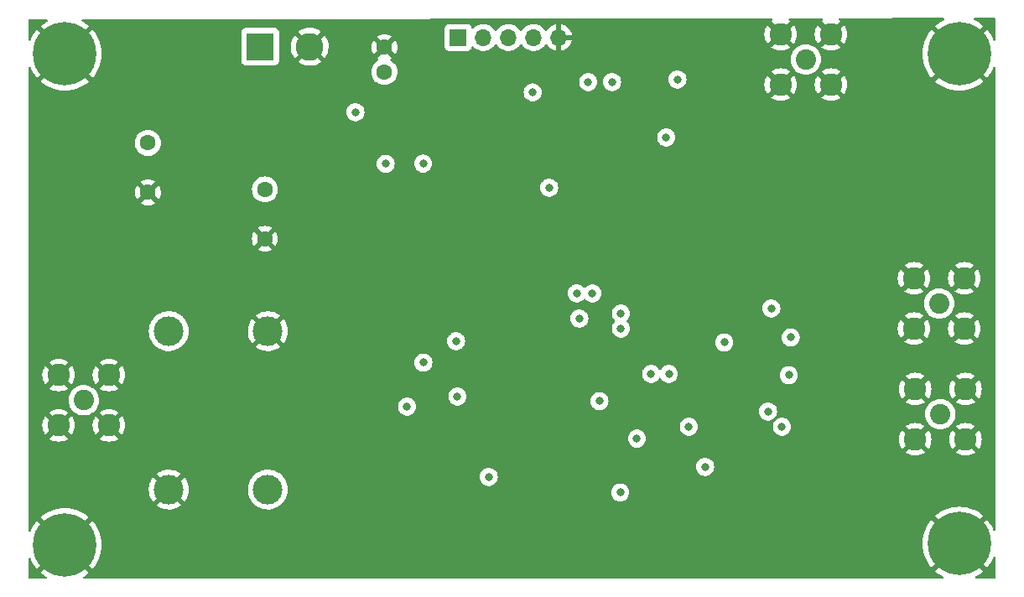
<source format=gbr>
%TF.GenerationSoftware,KiCad,Pcbnew,(6.0.0)*%
%TF.CreationDate,2022-06-16T16:12:24+02:00*%
%TF.ProjectId,sdrt41,73647274-3431-42e6-9b69-6361645f7063,rev?*%
%TF.SameCoordinates,Original*%
%TF.FileFunction,Copper,L2,Inr*%
%TF.FilePolarity,Positive*%
%FSLAX46Y46*%
G04 Gerber Fmt 4.6, Leading zero omitted, Abs format (unit mm)*
G04 Created by KiCad (PCBNEW (6.0.0)) date 2022-06-16 16:12:24*
%MOMM*%
%LPD*%
G01*
G04 APERTURE LIST*
%TA.AperFunction,ComponentPad*%
%ADD10C,2.050000*%
%TD*%
%TA.AperFunction,ComponentPad*%
%ADD11C,2.250000*%
%TD*%
%TA.AperFunction,ComponentPad*%
%ADD12C,0.800000*%
%TD*%
%TA.AperFunction,ComponentPad*%
%ADD13C,6.400000*%
%TD*%
%TA.AperFunction,ComponentPad*%
%ADD14C,1.600000*%
%TD*%
%TA.AperFunction,ComponentPad*%
%ADD15R,2.800000X2.800000*%
%TD*%
%TA.AperFunction,ComponentPad*%
%ADD16C,2.800000*%
%TD*%
%TA.AperFunction,ComponentPad*%
%ADD17C,3.000000*%
%TD*%
%TA.AperFunction,ComponentPad*%
%ADD18R,1.700000X1.700000*%
%TD*%
%TA.AperFunction,ComponentPad*%
%ADD19O,1.700000X1.700000*%
%TD*%
%TA.AperFunction,ViaPad*%
%ADD20C,0.800000*%
%TD*%
G04 APERTURE END LIST*
D10*
%TO.N,Net-(C34-Pad2)*%
%TO.C,J6*%
X116586000Y-92710000D03*
D11*
%TO.N,GND*%
X119126000Y-90170000D03*
X114046000Y-90170000D03*
X119126000Y-95250000D03*
X114046000Y-95250000D03*
%TD*%
D12*
%TO.N,GND*%
%TO.C,H1*%
X116920944Y-69197056D03*
X121018000Y-67500000D03*
X120315056Y-65802944D03*
X120315056Y-69197056D03*
D13*
X118618000Y-67500000D03*
D12*
X118618000Y-65100000D03*
X116920944Y-65802944D03*
X118618000Y-69900000D03*
X116218000Y-67500000D03*
%TD*%
D10*
%TO.N,Net-(C24-Pad1)*%
%TO.C,J4*%
X103124000Y-68072000D03*
D11*
%TO.N,GND*%
X100584000Y-65532000D03*
X105664000Y-65532000D03*
X105664000Y-70612000D03*
X100584000Y-70612000D03*
%TD*%
D10*
%TO.N,Net-(J2-Pad1)*%
%TO.C,J2*%
X30226000Y-102489000D03*
D11*
%TO.N,GND*%
X32766000Y-105029000D03*
X32766000Y-99949000D03*
X27686000Y-105029000D03*
X27686000Y-99949000D03*
%TD*%
D10*
%TO.N,Net-(C33-Pad2)*%
%TO.C,J5*%
X116713000Y-103886000D03*
D11*
%TO.N,GND*%
X119253000Y-101346000D03*
X119253000Y-106426000D03*
X114173000Y-106426000D03*
X114173000Y-101346000D03*
%TD*%
D14*
%TO.N,+3V3*%
%TO.C,C5*%
X60579000Y-69342000D03*
%TO.N,GND*%
X60579000Y-66842000D03*
%TD*%
D12*
%TO.N,GND*%
%TO.C,H4*%
X26623944Y-69197056D03*
X30018056Y-69197056D03*
X30018056Y-65802944D03*
X26623944Y-65802944D03*
X28321000Y-69900000D03*
X30721000Y-67500000D03*
X28321000Y-65100000D03*
X25921000Y-67500000D03*
D13*
X28321000Y-67500000D03*
%TD*%
D15*
%TO.N,+12V*%
%TO.C,J1*%
X48046000Y-66782000D03*
D16*
%TO.N,GND*%
X53046000Y-66782000D03*
%TD*%
D17*
%TO.N,Net-(J2-Pad1)*%
%TO.C,T1*%
X38815000Y-95505000D03*
%TO.N,GND*%
X38815000Y-111505000D03*
X48815000Y-95505000D03*
%TO.N,Net-(C7-Pad1)*%
X48815000Y-111505000D03*
%TD*%
D14*
%TO.N,+5V*%
%TO.C,C4*%
X36703000Y-76494000D03*
%TO.N,GND*%
X36703000Y-81494000D03*
%TD*%
D18*
%TO.N,+5V*%
%TO.C,J3*%
X68025000Y-65850000D03*
D19*
%TO.N,SDA*%
X70565000Y-65850000D03*
%TO.N,SCL*%
X73105000Y-65850000D03*
%TO.N,RX-TX*%
X75645000Y-65850000D03*
%TO.N,GND*%
X78185000Y-65850000D03*
%TD*%
D12*
%TO.N,GND*%
%TO.C,H2*%
X118618000Y-114567000D03*
X118618000Y-119367000D03*
X116920944Y-118664056D03*
X121018000Y-116967000D03*
X116218000Y-116967000D03*
D13*
X118618000Y-116967000D03*
D12*
X116920944Y-115269944D03*
X120315056Y-115269944D03*
X120315056Y-118664056D03*
%TD*%
D14*
%TO.N,+12V*%
%TO.C,C1*%
X48514000Y-81193000D03*
%TO.N,GND*%
X48514000Y-86193000D03*
%TD*%
D12*
%TO.N,GND*%
%TO.C,H3*%
X25921000Y-117094000D03*
X30721000Y-117094000D03*
X30018056Y-118791056D03*
X26623944Y-118791056D03*
X30018056Y-115396944D03*
X28321000Y-119494000D03*
X26623944Y-115396944D03*
D13*
X28321000Y-117094000D03*
D12*
X28321000Y-114694000D03*
%TD*%
D20*
%TO.N,GND*%
X83820000Y-66040000D03*
X109220000Y-66040000D03*
X73660000Y-118110000D03*
X109220000Y-113030000D03*
X90805000Y-112600000D03*
X119380000Y-87630000D03*
X38100000Y-118110000D03*
X68580000Y-118110000D03*
X62230000Y-83820000D03*
X96520000Y-87630000D03*
X26670000Y-86360000D03*
X34290000Y-90170000D03*
X76200000Y-118110000D03*
X69850000Y-90170000D03*
X71755000Y-85090000D03*
X107950000Y-87630000D03*
X60960000Y-90170000D03*
X48260000Y-118110000D03*
X55880000Y-118110000D03*
X81661000Y-98679000D03*
X29210000Y-90170000D03*
X115570000Y-87630000D03*
X88900000Y-85852000D03*
X82550000Y-88900000D03*
X92710000Y-83820000D03*
X73660000Y-90170000D03*
X46990000Y-90170000D03*
X64770000Y-83820000D03*
X69850000Y-71501000D03*
X59690000Y-83820000D03*
X44450000Y-90170000D03*
X88900000Y-66040000D03*
X31750000Y-110490000D03*
X111760000Y-110490000D03*
X89535000Y-79248000D03*
X74295000Y-85090000D03*
X82804000Y-85598000D03*
X67818000Y-98679000D03*
X92710000Y-81280000D03*
X50800000Y-118110000D03*
X92710000Y-87630000D03*
X67437000Y-83439000D03*
X111760000Y-87630000D03*
X78994000Y-85598000D03*
X41910000Y-90170000D03*
X66040000Y-118110000D03*
X91221000Y-102550000D03*
X40640000Y-118110000D03*
X101600000Y-118110000D03*
X82042000Y-94234000D03*
X78740000Y-118110000D03*
X26670000Y-78740000D03*
X96520000Y-118110000D03*
X89535000Y-90805000D03*
X45720000Y-118110000D03*
X26670000Y-82550000D03*
X81280000Y-118110000D03*
X70231000Y-77597000D03*
X26670000Y-74930000D03*
X119380000Y-81280000D03*
X71120000Y-118110000D03*
X39370000Y-90170000D03*
X86360000Y-118110000D03*
X49530000Y-90170000D03*
X31750000Y-90170000D03*
X92710000Y-74930000D03*
X86360000Y-87630000D03*
X88900000Y-87630000D03*
X68072000Y-76073000D03*
X60960000Y-118110000D03*
X58420000Y-90170000D03*
X36830000Y-90170000D03*
X90932000Y-85090000D03*
X88900000Y-118110000D03*
X94488000Y-73406000D03*
X92710000Y-78740000D03*
X35560000Y-118110000D03*
X71755000Y-98679000D03*
X114300000Y-66040000D03*
X91440000Y-118110000D03*
X66040000Y-92710000D03*
X26670000Y-90170000D03*
X58293000Y-80518000D03*
X60706000Y-80518000D03*
X55880000Y-90170000D03*
X90170000Y-73660000D03*
X26670000Y-110490000D03*
X100330000Y-87630000D03*
X106680000Y-115570000D03*
X26670000Y-93980000D03*
X63500000Y-118110000D03*
X57150000Y-83820000D03*
X104140000Y-87630000D03*
X119380000Y-76200000D03*
X58420000Y-118110000D03*
X82042000Y-81534000D03*
X86360000Y-85852000D03*
X43053000Y-65913000D03*
X53340000Y-118110000D03*
X99060000Y-118110000D03*
X43180000Y-118110000D03*
X71247000Y-82296000D03*
X83820000Y-118110000D03*
X93980000Y-118110000D03*
X104140000Y-118110000D03*
%TO.N,+5V*%
X57658000Y-73406000D03*
%TO.N,+3V3*%
X90170000Y-70104000D03*
X60706000Y-78613000D03*
X83566000Y-70358000D03*
X89027000Y-75946000D03*
X64491000Y-78588000D03*
X81153000Y-70358000D03*
X67818000Y-96520000D03*
%TO.N,+12V*%
X101600000Y-96139000D03*
X81587500Y-91700000D03*
X84455000Y-93726000D03*
X99646000Y-93218000D03*
%TO.N,Net-(C16-Pad2)*%
X62865000Y-103124000D03*
X71120000Y-110236000D03*
%TO.N,+12C*%
X86071000Y-106360000D03*
X84455000Y-95250000D03*
%TO.N,Net-(C29-Pad2)*%
X100711000Y-105156000D03*
X101412000Y-99949000D03*
%TO.N,RX-TX*%
X75550000Y-71400000D03*
X64516000Y-98694000D03*
%TO.N,Net-(R10-Pad1)*%
X82296000Y-102573500D03*
X80264000Y-94234000D03*
%TO.N,Net-(U3-Pad5)*%
X67945000Y-102108000D03*
X77216000Y-81026000D03*
%TO.N,Net-(R14-Pad2)*%
X91313000Y-105156000D03*
X89304500Y-99822000D03*
%TO.N,Net-(R14-Pad1)*%
X87503000Y-99822000D03*
X92964000Y-109220000D03*
%TO.N,Net-(C25-Pad2)*%
X80006500Y-91694000D03*
X84389000Y-111797500D03*
%TO.N,Net-(R25-Pad2)*%
X94892500Y-96647000D03*
X99314000Y-103632000D03*
%TD*%
%TA.AperFunction,Conductor*%
%TO.N,GND*%
G36*
X122242984Y-63901731D02*
G01*
X122289546Y-63955327D01*
X122301000Y-64007817D01*
X122301000Y-66067800D01*
X122280998Y-66135921D01*
X122227342Y-66182414D01*
X122157068Y-66192518D01*
X122092488Y-66163024D01*
X122057369Y-66112954D01*
X122011260Y-65992836D01*
X122008578Y-65986811D01*
X121835128Y-65646397D01*
X121831831Y-65640687D01*
X121623742Y-65320258D01*
X121619877Y-65314939D01*
X121426522Y-65076165D01*
X121414267Y-65067700D01*
X121403176Y-65074034D01*
X118990022Y-67487188D01*
X118982408Y-67501132D01*
X118982539Y-67502965D01*
X118986790Y-67509580D01*
X121402310Y-69925100D01*
X121415386Y-69932241D01*
X121425753Y-69924784D01*
X121619877Y-69685061D01*
X121623747Y-69679735D01*
X121831831Y-69359313D01*
X121835128Y-69353603D01*
X122008578Y-69013189D01*
X122011260Y-69007164D01*
X122057369Y-68887046D01*
X122100455Y-68830618D01*
X122167208Y-68806441D01*
X122236435Y-68822192D01*
X122286157Y-68872870D01*
X122301000Y-68932200D01*
X122301000Y-115534800D01*
X122280998Y-115602921D01*
X122227342Y-115649414D01*
X122157068Y-115659518D01*
X122092488Y-115630024D01*
X122057369Y-115579954D01*
X122011260Y-115459836D01*
X122008578Y-115453811D01*
X121835128Y-115113397D01*
X121831831Y-115107687D01*
X121623747Y-114787265D01*
X121619877Y-114781939D01*
X121426522Y-114543165D01*
X121414267Y-114534700D01*
X121403176Y-114541034D01*
X118990022Y-116954188D01*
X118982408Y-116968132D01*
X118982539Y-116969965D01*
X118986790Y-116976580D01*
X121402310Y-119392100D01*
X121415386Y-119399241D01*
X121425753Y-119391784D01*
X121619877Y-119152061D01*
X121623747Y-119146735D01*
X121831831Y-118826313D01*
X121835128Y-118820603D01*
X122008578Y-118480189D01*
X122011260Y-118474164D01*
X122057369Y-118354046D01*
X122100455Y-118297618D01*
X122167208Y-118273441D01*
X122236435Y-118289192D01*
X122286157Y-118339870D01*
X122301000Y-118399200D01*
X122301000Y-120397000D01*
X122280998Y-120465121D01*
X122227342Y-120511614D01*
X122175000Y-120523000D01*
X120331358Y-120523000D01*
X120263237Y-120502998D01*
X120216744Y-120449342D01*
X120206640Y-120379068D01*
X120236134Y-120314488D01*
X120274155Y-120284733D01*
X120471606Y-120184127D01*
X120477315Y-120180830D01*
X120797728Y-119972751D01*
X120803065Y-119968874D01*
X121041835Y-119775522D01*
X121050300Y-119763267D01*
X121043966Y-119752176D01*
X118630812Y-117339022D01*
X118616868Y-117331408D01*
X118615035Y-117331539D01*
X118608420Y-117335790D01*
X116192900Y-119751310D01*
X116185759Y-119764386D01*
X116193216Y-119774753D01*
X116432935Y-119968874D01*
X116438272Y-119972751D01*
X116758685Y-120180830D01*
X116764394Y-120184127D01*
X116961845Y-120284733D01*
X117013460Y-120333481D01*
X117030526Y-120402396D01*
X117007625Y-120469598D01*
X116952028Y-120513750D01*
X116904642Y-120523000D01*
X30274351Y-120523000D01*
X30206230Y-120502998D01*
X30159737Y-120449342D01*
X30149633Y-120379068D01*
X30179127Y-120314488D01*
X30205726Y-120291328D01*
X30500728Y-120099751D01*
X30506065Y-120095874D01*
X30744835Y-119902522D01*
X30753300Y-119890267D01*
X30746966Y-119879176D01*
X28333812Y-117466022D01*
X28319868Y-117458408D01*
X28318035Y-117458539D01*
X28311420Y-117462790D01*
X25895900Y-119878310D01*
X25888759Y-119891386D01*
X25896216Y-119901753D01*
X26135935Y-120095874D01*
X26141272Y-120099751D01*
X26436274Y-120291328D01*
X26482510Y-120345204D01*
X26492280Y-120415525D01*
X26462480Y-120479965D01*
X26402571Y-120518064D01*
X26367649Y-120523000D01*
X24764000Y-120523000D01*
X24695879Y-120502998D01*
X24649386Y-120449342D01*
X24638000Y-120397000D01*
X24638000Y-118526200D01*
X24658002Y-118458079D01*
X24711658Y-118411586D01*
X24781932Y-118401482D01*
X24846512Y-118430976D01*
X24881631Y-118481046D01*
X24927740Y-118601164D01*
X24930422Y-118607189D01*
X25103872Y-118947603D01*
X25107169Y-118953313D01*
X25315253Y-119273735D01*
X25319123Y-119279061D01*
X25512478Y-119517835D01*
X25524733Y-119526300D01*
X25535824Y-119519966D01*
X27948978Y-117106812D01*
X27955356Y-117095132D01*
X28685408Y-117095132D01*
X28685539Y-117096965D01*
X28689790Y-117103580D01*
X31105310Y-119519100D01*
X31118386Y-119526241D01*
X31128753Y-119518784D01*
X31322877Y-119279061D01*
X31326747Y-119273735D01*
X31534831Y-118953313D01*
X31538128Y-118947603D01*
X31711578Y-118607189D01*
X31714260Y-118601164D01*
X31851171Y-118244498D01*
X31853212Y-118238216D01*
X31952094Y-117869184D01*
X31953465Y-117862734D01*
X32013234Y-117485371D01*
X32013920Y-117478833D01*
X32033916Y-117097301D01*
X32033916Y-117090699D01*
X32027606Y-116970301D01*
X114905084Y-116970301D01*
X114925080Y-117351833D01*
X114925766Y-117358371D01*
X114985535Y-117735734D01*
X114986906Y-117742184D01*
X115085788Y-118111216D01*
X115087829Y-118117498D01*
X115224740Y-118474164D01*
X115227422Y-118480189D01*
X115400872Y-118820603D01*
X115404169Y-118826313D01*
X115612253Y-119146735D01*
X115616123Y-119152061D01*
X115809478Y-119390835D01*
X115821733Y-119399300D01*
X115832824Y-119392966D01*
X118245978Y-116979812D01*
X118253592Y-116965868D01*
X118253461Y-116964035D01*
X118249210Y-116957420D01*
X115833690Y-114541900D01*
X115820614Y-114534759D01*
X115810247Y-114542216D01*
X115616123Y-114781939D01*
X115612253Y-114787265D01*
X115404169Y-115107687D01*
X115400872Y-115113397D01*
X115227422Y-115453811D01*
X115224740Y-115459836D01*
X115087829Y-115816502D01*
X115085788Y-115822784D01*
X114986906Y-116191816D01*
X114985535Y-116198266D01*
X114925766Y-116575629D01*
X114925080Y-116582167D01*
X114905084Y-116963699D01*
X114905084Y-116970301D01*
X32027606Y-116970301D01*
X32013920Y-116709167D01*
X32013234Y-116702629D01*
X31953465Y-116325266D01*
X31952094Y-116318816D01*
X31853212Y-115949784D01*
X31851171Y-115943502D01*
X31714260Y-115586836D01*
X31711578Y-115580811D01*
X31538128Y-115240397D01*
X31534831Y-115234687D01*
X31326747Y-114914265D01*
X31322877Y-114908939D01*
X31129522Y-114670165D01*
X31117267Y-114661700D01*
X31106176Y-114668034D01*
X28693022Y-117081188D01*
X28685408Y-117095132D01*
X27955356Y-117095132D01*
X27956592Y-117092868D01*
X27956461Y-117091035D01*
X27952210Y-117084420D01*
X25536690Y-114668900D01*
X25523614Y-114661759D01*
X25513247Y-114669216D01*
X25319123Y-114908939D01*
X25315253Y-114914265D01*
X25107169Y-115234687D01*
X25103872Y-115240397D01*
X24930422Y-115580811D01*
X24927740Y-115586836D01*
X24881631Y-115706954D01*
X24838545Y-115763382D01*
X24771792Y-115787559D01*
X24702565Y-115771808D01*
X24652843Y-115721130D01*
X24638000Y-115661800D01*
X24638000Y-114297733D01*
X25888700Y-114297733D01*
X25895034Y-114308824D01*
X28308188Y-116721978D01*
X28322132Y-116729592D01*
X28323965Y-116729461D01*
X28330580Y-116725210D01*
X30746100Y-114309690D01*
X30753241Y-114296614D01*
X30745784Y-114286247D01*
X30603136Y-114170733D01*
X116185700Y-114170733D01*
X116192034Y-114181824D01*
X118605188Y-116594978D01*
X118619132Y-116602592D01*
X118620965Y-116602461D01*
X118627580Y-116598210D01*
X121043100Y-114182690D01*
X121050241Y-114169614D01*
X121042784Y-114159247D01*
X120803065Y-113965126D01*
X120797728Y-113961249D01*
X120477315Y-113753170D01*
X120471606Y-113749873D01*
X120131189Y-113576422D01*
X120125164Y-113573740D01*
X119768498Y-113436829D01*
X119762216Y-113434788D01*
X119393184Y-113335906D01*
X119386734Y-113334535D01*
X119009371Y-113274766D01*
X119002833Y-113274080D01*
X118621301Y-113254084D01*
X118614699Y-113254084D01*
X118233167Y-113274080D01*
X118226629Y-113274766D01*
X117849266Y-113334535D01*
X117842816Y-113335906D01*
X117473784Y-113434788D01*
X117467502Y-113436829D01*
X117110836Y-113573740D01*
X117104811Y-113576422D01*
X116764397Y-113749872D01*
X116758687Y-113753169D01*
X116438265Y-113961253D01*
X116432939Y-113965123D01*
X116194165Y-114158478D01*
X116185700Y-114170733D01*
X30603136Y-114170733D01*
X30506065Y-114092126D01*
X30500728Y-114088249D01*
X30180315Y-113880170D01*
X30174606Y-113876873D01*
X29834189Y-113703422D01*
X29828164Y-113700740D01*
X29471498Y-113563829D01*
X29465216Y-113561788D01*
X29096184Y-113462906D01*
X29089734Y-113461535D01*
X28712371Y-113401766D01*
X28705833Y-113401080D01*
X28324301Y-113381084D01*
X28317699Y-113381084D01*
X27936167Y-113401080D01*
X27929629Y-113401766D01*
X27552266Y-113461535D01*
X27545816Y-113462906D01*
X27176784Y-113561788D01*
X27170502Y-113563829D01*
X26813836Y-113700740D01*
X26807811Y-113703422D01*
X26467397Y-113876872D01*
X26461687Y-113880169D01*
X26141265Y-114088253D01*
X26135939Y-114092123D01*
X25897165Y-114285478D01*
X25888700Y-114297733D01*
X24638000Y-114297733D01*
X24638000Y-113094654D01*
X37590618Y-113094654D01*
X37597673Y-113104627D01*
X37628679Y-113130551D01*
X37635598Y-113135579D01*
X37860272Y-113276515D01*
X37867807Y-113280556D01*
X38109520Y-113389694D01*
X38117551Y-113392680D01*
X38371832Y-113468002D01*
X38380184Y-113469869D01*
X38642340Y-113509984D01*
X38650874Y-113510700D01*
X38916045Y-113514867D01*
X38924596Y-113514418D01*
X39187883Y-113482557D01*
X39196284Y-113480955D01*
X39452824Y-113413653D01*
X39460926Y-113410926D01*
X39705949Y-113309434D01*
X39713617Y-113305628D01*
X39942598Y-113171822D01*
X39949679Y-113167009D01*
X40029655Y-113104301D01*
X40038125Y-113092442D01*
X40031608Y-113080818D01*
X38827812Y-111877022D01*
X38813868Y-111869408D01*
X38812035Y-111869539D01*
X38805420Y-111873790D01*
X37597910Y-113081300D01*
X37590618Y-113094654D01*
X24638000Y-113094654D01*
X24638000Y-111488204D01*
X36802665Y-111488204D01*
X36817932Y-111752969D01*
X36819005Y-111761470D01*
X36870065Y-112021722D01*
X36872276Y-112029974D01*
X36958184Y-112280894D01*
X36961499Y-112288779D01*
X37080664Y-112525713D01*
X37085020Y-112533079D01*
X37214347Y-112721250D01*
X37224601Y-112729594D01*
X37238342Y-112722448D01*
X38442978Y-111517812D01*
X38449356Y-111506132D01*
X39179408Y-111506132D01*
X39179539Y-111507965D01*
X39183790Y-111514580D01*
X40390730Y-112721520D01*
X40402939Y-112728187D01*
X40414439Y-112719497D01*
X40511831Y-112586913D01*
X40516418Y-112579685D01*
X40642962Y-112346621D01*
X40646530Y-112338827D01*
X40740271Y-112090750D01*
X40742748Y-112082544D01*
X40801954Y-111824038D01*
X40803294Y-111815577D01*
X40827031Y-111549616D01*
X40827277Y-111544677D01*
X40827666Y-111507485D01*
X40827523Y-111502519D01*
X40826255Y-111483918D01*
X46801917Y-111483918D01*
X46817682Y-111757320D01*
X46818507Y-111761525D01*
X46818508Y-111761533D01*
X46839698Y-111869539D01*
X46870405Y-112026053D01*
X46871792Y-112030103D01*
X46871793Y-112030108D01*
X46892605Y-112090895D01*
X46959112Y-112285144D01*
X47082160Y-112529799D01*
X47084586Y-112533328D01*
X47084589Y-112533334D01*
X47213741Y-112721250D01*
X47237274Y-112755490D01*
X47421582Y-112958043D01*
X47631675Y-113133707D01*
X47635316Y-113135991D01*
X47860024Y-113276951D01*
X47860028Y-113276953D01*
X47863664Y-113279234D01*
X47931544Y-113309883D01*
X48109345Y-113390164D01*
X48109349Y-113390166D01*
X48113257Y-113391930D01*
X48117377Y-113393150D01*
X48117376Y-113393150D01*
X48371723Y-113468491D01*
X48371727Y-113468492D01*
X48375836Y-113469709D01*
X48380070Y-113470357D01*
X48380075Y-113470358D01*
X48642298Y-113510483D01*
X48642300Y-113510483D01*
X48646540Y-113511132D01*
X48785912Y-113513322D01*
X48916071Y-113515367D01*
X48916077Y-113515367D01*
X48920362Y-113515434D01*
X49192235Y-113482534D01*
X49457127Y-113413041D01*
X49461087Y-113411401D01*
X49461092Y-113411399D01*
X49643347Y-113335906D01*
X49710136Y-113308241D01*
X49946582Y-113170073D01*
X50162089Y-113001094D01*
X50203809Y-112958043D01*
X50349686Y-112807509D01*
X50352669Y-112804431D01*
X50355202Y-112800983D01*
X50355206Y-112800978D01*
X50512257Y-112587178D01*
X50514795Y-112583723D01*
X50516841Y-112579955D01*
X50643418Y-112346830D01*
X50643419Y-112346828D01*
X50645468Y-112343054D01*
X50742269Y-112086877D01*
X50803407Y-111819933D01*
X50804824Y-111804065D01*
X50805410Y-111797500D01*
X83475496Y-111797500D01*
X83476186Y-111804065D01*
X83483068Y-111869539D01*
X83495458Y-111987428D01*
X83554473Y-112169056D01*
X83649960Y-112334444D01*
X83777747Y-112476366D01*
X83876843Y-112548364D01*
X83925511Y-112583723D01*
X83932248Y-112588618D01*
X83938276Y-112591302D01*
X83938278Y-112591303D01*
X84100681Y-112663609D01*
X84106712Y-112666294D01*
X84200112Y-112686147D01*
X84287056Y-112704628D01*
X84287061Y-112704628D01*
X84293513Y-112706000D01*
X84484487Y-112706000D01*
X84490939Y-112704628D01*
X84490944Y-112704628D01*
X84577888Y-112686147D01*
X84671288Y-112666294D01*
X84677319Y-112663609D01*
X84839722Y-112591303D01*
X84839724Y-112591302D01*
X84845752Y-112588618D01*
X84852490Y-112583723D01*
X84901157Y-112548364D01*
X85000253Y-112476366D01*
X85128040Y-112334444D01*
X85223527Y-112169056D01*
X85282542Y-111987428D01*
X85294933Y-111869539D01*
X85301814Y-111804065D01*
X85302504Y-111797500D01*
X85282542Y-111607572D01*
X85223527Y-111425944D01*
X85128040Y-111260556D01*
X85106041Y-111236123D01*
X85004675Y-111123545D01*
X85004674Y-111123544D01*
X85000253Y-111118634D01*
X84845752Y-111006382D01*
X84839724Y-111003698D01*
X84839722Y-111003697D01*
X84677319Y-110931391D01*
X84677318Y-110931391D01*
X84671288Y-110928706D01*
X84577888Y-110908853D01*
X84490944Y-110890372D01*
X84490939Y-110890372D01*
X84484487Y-110889000D01*
X84293513Y-110889000D01*
X84287061Y-110890372D01*
X84287056Y-110890372D01*
X84200112Y-110908853D01*
X84106712Y-110928706D01*
X84100682Y-110931391D01*
X84100681Y-110931391D01*
X83938278Y-111003697D01*
X83938276Y-111003698D01*
X83932248Y-111006382D01*
X83777747Y-111118634D01*
X83773326Y-111123544D01*
X83773325Y-111123545D01*
X83671960Y-111236123D01*
X83649960Y-111260556D01*
X83554473Y-111425944D01*
X83495458Y-111607572D01*
X83475496Y-111797500D01*
X50805410Y-111797500D01*
X50827531Y-111549627D01*
X50827532Y-111549616D01*
X50827751Y-111547161D01*
X50828193Y-111505000D01*
X50822804Y-111425944D01*
X50809859Y-111236055D01*
X50809858Y-111236049D01*
X50809567Y-111231778D01*
X50754032Y-110963612D01*
X50662617Y-110705465D01*
X50537013Y-110462112D01*
X50527040Y-110447921D01*
X50382008Y-110241562D01*
X50379545Y-110238057D01*
X50377634Y-110236000D01*
X70206496Y-110236000D01*
X70207186Y-110242565D01*
X70211230Y-110281037D01*
X70226458Y-110425928D01*
X70285473Y-110607556D01*
X70380960Y-110772944D01*
X70385378Y-110777851D01*
X70385379Y-110777852D01*
X70504325Y-110909955D01*
X70508747Y-110914866D01*
X70663248Y-111027118D01*
X70669276Y-111029802D01*
X70669278Y-111029803D01*
X70831681Y-111102109D01*
X70837712Y-111104794D01*
X70902824Y-111118634D01*
X71018056Y-111143128D01*
X71018061Y-111143128D01*
X71024513Y-111144500D01*
X71215487Y-111144500D01*
X71221939Y-111143128D01*
X71221944Y-111143128D01*
X71337176Y-111118634D01*
X71402288Y-111104794D01*
X71408319Y-111102109D01*
X71570722Y-111029803D01*
X71570724Y-111029802D01*
X71576752Y-111027118D01*
X71731253Y-110914866D01*
X71735675Y-110909955D01*
X71854621Y-110777852D01*
X71854622Y-110777851D01*
X71859040Y-110772944D01*
X71954527Y-110607556D01*
X72013542Y-110425928D01*
X72028771Y-110281037D01*
X72032814Y-110242565D01*
X72033504Y-110236000D01*
X72031679Y-110218633D01*
X72014232Y-110052635D01*
X72014232Y-110052633D01*
X72013542Y-110046072D01*
X71954527Y-109864444D01*
X71859040Y-109699056D01*
X71775204Y-109605946D01*
X71735675Y-109562045D01*
X71735674Y-109562044D01*
X71731253Y-109557134D01*
X71576752Y-109444882D01*
X71570724Y-109442198D01*
X71570722Y-109442197D01*
X71408319Y-109369891D01*
X71408318Y-109369891D01*
X71402288Y-109367206D01*
X71308888Y-109347353D01*
X71221944Y-109328872D01*
X71221939Y-109328872D01*
X71215487Y-109327500D01*
X71024513Y-109327500D01*
X71018061Y-109328872D01*
X71018056Y-109328872D01*
X70931113Y-109347353D01*
X70837712Y-109367206D01*
X70831682Y-109369891D01*
X70831681Y-109369891D01*
X70669278Y-109442197D01*
X70669276Y-109442198D01*
X70663248Y-109444882D01*
X70508747Y-109557134D01*
X70504326Y-109562044D01*
X70504325Y-109562045D01*
X70464797Y-109605946D01*
X70380960Y-109699056D01*
X70285473Y-109864444D01*
X70226458Y-110046072D01*
X70225768Y-110052633D01*
X70225768Y-110052635D01*
X70208321Y-110218633D01*
X70206496Y-110236000D01*
X50377634Y-110236000D01*
X50309466Y-110162643D01*
X50196046Y-110040588D01*
X50196043Y-110040585D01*
X50193125Y-110037445D01*
X50189810Y-110034731D01*
X50189806Y-110034728D01*
X49984523Y-109866706D01*
X49981205Y-109863990D01*
X49747704Y-109720901D01*
X49743768Y-109719173D01*
X49500873Y-109612549D01*
X49500869Y-109612548D01*
X49496945Y-109610825D01*
X49233566Y-109535800D01*
X49229324Y-109535196D01*
X49229318Y-109535195D01*
X49028834Y-109506662D01*
X48962443Y-109497213D01*
X48818589Y-109496460D01*
X48692877Y-109495802D01*
X48692871Y-109495802D01*
X48688591Y-109495780D01*
X48684347Y-109496339D01*
X48684343Y-109496339D01*
X48565302Y-109512011D01*
X48417078Y-109531525D01*
X48412938Y-109532658D01*
X48412936Y-109532658D01*
X48340008Y-109552609D01*
X48152928Y-109603788D01*
X48148980Y-109605472D01*
X47904982Y-109709546D01*
X47904978Y-109709548D01*
X47901030Y-109711232D01*
X47816450Y-109761852D01*
X47669725Y-109849664D01*
X47669721Y-109849667D01*
X47666043Y-109851868D01*
X47452318Y-110023094D01*
X47263808Y-110221742D01*
X47104002Y-110444136D01*
X46975857Y-110686161D01*
X46974385Y-110690184D01*
X46974383Y-110690188D01*
X46893959Y-110909955D01*
X46881743Y-110943337D01*
X46823404Y-111210907D01*
X46801917Y-111483918D01*
X40826255Y-111483918D01*
X40809362Y-111236123D01*
X40808201Y-111227649D01*
X40754419Y-110967944D01*
X40752120Y-110959709D01*
X40663588Y-110709705D01*
X40660191Y-110701854D01*
X40538550Y-110466178D01*
X40534122Y-110458866D01*
X40415031Y-110289417D01*
X40404509Y-110281037D01*
X40391121Y-110288089D01*
X39187022Y-111492188D01*
X39179408Y-111506132D01*
X38449356Y-111506132D01*
X38450592Y-111503868D01*
X38450461Y-111502035D01*
X38446210Y-111495420D01*
X37238814Y-110288024D01*
X37226804Y-110281466D01*
X37215064Y-110290434D01*
X37106935Y-110440911D01*
X37102418Y-110448196D01*
X36978325Y-110682567D01*
X36974839Y-110690395D01*
X36883700Y-110939446D01*
X36881311Y-110947670D01*
X36824812Y-111206795D01*
X36823563Y-111215250D01*
X36802754Y-111479653D01*
X36802665Y-111488204D01*
X24638000Y-111488204D01*
X24638000Y-109917500D01*
X37591584Y-109917500D01*
X37597980Y-109928770D01*
X38802188Y-111132978D01*
X38816132Y-111140592D01*
X38817965Y-111140461D01*
X38824580Y-111136210D01*
X40031604Y-109929186D01*
X40038795Y-109916017D01*
X40031473Y-109905780D01*
X39984233Y-109867115D01*
X39977261Y-109862160D01*
X39751122Y-109723582D01*
X39743552Y-109719624D01*
X39500704Y-109613022D01*
X39492644Y-109610120D01*
X39237592Y-109537467D01*
X39229214Y-109535685D01*
X38966656Y-109498318D01*
X38958111Y-109497691D01*
X38692908Y-109496302D01*
X38684374Y-109496839D01*
X38421433Y-109531456D01*
X38413035Y-109533149D01*
X38157238Y-109603127D01*
X38149143Y-109605946D01*
X37905199Y-109709997D01*
X37897577Y-109713881D01*
X37670013Y-109850075D01*
X37662981Y-109854962D01*
X37600053Y-109905377D01*
X37591584Y-109917500D01*
X24638000Y-109917500D01*
X24638000Y-109220000D01*
X92050496Y-109220000D01*
X92051186Y-109226565D01*
X92065824Y-109365834D01*
X92070458Y-109409928D01*
X92129473Y-109591556D01*
X92132776Y-109597278D01*
X92132777Y-109597279D01*
X92140191Y-109610120D01*
X92224960Y-109756944D01*
X92229378Y-109761851D01*
X92229379Y-109761852D01*
X92321753Y-109864444D01*
X92352747Y-109898866D01*
X92507248Y-110011118D01*
X92513276Y-110013802D01*
X92513278Y-110013803D01*
X92585756Y-110046072D01*
X92681712Y-110088794D01*
X92775113Y-110108647D01*
X92862056Y-110127128D01*
X92862061Y-110127128D01*
X92868513Y-110128500D01*
X93059487Y-110128500D01*
X93065939Y-110127128D01*
X93065944Y-110127128D01*
X93152887Y-110108647D01*
X93246288Y-110088794D01*
X93342244Y-110046072D01*
X93414722Y-110013803D01*
X93414724Y-110013802D01*
X93420752Y-110011118D01*
X93575253Y-109898866D01*
X93606247Y-109864444D01*
X93698621Y-109761852D01*
X93698622Y-109761851D01*
X93703040Y-109756944D01*
X93787809Y-109610120D01*
X93795223Y-109597279D01*
X93795224Y-109597278D01*
X93798527Y-109591556D01*
X93857542Y-109409928D01*
X93862177Y-109365834D01*
X93876814Y-109226565D01*
X93877504Y-109220000D01*
X93857542Y-109030072D01*
X93798527Y-108848444D01*
X93703040Y-108683056D01*
X93575253Y-108541134D01*
X93420752Y-108428882D01*
X93414724Y-108426198D01*
X93414722Y-108426197D01*
X93252319Y-108353891D01*
X93252318Y-108353891D01*
X93246288Y-108351206D01*
X93152888Y-108331353D01*
X93065944Y-108312872D01*
X93065939Y-108312872D01*
X93059487Y-108311500D01*
X92868513Y-108311500D01*
X92862061Y-108312872D01*
X92862056Y-108312872D01*
X92775112Y-108331353D01*
X92681712Y-108351206D01*
X92675682Y-108353891D01*
X92675681Y-108353891D01*
X92513278Y-108426197D01*
X92513276Y-108426198D01*
X92507248Y-108428882D01*
X92352747Y-108541134D01*
X92224960Y-108683056D01*
X92129473Y-108848444D01*
X92070458Y-109030072D01*
X92050496Y-109220000D01*
X24638000Y-109220000D01*
X24638000Y-107750471D01*
X113213884Y-107750471D01*
X113217570Y-107755740D01*
X113425121Y-107882927D01*
X113433915Y-107887408D01*
X113662242Y-107981984D01*
X113671627Y-107985033D01*
X113911940Y-108042728D01*
X113921687Y-108044271D01*
X114168070Y-108063662D01*
X114177930Y-108063662D01*
X114424313Y-108044271D01*
X114434060Y-108042728D01*
X114674373Y-107985033D01*
X114683758Y-107981984D01*
X114912085Y-107887408D01*
X114920879Y-107882927D01*
X115126928Y-107756660D01*
X115130968Y-107750471D01*
X118293884Y-107750471D01*
X118297570Y-107755740D01*
X118505121Y-107882927D01*
X118513915Y-107887408D01*
X118742242Y-107981984D01*
X118751627Y-107985033D01*
X118991940Y-108042728D01*
X119001687Y-108044271D01*
X119248070Y-108063662D01*
X119257930Y-108063662D01*
X119504313Y-108044271D01*
X119514060Y-108042728D01*
X119754373Y-107985033D01*
X119763758Y-107981984D01*
X119992085Y-107887408D01*
X120000879Y-107882927D01*
X120206928Y-107756660D01*
X120212190Y-107748599D01*
X120206183Y-107738393D01*
X119265812Y-106798022D01*
X119251868Y-106790408D01*
X119250035Y-106790539D01*
X119243420Y-106794790D01*
X118301276Y-107736934D01*
X118293884Y-107750471D01*
X115130968Y-107750471D01*
X115132190Y-107748599D01*
X115126183Y-107738393D01*
X114185812Y-106798022D01*
X114171868Y-106790408D01*
X114170035Y-106790539D01*
X114163420Y-106794790D01*
X113221276Y-107736934D01*
X113213884Y-107750471D01*
X24638000Y-107750471D01*
X24638000Y-106353471D01*
X26726884Y-106353471D01*
X26730570Y-106358740D01*
X26938121Y-106485927D01*
X26946915Y-106490408D01*
X27175242Y-106584984D01*
X27184627Y-106588033D01*
X27424940Y-106645728D01*
X27434687Y-106647271D01*
X27681070Y-106666662D01*
X27690930Y-106666662D01*
X27937313Y-106647271D01*
X27947060Y-106645728D01*
X28187373Y-106588033D01*
X28196758Y-106584984D01*
X28425085Y-106490408D01*
X28433879Y-106485927D01*
X28639928Y-106359660D01*
X28643968Y-106353471D01*
X31806884Y-106353471D01*
X31810570Y-106358740D01*
X32018121Y-106485927D01*
X32026915Y-106490408D01*
X32255242Y-106584984D01*
X32264627Y-106588033D01*
X32504940Y-106645728D01*
X32514687Y-106647271D01*
X32761070Y-106666662D01*
X32770930Y-106666662D01*
X33017313Y-106647271D01*
X33027060Y-106645728D01*
X33267373Y-106588033D01*
X33276758Y-106584984D01*
X33505085Y-106490408D01*
X33513879Y-106485927D01*
X33719373Y-106360000D01*
X85157496Y-106360000D01*
X85177458Y-106549928D01*
X85236473Y-106731556D01*
X85331960Y-106896944D01*
X85336378Y-106901851D01*
X85336379Y-106901852D01*
X85455325Y-107033955D01*
X85459747Y-107038866D01*
X85614248Y-107151118D01*
X85620276Y-107153802D01*
X85620278Y-107153803D01*
X85665370Y-107173879D01*
X85788712Y-107228794D01*
X85882112Y-107248647D01*
X85969056Y-107267128D01*
X85969061Y-107267128D01*
X85975513Y-107268500D01*
X86166487Y-107268500D01*
X86172939Y-107267128D01*
X86172944Y-107267128D01*
X86259888Y-107248647D01*
X86353288Y-107228794D01*
X86476630Y-107173879D01*
X86521722Y-107153803D01*
X86521724Y-107153802D01*
X86527752Y-107151118D01*
X86682253Y-107038866D01*
X86686675Y-107033955D01*
X86805621Y-106901852D01*
X86805622Y-106901851D01*
X86810040Y-106896944D01*
X86905527Y-106731556D01*
X86964542Y-106549928D01*
X86977049Y-106430930D01*
X112535338Y-106430930D01*
X112554729Y-106677313D01*
X112556272Y-106687060D01*
X112613967Y-106927373D01*
X112617016Y-106936758D01*
X112711592Y-107165085D01*
X112716073Y-107173879D01*
X112842340Y-107379928D01*
X112850401Y-107385190D01*
X112860607Y-107379183D01*
X113800978Y-106438812D01*
X113807356Y-106427132D01*
X114537408Y-106427132D01*
X114537539Y-106428965D01*
X114541790Y-106435580D01*
X115483934Y-107377724D01*
X115497471Y-107385116D01*
X115502740Y-107381430D01*
X115629927Y-107173879D01*
X115634408Y-107165085D01*
X115728984Y-106936758D01*
X115732033Y-106927373D01*
X115789728Y-106687060D01*
X115791271Y-106677313D01*
X115810662Y-106430930D01*
X117615338Y-106430930D01*
X117634729Y-106677313D01*
X117636272Y-106687060D01*
X117693967Y-106927373D01*
X117697016Y-106936758D01*
X117791592Y-107165085D01*
X117796073Y-107173879D01*
X117922340Y-107379928D01*
X117930401Y-107385190D01*
X117940607Y-107379183D01*
X118880978Y-106438812D01*
X118887356Y-106427132D01*
X119617408Y-106427132D01*
X119617539Y-106428965D01*
X119621790Y-106435580D01*
X120563934Y-107377724D01*
X120577471Y-107385116D01*
X120582740Y-107381430D01*
X120709927Y-107173879D01*
X120714408Y-107165085D01*
X120808984Y-106936758D01*
X120812033Y-106927373D01*
X120869728Y-106687060D01*
X120871271Y-106677313D01*
X120890662Y-106430930D01*
X120890662Y-106421070D01*
X120871271Y-106174687D01*
X120869728Y-106164940D01*
X120812033Y-105924627D01*
X120808984Y-105915242D01*
X120714408Y-105686915D01*
X120709927Y-105678121D01*
X120583660Y-105472072D01*
X120575599Y-105466810D01*
X120565393Y-105472817D01*
X119625022Y-106413188D01*
X119617408Y-106427132D01*
X118887356Y-106427132D01*
X118888592Y-106424868D01*
X118888461Y-106423035D01*
X118884210Y-106416420D01*
X117942066Y-105474276D01*
X117928529Y-105466884D01*
X117923260Y-105470570D01*
X117796073Y-105678121D01*
X117791592Y-105686915D01*
X117697016Y-105915242D01*
X117693967Y-105924627D01*
X117636272Y-106164940D01*
X117634729Y-106174687D01*
X117615338Y-106421070D01*
X117615338Y-106430930D01*
X115810662Y-106430930D01*
X115810662Y-106421070D01*
X115791271Y-106174687D01*
X115789728Y-106164940D01*
X115732033Y-105924627D01*
X115728984Y-105915242D01*
X115634408Y-105686915D01*
X115629927Y-105678121D01*
X115503660Y-105472072D01*
X115495599Y-105466810D01*
X115485393Y-105472817D01*
X114545022Y-106413188D01*
X114537408Y-106427132D01*
X113807356Y-106427132D01*
X113808592Y-106424868D01*
X113808461Y-106423035D01*
X113804210Y-106416420D01*
X112862066Y-105474276D01*
X112848529Y-105466884D01*
X112843260Y-105470570D01*
X112716073Y-105678121D01*
X112711592Y-105686915D01*
X112617016Y-105915242D01*
X112613967Y-105924627D01*
X112556272Y-106164940D01*
X112554729Y-106174687D01*
X112535338Y-106421070D01*
X112535338Y-106430930D01*
X86977049Y-106430930D01*
X86984504Y-106360000D01*
X86964542Y-106170072D01*
X86905527Y-105988444D01*
X86810040Y-105823056D01*
X86682253Y-105681134D01*
X86527752Y-105568882D01*
X86521724Y-105566198D01*
X86521722Y-105566197D01*
X86359319Y-105493891D01*
X86359318Y-105493891D01*
X86353288Y-105491206D01*
X86238863Y-105466884D01*
X86172944Y-105452872D01*
X86172939Y-105452872D01*
X86166487Y-105451500D01*
X85975513Y-105451500D01*
X85969061Y-105452872D01*
X85969056Y-105452872D01*
X85903137Y-105466884D01*
X85788712Y-105491206D01*
X85782682Y-105493891D01*
X85782681Y-105493891D01*
X85620278Y-105566197D01*
X85620276Y-105566198D01*
X85614248Y-105568882D01*
X85459747Y-105681134D01*
X85331960Y-105823056D01*
X85236473Y-105988444D01*
X85177458Y-106170072D01*
X85157496Y-106360000D01*
X33719373Y-106360000D01*
X33719928Y-106359660D01*
X33725190Y-106351599D01*
X33719183Y-106341393D01*
X32778812Y-105401022D01*
X32764868Y-105393408D01*
X32763035Y-105393539D01*
X32756420Y-105397790D01*
X31814276Y-106339934D01*
X31806884Y-106353471D01*
X28643968Y-106353471D01*
X28645190Y-106351599D01*
X28639183Y-106341393D01*
X27698812Y-105401022D01*
X27684868Y-105393408D01*
X27683035Y-105393539D01*
X27676420Y-105397790D01*
X26734276Y-106339934D01*
X26726884Y-106353471D01*
X24638000Y-106353471D01*
X24638000Y-105033930D01*
X26048338Y-105033930D01*
X26067729Y-105280313D01*
X26069272Y-105290060D01*
X26126967Y-105530373D01*
X26130016Y-105539758D01*
X26224592Y-105768085D01*
X26229073Y-105776879D01*
X26355340Y-105982928D01*
X26363401Y-105988190D01*
X26373607Y-105982183D01*
X27313978Y-105041812D01*
X27320356Y-105030132D01*
X28050408Y-105030132D01*
X28050539Y-105031965D01*
X28054790Y-105038580D01*
X28996934Y-105980724D01*
X29010471Y-105988116D01*
X29015740Y-105984430D01*
X29142927Y-105776879D01*
X29147408Y-105768085D01*
X29241984Y-105539758D01*
X29245033Y-105530373D01*
X29302728Y-105290060D01*
X29304271Y-105280313D01*
X29323662Y-105033930D01*
X31128338Y-105033930D01*
X31147729Y-105280313D01*
X31149272Y-105290060D01*
X31206967Y-105530373D01*
X31210016Y-105539758D01*
X31304592Y-105768085D01*
X31309073Y-105776879D01*
X31435340Y-105982928D01*
X31443401Y-105988190D01*
X31453607Y-105982183D01*
X32393978Y-105041812D01*
X32400356Y-105030132D01*
X33130408Y-105030132D01*
X33130539Y-105031965D01*
X33134790Y-105038580D01*
X34076934Y-105980724D01*
X34090471Y-105988116D01*
X34095740Y-105984430D01*
X34222927Y-105776879D01*
X34227408Y-105768085D01*
X34321984Y-105539758D01*
X34325033Y-105530373D01*
X34382728Y-105290060D01*
X34384271Y-105280313D01*
X34394055Y-105156000D01*
X90399496Y-105156000D01*
X90419458Y-105345928D01*
X90478473Y-105527556D01*
X90573960Y-105692944D01*
X90701747Y-105834866D01*
X90856248Y-105947118D01*
X90862276Y-105949802D01*
X90862278Y-105949803D01*
X91024681Y-106022109D01*
X91030712Y-106024794D01*
X91124113Y-106044647D01*
X91211056Y-106063128D01*
X91211061Y-106063128D01*
X91217513Y-106064500D01*
X91408487Y-106064500D01*
X91414939Y-106063128D01*
X91414944Y-106063128D01*
X91501887Y-106044647D01*
X91595288Y-106024794D01*
X91601319Y-106022109D01*
X91763722Y-105949803D01*
X91763724Y-105949802D01*
X91769752Y-105947118D01*
X91924253Y-105834866D01*
X92052040Y-105692944D01*
X92147527Y-105527556D01*
X92206542Y-105345928D01*
X92226504Y-105156000D01*
X99797496Y-105156000D01*
X99817458Y-105345928D01*
X99876473Y-105527556D01*
X99971960Y-105692944D01*
X100099747Y-105834866D01*
X100254248Y-105947118D01*
X100260276Y-105949802D01*
X100260278Y-105949803D01*
X100422681Y-106022109D01*
X100428712Y-106024794D01*
X100522113Y-106044647D01*
X100609056Y-106063128D01*
X100609061Y-106063128D01*
X100615513Y-106064500D01*
X100806487Y-106064500D01*
X100812939Y-106063128D01*
X100812944Y-106063128D01*
X100899887Y-106044647D01*
X100993288Y-106024794D01*
X100999319Y-106022109D01*
X101161722Y-105949803D01*
X101161724Y-105949802D01*
X101167752Y-105947118D01*
X101322253Y-105834866D01*
X101450040Y-105692944D01*
X101545527Y-105527556D01*
X101604542Y-105345928D01*
X101624504Y-105156000D01*
X101618976Y-105103401D01*
X113213810Y-105103401D01*
X113219817Y-105113607D01*
X114160188Y-106053978D01*
X114174132Y-106061592D01*
X114175965Y-106061461D01*
X114182580Y-106057210D01*
X115124724Y-105115066D01*
X115132116Y-105101529D01*
X115128430Y-105096260D01*
X114920879Y-104969073D01*
X114912085Y-104964592D01*
X114683758Y-104870016D01*
X114674373Y-104866967D01*
X114434060Y-104809272D01*
X114424313Y-104807729D01*
X114177930Y-104788338D01*
X114168070Y-104788338D01*
X113921687Y-104807729D01*
X113911940Y-104809272D01*
X113671627Y-104866967D01*
X113662242Y-104870016D01*
X113433915Y-104964592D01*
X113425121Y-104969073D01*
X113219072Y-105095340D01*
X113213810Y-105103401D01*
X101618976Y-105103401D01*
X101618225Y-105096260D01*
X101605232Y-104972635D01*
X101605232Y-104972633D01*
X101604542Y-104966072D01*
X101545527Y-104784444D01*
X101535999Y-104767940D01*
X101476330Y-104664592D01*
X101450040Y-104619056D01*
X101414670Y-104579773D01*
X101326675Y-104482045D01*
X101326674Y-104482044D01*
X101322253Y-104477134D01*
X101167752Y-104364882D01*
X101161724Y-104362198D01*
X101161722Y-104362197D01*
X100999319Y-104289891D01*
X100999318Y-104289891D01*
X100993288Y-104287206D01*
X100899887Y-104267353D01*
X100812944Y-104248872D01*
X100812939Y-104248872D01*
X100806487Y-104247500D01*
X100615513Y-104247500D01*
X100609061Y-104248872D01*
X100609056Y-104248872D01*
X100522113Y-104267353D01*
X100428712Y-104287206D01*
X100422682Y-104289891D01*
X100422681Y-104289891D01*
X100260278Y-104362197D01*
X100260276Y-104362198D01*
X100254248Y-104364882D01*
X100132108Y-104453622D01*
X100083148Y-104471091D01*
X100066732Y-104513255D01*
X100060596Y-104520616D01*
X99971960Y-104619056D01*
X99945670Y-104664592D01*
X99886002Y-104767940D01*
X99876473Y-104784444D01*
X99817458Y-104966072D01*
X99816768Y-104972633D01*
X99816768Y-104972635D01*
X99803775Y-105096260D01*
X99797496Y-105156000D01*
X92226504Y-105156000D01*
X92220225Y-105096260D01*
X92207232Y-104972635D01*
X92207232Y-104972633D01*
X92206542Y-104966072D01*
X92147527Y-104784444D01*
X92137999Y-104767940D01*
X92078330Y-104664592D01*
X92052040Y-104619056D01*
X92016670Y-104579773D01*
X91928675Y-104482045D01*
X91928674Y-104482044D01*
X91924253Y-104477134D01*
X91769752Y-104364882D01*
X91763724Y-104362198D01*
X91763722Y-104362197D01*
X91601319Y-104289891D01*
X91601318Y-104289891D01*
X91595288Y-104287206D01*
X91501887Y-104267353D01*
X91414944Y-104248872D01*
X91414939Y-104248872D01*
X91408487Y-104247500D01*
X91217513Y-104247500D01*
X91211061Y-104248872D01*
X91211056Y-104248872D01*
X91124113Y-104267353D01*
X91030712Y-104287206D01*
X91024682Y-104289891D01*
X91024681Y-104289891D01*
X90862278Y-104362197D01*
X90862276Y-104362198D01*
X90856248Y-104364882D01*
X90701747Y-104477134D01*
X90697326Y-104482044D01*
X90697325Y-104482045D01*
X90609331Y-104579773D01*
X90573960Y-104619056D01*
X90547670Y-104664592D01*
X90488002Y-104767940D01*
X90478473Y-104784444D01*
X90419458Y-104966072D01*
X90418768Y-104972633D01*
X90418768Y-104972635D01*
X90405775Y-105096260D01*
X90399496Y-105156000D01*
X34394055Y-105156000D01*
X34403662Y-105033930D01*
X34403662Y-105024070D01*
X34384271Y-104777687D01*
X34382728Y-104767940D01*
X34325033Y-104527627D01*
X34321984Y-104518242D01*
X34227408Y-104289915D01*
X34222927Y-104281121D01*
X34096660Y-104075072D01*
X34088599Y-104069810D01*
X34078393Y-104075817D01*
X33138022Y-105016188D01*
X33130408Y-105030132D01*
X32400356Y-105030132D01*
X32401592Y-105027868D01*
X32401461Y-105026035D01*
X32397210Y-105019420D01*
X31455066Y-104077276D01*
X31441529Y-104069884D01*
X31436260Y-104073570D01*
X31309073Y-104281121D01*
X31304592Y-104289915D01*
X31210016Y-104518242D01*
X31206967Y-104527627D01*
X31149272Y-104767940D01*
X31147729Y-104777687D01*
X31128338Y-105024070D01*
X31128338Y-105033930D01*
X29323662Y-105033930D01*
X29323662Y-105024070D01*
X29304271Y-104777687D01*
X29302728Y-104767940D01*
X29245033Y-104527627D01*
X29241984Y-104518242D01*
X29147408Y-104289915D01*
X29142927Y-104281121D01*
X29016660Y-104075072D01*
X29008599Y-104069810D01*
X28998393Y-104075817D01*
X28058022Y-105016188D01*
X28050408Y-105030132D01*
X27320356Y-105030132D01*
X27321592Y-105027868D01*
X27321461Y-105026035D01*
X27317210Y-105019420D01*
X26375066Y-104077276D01*
X26361529Y-104069884D01*
X26356260Y-104073570D01*
X26229073Y-104281121D01*
X26224592Y-104289915D01*
X26130016Y-104518242D01*
X26126967Y-104527627D01*
X26069272Y-104767940D01*
X26067729Y-104777687D01*
X26048338Y-105024070D01*
X26048338Y-105033930D01*
X24638000Y-105033930D01*
X24638000Y-103706401D01*
X26726810Y-103706401D01*
X26732817Y-103716607D01*
X27673188Y-104656978D01*
X27687132Y-104664592D01*
X27688965Y-104664461D01*
X27695580Y-104660210D01*
X28637724Y-103718066D01*
X28645116Y-103704529D01*
X28641430Y-103699260D01*
X28433879Y-103572073D01*
X28425085Y-103567592D01*
X28196758Y-103473016D01*
X28187373Y-103469967D01*
X27947060Y-103412272D01*
X27937313Y-103410729D01*
X27690930Y-103391338D01*
X27681070Y-103391338D01*
X27434687Y-103410729D01*
X27424940Y-103412272D01*
X27184627Y-103469967D01*
X27175242Y-103473016D01*
X26946915Y-103567592D01*
X26938121Y-103572073D01*
X26732072Y-103698340D01*
X26726810Y-103706401D01*
X24638000Y-103706401D01*
X24638000Y-102489000D01*
X28687758Y-102489000D01*
X28706696Y-102729634D01*
X28707850Y-102734441D01*
X28707851Y-102734447D01*
X28722411Y-102795091D01*
X28763045Y-102964343D01*
X28764938Y-102968914D01*
X28764939Y-102968916D01*
X28826458Y-103117435D01*
X28855416Y-103187347D01*
X28981536Y-103393156D01*
X29138299Y-103576701D01*
X29321844Y-103733464D01*
X29527653Y-103859584D01*
X29532223Y-103861477D01*
X29532227Y-103861479D01*
X29746084Y-103950061D01*
X29750657Y-103951955D01*
X29833039Y-103971733D01*
X29980553Y-104007149D01*
X29980559Y-104007150D01*
X29985366Y-104008304D01*
X30226000Y-104027242D01*
X30466634Y-104008304D01*
X30471441Y-104007150D01*
X30471447Y-104007149D01*
X30618961Y-103971733D01*
X30701343Y-103951955D01*
X30705916Y-103950061D01*
X30919773Y-103861479D01*
X30919777Y-103861477D01*
X30924347Y-103859584D01*
X31130156Y-103733464D01*
X31161843Y-103706401D01*
X31806810Y-103706401D01*
X31812817Y-103716607D01*
X32753188Y-104656978D01*
X32767132Y-104664592D01*
X32768965Y-104664461D01*
X32775580Y-104660210D01*
X33717724Y-103718066D01*
X33725116Y-103704529D01*
X33721430Y-103699260D01*
X33513879Y-103572073D01*
X33505085Y-103567592D01*
X33276758Y-103473016D01*
X33267373Y-103469967D01*
X33027060Y-103412272D01*
X33017313Y-103410729D01*
X32770930Y-103391338D01*
X32761070Y-103391338D01*
X32514687Y-103410729D01*
X32504940Y-103412272D01*
X32264627Y-103469967D01*
X32255242Y-103473016D01*
X32026915Y-103567592D01*
X32018121Y-103572073D01*
X31812072Y-103698340D01*
X31806810Y-103706401D01*
X31161843Y-103706401D01*
X31313701Y-103576701D01*
X31470464Y-103393156D01*
X31596584Y-103187347D01*
X31622824Y-103124000D01*
X61951496Y-103124000D01*
X61971458Y-103313928D01*
X62030473Y-103495556D01*
X62125960Y-103660944D01*
X62130378Y-103665851D01*
X62130379Y-103665852D01*
X62176079Y-103716607D01*
X62253747Y-103802866D01*
X62408248Y-103915118D01*
X62414276Y-103917802D01*
X62414278Y-103917803D01*
X62576681Y-103990109D01*
X62582712Y-103992794D01*
X62676113Y-104012647D01*
X62763056Y-104031128D01*
X62763061Y-104031128D01*
X62769513Y-104032500D01*
X62960487Y-104032500D01*
X62966939Y-104031128D01*
X62966944Y-104031128D01*
X63053887Y-104012647D01*
X63147288Y-103992794D01*
X63153319Y-103990109D01*
X63315722Y-103917803D01*
X63315724Y-103917802D01*
X63321752Y-103915118D01*
X63476253Y-103802866D01*
X63553921Y-103716607D01*
X63599621Y-103665852D01*
X63599622Y-103665851D01*
X63604040Y-103660944D01*
X63620751Y-103632000D01*
X98400496Y-103632000D01*
X98401186Y-103638565D01*
X98418863Y-103806749D01*
X98420458Y-103821928D01*
X98479473Y-104003556D01*
X98574960Y-104168944D01*
X98579378Y-104173851D01*
X98579379Y-104173852D01*
X98680208Y-104285834D01*
X98702747Y-104310866D01*
X98857248Y-104423118D01*
X98863276Y-104425802D01*
X98863278Y-104425803D01*
X99025681Y-104498109D01*
X99031712Y-104500794D01*
X99113798Y-104518242D01*
X99212056Y-104539128D01*
X99212061Y-104539128D01*
X99218513Y-104540500D01*
X99409487Y-104540500D01*
X99415939Y-104539128D01*
X99415944Y-104539128D01*
X99514202Y-104518242D01*
X99596288Y-104500794D01*
X99602319Y-104498109D01*
X99764722Y-104425803D01*
X99764724Y-104425802D01*
X99770752Y-104423118D01*
X99892892Y-104334378D01*
X99941852Y-104316909D01*
X99958268Y-104274745D01*
X99964404Y-104267384D01*
X100053040Y-104168944D01*
X100148527Y-104003556D01*
X100186724Y-103886000D01*
X115174758Y-103886000D01*
X115193696Y-104126634D01*
X115194850Y-104131441D01*
X115194851Y-104131447D01*
X115223043Y-104248872D01*
X115250045Y-104361343D01*
X115251938Y-104365914D01*
X115251939Y-104365916D01*
X115323686Y-104539128D01*
X115342416Y-104584347D01*
X115468536Y-104790156D01*
X115625299Y-104973701D01*
X115808844Y-105130464D01*
X116014653Y-105256584D01*
X116019223Y-105258477D01*
X116019227Y-105258479D01*
X116230349Y-105345928D01*
X116237657Y-105348955D01*
X116320039Y-105368733D01*
X116467553Y-105404149D01*
X116467559Y-105404150D01*
X116472366Y-105405304D01*
X116713000Y-105424242D01*
X116953634Y-105405304D01*
X116958441Y-105404150D01*
X116958447Y-105404149D01*
X117105961Y-105368733D01*
X117188343Y-105348955D01*
X117195651Y-105345928D01*
X117406773Y-105258479D01*
X117406777Y-105258477D01*
X117411347Y-105256584D01*
X117617156Y-105130464D01*
X117648843Y-105103401D01*
X118293810Y-105103401D01*
X118299817Y-105113607D01*
X119240188Y-106053978D01*
X119254132Y-106061592D01*
X119255965Y-106061461D01*
X119262580Y-106057210D01*
X120204724Y-105115066D01*
X120212116Y-105101529D01*
X120208430Y-105096260D01*
X120000879Y-104969073D01*
X119992085Y-104964592D01*
X119763758Y-104870016D01*
X119754373Y-104866967D01*
X119514060Y-104809272D01*
X119504313Y-104807729D01*
X119257930Y-104788338D01*
X119248070Y-104788338D01*
X119001687Y-104807729D01*
X118991940Y-104809272D01*
X118751627Y-104866967D01*
X118742242Y-104870016D01*
X118513915Y-104964592D01*
X118505121Y-104969073D01*
X118299072Y-105095340D01*
X118293810Y-105103401D01*
X117648843Y-105103401D01*
X117800701Y-104973701D01*
X117957464Y-104790156D01*
X118083584Y-104584347D01*
X118102315Y-104539128D01*
X118174061Y-104365916D01*
X118174062Y-104365914D01*
X118175955Y-104361343D01*
X118202957Y-104248872D01*
X118231149Y-104131447D01*
X118231150Y-104131441D01*
X118232304Y-104126634D01*
X118251242Y-103886000D01*
X118232304Y-103645366D01*
X118231150Y-103640559D01*
X118231149Y-103640553D01*
X118177110Y-103415469D01*
X118175955Y-103410657D01*
X118167953Y-103391338D01*
X118085479Y-103192227D01*
X118085477Y-103192223D01*
X118083584Y-103187653D01*
X117957464Y-102981844D01*
X117800701Y-102798299D01*
X117651034Y-102670471D01*
X118293884Y-102670471D01*
X118297570Y-102675740D01*
X118505121Y-102802927D01*
X118513915Y-102807408D01*
X118742242Y-102901984D01*
X118751627Y-102905033D01*
X118991940Y-102962728D01*
X119001687Y-102964271D01*
X119248070Y-102983662D01*
X119257930Y-102983662D01*
X119504313Y-102964271D01*
X119514060Y-102962728D01*
X119754373Y-102905033D01*
X119763758Y-102901984D01*
X119992085Y-102807408D01*
X120000879Y-102802927D01*
X120206928Y-102676660D01*
X120212190Y-102668599D01*
X120206183Y-102658393D01*
X119265812Y-101718022D01*
X119251868Y-101710408D01*
X119250035Y-101710539D01*
X119243420Y-101714790D01*
X118301276Y-102656934D01*
X118293884Y-102670471D01*
X117651034Y-102670471D01*
X117617156Y-102641536D01*
X117411347Y-102515416D01*
X117406777Y-102513523D01*
X117406773Y-102513521D01*
X117192916Y-102424939D01*
X117192914Y-102424938D01*
X117188343Y-102423045D01*
X117105961Y-102403267D01*
X116958447Y-102367851D01*
X116958441Y-102367850D01*
X116953634Y-102366696D01*
X116713000Y-102347758D01*
X116472366Y-102366696D01*
X116467559Y-102367850D01*
X116467553Y-102367851D01*
X116320039Y-102403267D01*
X116237657Y-102423045D01*
X116233086Y-102424938D01*
X116233084Y-102424939D01*
X116019227Y-102513521D01*
X116019223Y-102513523D01*
X116014653Y-102515416D01*
X115808844Y-102641536D01*
X115625299Y-102798299D01*
X115468536Y-102981844D01*
X115342416Y-103187653D01*
X115340523Y-103192223D01*
X115340521Y-103192227D01*
X115258047Y-103391338D01*
X115250045Y-103410657D01*
X115248890Y-103415469D01*
X115194851Y-103640553D01*
X115194850Y-103640559D01*
X115193696Y-103645366D01*
X115174758Y-103886000D01*
X100186724Y-103886000D01*
X100207542Y-103821928D01*
X100209138Y-103806749D01*
X100226814Y-103638565D01*
X100227504Y-103632000D01*
X100221297Y-103572945D01*
X100208232Y-103448635D01*
X100208232Y-103448633D01*
X100207542Y-103442072D01*
X100148527Y-103260444D01*
X100053040Y-103095056D01*
X99933892Y-102962728D01*
X99929675Y-102958045D01*
X99929674Y-102958044D01*
X99925253Y-102953134D01*
X99770752Y-102840882D01*
X99764724Y-102838198D01*
X99764722Y-102838197D01*
X99602319Y-102765891D01*
X99602318Y-102765891D01*
X99596288Y-102763206D01*
X99502887Y-102743353D01*
X99415944Y-102724872D01*
X99415939Y-102724872D01*
X99409487Y-102723500D01*
X99218513Y-102723500D01*
X99212061Y-102724872D01*
X99212056Y-102724872D01*
X99125113Y-102743353D01*
X99031712Y-102763206D01*
X99025682Y-102765891D01*
X99025681Y-102765891D01*
X98863278Y-102838197D01*
X98863276Y-102838198D01*
X98857248Y-102840882D01*
X98702747Y-102953134D01*
X98698326Y-102958044D01*
X98698325Y-102958045D01*
X98694109Y-102962728D01*
X98574960Y-103095056D01*
X98479473Y-103260444D01*
X98420458Y-103442072D01*
X98419768Y-103448633D01*
X98419768Y-103448635D01*
X98406703Y-103572945D01*
X98400496Y-103632000D01*
X63620751Y-103632000D01*
X63699527Y-103495556D01*
X63758542Y-103313928D01*
X63778504Y-103124000D01*
X63774946Y-103090148D01*
X63759232Y-102940635D01*
X63759232Y-102940633D01*
X63758542Y-102934072D01*
X63699527Y-102752444D01*
X63689137Y-102734447D01*
X63651119Y-102668599D01*
X63604040Y-102587056D01*
X63476253Y-102445134D01*
X63321752Y-102332882D01*
X63315724Y-102330198D01*
X63315722Y-102330197D01*
X63153319Y-102257891D01*
X63153318Y-102257891D01*
X63147288Y-102255206D01*
X63053887Y-102235353D01*
X62966944Y-102216872D01*
X62966939Y-102216872D01*
X62960487Y-102215500D01*
X62769513Y-102215500D01*
X62763061Y-102216872D01*
X62763056Y-102216872D01*
X62676113Y-102235353D01*
X62582712Y-102255206D01*
X62576682Y-102257891D01*
X62576681Y-102257891D01*
X62414278Y-102330197D01*
X62414276Y-102330198D01*
X62408248Y-102332882D01*
X62253747Y-102445134D01*
X62125960Y-102587056D01*
X62078881Y-102668599D01*
X62040864Y-102734447D01*
X62030473Y-102752444D01*
X61971458Y-102934072D01*
X61970768Y-102940633D01*
X61970768Y-102940635D01*
X61955054Y-103090148D01*
X61951496Y-103124000D01*
X31622824Y-103124000D01*
X31625543Y-103117435D01*
X31687061Y-102968916D01*
X31687062Y-102968914D01*
X31688955Y-102964343D01*
X31729589Y-102795091D01*
X31744149Y-102734447D01*
X31744150Y-102734441D01*
X31745304Y-102729634D01*
X31764242Y-102489000D01*
X31745304Y-102248366D01*
X31744150Y-102243559D01*
X31744149Y-102243553D01*
X31711605Y-102108000D01*
X67031496Y-102108000D01*
X67032186Y-102114565D01*
X67046824Y-102253834D01*
X67051458Y-102297928D01*
X67110473Y-102479556D01*
X67113776Y-102485278D01*
X67113777Y-102485279D01*
X67118772Y-102493930D01*
X67205960Y-102644944D01*
X67210378Y-102649851D01*
X67210379Y-102649852D01*
X67277927Y-102724872D01*
X67333747Y-102786866D01*
X67488248Y-102899118D01*
X67494276Y-102901802D01*
X67494278Y-102901803D01*
X67656681Y-102974109D01*
X67662712Y-102976794D01*
X67756113Y-102996647D01*
X67843056Y-103015128D01*
X67843061Y-103015128D01*
X67849513Y-103016500D01*
X68040487Y-103016500D01*
X68046939Y-103015128D01*
X68046944Y-103015128D01*
X68133888Y-102996647D01*
X68227288Y-102976794D01*
X68233319Y-102974109D01*
X68395722Y-102901803D01*
X68395724Y-102901802D01*
X68401752Y-102899118D01*
X68556253Y-102786866D01*
X68612073Y-102724872D01*
X68679621Y-102649852D01*
X68679622Y-102649851D01*
X68684040Y-102644944D01*
X68725288Y-102573500D01*
X81382496Y-102573500D01*
X81383186Y-102580065D01*
X81401304Y-102752444D01*
X81402458Y-102763428D01*
X81461473Y-102945056D01*
X81464776Y-102950778D01*
X81464777Y-102950779D01*
X81498686Y-103009510D01*
X81556960Y-103110444D01*
X81561378Y-103115351D01*
X81561379Y-103115352D01*
X81626204Y-103187347D01*
X81684747Y-103252366D01*
X81839248Y-103364618D01*
X81845276Y-103367302D01*
X81845278Y-103367303D01*
X82007681Y-103439609D01*
X82013712Y-103442294D01*
X82107113Y-103462147D01*
X82194056Y-103480628D01*
X82194061Y-103480628D01*
X82200513Y-103482000D01*
X82391487Y-103482000D01*
X82397939Y-103480628D01*
X82397944Y-103480628D01*
X82484887Y-103462147D01*
X82578288Y-103442294D01*
X82584319Y-103439609D01*
X82746722Y-103367303D01*
X82746724Y-103367302D01*
X82752752Y-103364618D01*
X82907253Y-103252366D01*
X82965796Y-103187347D01*
X83030621Y-103115352D01*
X83030622Y-103115351D01*
X83035040Y-103110444D01*
X83093314Y-103009510D01*
X83127223Y-102950779D01*
X83127224Y-102950778D01*
X83130527Y-102945056D01*
X83189542Y-102763428D01*
X83190697Y-102752444D01*
X83199312Y-102670471D01*
X113213884Y-102670471D01*
X113217570Y-102675740D01*
X113425121Y-102802927D01*
X113433915Y-102807408D01*
X113662242Y-102901984D01*
X113671627Y-102905033D01*
X113911940Y-102962728D01*
X113921687Y-102964271D01*
X114168070Y-102983662D01*
X114177930Y-102983662D01*
X114424313Y-102964271D01*
X114434060Y-102962728D01*
X114674373Y-102905033D01*
X114683758Y-102901984D01*
X114912085Y-102807408D01*
X114920879Y-102802927D01*
X115126928Y-102676660D01*
X115132190Y-102668599D01*
X115126183Y-102658393D01*
X114185812Y-101718022D01*
X114171868Y-101710408D01*
X114170035Y-101710539D01*
X114163420Y-101714790D01*
X113221276Y-102656934D01*
X113213884Y-102670471D01*
X83199312Y-102670471D01*
X83208814Y-102580065D01*
X83209504Y-102573500D01*
X83193691Y-102423045D01*
X83190232Y-102390135D01*
X83190232Y-102390133D01*
X83189542Y-102383572D01*
X83130527Y-102201944D01*
X83035040Y-102036556D01*
X83018755Y-102018469D01*
X82911675Y-101899545D01*
X82911674Y-101899544D01*
X82907253Y-101894634D01*
X82752752Y-101782382D01*
X82746724Y-101779698D01*
X82746722Y-101779697D01*
X82584319Y-101707391D01*
X82584318Y-101707391D01*
X82578288Y-101704706D01*
X82484888Y-101684853D01*
X82397944Y-101666372D01*
X82397939Y-101666372D01*
X82391487Y-101665000D01*
X82200513Y-101665000D01*
X82194061Y-101666372D01*
X82194056Y-101666372D01*
X82107112Y-101684853D01*
X82013712Y-101704706D01*
X82007682Y-101707391D01*
X82007681Y-101707391D01*
X81845278Y-101779697D01*
X81845276Y-101779698D01*
X81839248Y-101782382D01*
X81684747Y-101894634D01*
X81680326Y-101899544D01*
X81680325Y-101899545D01*
X81573246Y-102018469D01*
X81556960Y-102036556D01*
X81461473Y-102201944D01*
X81402458Y-102383572D01*
X81401768Y-102390133D01*
X81401768Y-102390135D01*
X81398309Y-102423045D01*
X81382496Y-102573500D01*
X68725288Y-102573500D01*
X68771228Y-102493930D01*
X68776223Y-102485279D01*
X68776224Y-102485278D01*
X68779527Y-102479556D01*
X68838542Y-102297928D01*
X68843177Y-102253834D01*
X68857814Y-102114565D01*
X68858504Y-102108000D01*
X68838542Y-101918072D01*
X68779527Y-101736444D01*
X68684040Y-101571056D01*
X68556253Y-101429134D01*
X68448615Y-101350930D01*
X112535338Y-101350930D01*
X112554729Y-101597313D01*
X112556272Y-101607060D01*
X112613967Y-101847373D01*
X112617016Y-101856758D01*
X112711592Y-102085085D01*
X112716073Y-102093879D01*
X112842340Y-102299928D01*
X112850401Y-102305190D01*
X112860607Y-102299183D01*
X113800978Y-101358812D01*
X113807356Y-101347132D01*
X114537408Y-101347132D01*
X114537539Y-101348965D01*
X114541790Y-101355580D01*
X115483934Y-102297724D01*
X115497471Y-102305116D01*
X115502740Y-102301430D01*
X115629927Y-102093879D01*
X115634408Y-102085085D01*
X115728984Y-101856758D01*
X115732033Y-101847373D01*
X115789728Y-101607060D01*
X115791271Y-101597313D01*
X115810662Y-101350930D01*
X117615338Y-101350930D01*
X117634729Y-101597313D01*
X117636272Y-101607060D01*
X117693967Y-101847373D01*
X117697016Y-101856758D01*
X117791592Y-102085085D01*
X117796073Y-102093879D01*
X117922340Y-102299928D01*
X117930401Y-102305190D01*
X117940607Y-102299183D01*
X118880978Y-101358812D01*
X118887356Y-101347132D01*
X119617408Y-101347132D01*
X119617539Y-101348965D01*
X119621790Y-101355580D01*
X120563934Y-102297724D01*
X120577471Y-102305116D01*
X120582740Y-102301430D01*
X120709927Y-102093879D01*
X120714408Y-102085085D01*
X120808984Y-101856758D01*
X120812033Y-101847373D01*
X120869728Y-101607060D01*
X120871271Y-101597313D01*
X120890662Y-101350930D01*
X120890662Y-101341070D01*
X120871271Y-101094687D01*
X120869728Y-101084940D01*
X120812033Y-100844627D01*
X120808984Y-100835242D01*
X120714408Y-100606915D01*
X120709927Y-100598121D01*
X120583660Y-100392072D01*
X120575599Y-100386810D01*
X120565393Y-100392817D01*
X119625022Y-101333188D01*
X119617408Y-101347132D01*
X118887356Y-101347132D01*
X118888592Y-101344868D01*
X118888461Y-101343035D01*
X118884210Y-101336420D01*
X117942066Y-100394276D01*
X117928529Y-100386884D01*
X117923260Y-100390570D01*
X117796073Y-100598121D01*
X117791592Y-100606915D01*
X117697016Y-100835242D01*
X117693967Y-100844627D01*
X117636272Y-101084940D01*
X117634729Y-101094687D01*
X117615338Y-101341070D01*
X117615338Y-101350930D01*
X115810662Y-101350930D01*
X115810662Y-101341070D01*
X115791271Y-101094687D01*
X115789728Y-101084940D01*
X115732033Y-100844627D01*
X115728984Y-100835242D01*
X115634408Y-100606915D01*
X115629927Y-100598121D01*
X115503660Y-100392072D01*
X115495599Y-100386810D01*
X115485393Y-100392817D01*
X114545022Y-101333188D01*
X114537408Y-101347132D01*
X113807356Y-101347132D01*
X113808592Y-101344868D01*
X113808461Y-101343035D01*
X113804210Y-101336420D01*
X112862066Y-100394276D01*
X112848529Y-100386884D01*
X112843260Y-100390570D01*
X112716073Y-100598121D01*
X112711592Y-100606915D01*
X112617016Y-100835242D01*
X112613967Y-100844627D01*
X112556272Y-101084940D01*
X112554729Y-101094687D01*
X112535338Y-101341070D01*
X112535338Y-101350930D01*
X68448615Y-101350930D01*
X68401752Y-101316882D01*
X68395724Y-101314198D01*
X68395722Y-101314197D01*
X68233319Y-101241891D01*
X68233318Y-101241891D01*
X68227288Y-101239206D01*
X68133888Y-101219353D01*
X68046944Y-101200872D01*
X68046939Y-101200872D01*
X68040487Y-101199500D01*
X67849513Y-101199500D01*
X67843061Y-101200872D01*
X67843056Y-101200872D01*
X67756113Y-101219353D01*
X67662712Y-101239206D01*
X67656682Y-101241891D01*
X67656681Y-101241891D01*
X67494278Y-101314197D01*
X67494276Y-101314198D01*
X67488248Y-101316882D01*
X67333747Y-101429134D01*
X67205960Y-101571056D01*
X67110473Y-101736444D01*
X67051458Y-101918072D01*
X67031496Y-102108000D01*
X31711605Y-102108000D01*
X31695825Y-102042274D01*
X31688955Y-102013657D01*
X31646762Y-101911794D01*
X31598479Y-101795227D01*
X31598477Y-101795223D01*
X31596584Y-101790653D01*
X31470464Y-101584844D01*
X31313701Y-101401299D01*
X31164034Y-101273471D01*
X31806884Y-101273471D01*
X31810570Y-101278740D01*
X32018121Y-101405927D01*
X32026915Y-101410408D01*
X32255242Y-101504984D01*
X32264627Y-101508033D01*
X32504940Y-101565728D01*
X32514687Y-101567271D01*
X32761070Y-101586662D01*
X32770930Y-101586662D01*
X33017313Y-101567271D01*
X33027060Y-101565728D01*
X33267373Y-101508033D01*
X33276758Y-101504984D01*
X33505085Y-101410408D01*
X33513879Y-101405927D01*
X33719928Y-101279660D01*
X33725190Y-101271599D01*
X33719183Y-101261393D01*
X32778812Y-100321022D01*
X32764868Y-100313408D01*
X32763035Y-100313539D01*
X32756420Y-100317790D01*
X31814276Y-101259934D01*
X31806884Y-101273471D01*
X31164034Y-101273471D01*
X31130156Y-101244536D01*
X30924347Y-101118416D01*
X30919777Y-101116523D01*
X30919773Y-101116521D01*
X30705916Y-101027939D01*
X30705914Y-101027938D01*
X30701343Y-101026045D01*
X30618961Y-101006267D01*
X30471447Y-100970851D01*
X30471441Y-100970850D01*
X30466634Y-100969696D01*
X30226000Y-100950758D01*
X29985366Y-100969696D01*
X29980559Y-100970850D01*
X29980553Y-100970851D01*
X29833039Y-101006267D01*
X29750657Y-101026045D01*
X29746086Y-101027938D01*
X29746084Y-101027939D01*
X29532227Y-101116521D01*
X29532223Y-101116523D01*
X29527653Y-101118416D01*
X29321844Y-101244536D01*
X29138299Y-101401299D01*
X28981536Y-101584844D01*
X28855416Y-101790653D01*
X28853523Y-101795223D01*
X28853521Y-101795227D01*
X28805238Y-101911794D01*
X28763045Y-102013657D01*
X28756175Y-102042274D01*
X28707851Y-102243553D01*
X28707850Y-102243559D01*
X28706696Y-102248366D01*
X28687758Y-102489000D01*
X24638000Y-102489000D01*
X24638000Y-101273471D01*
X26726884Y-101273471D01*
X26730570Y-101278740D01*
X26938121Y-101405927D01*
X26946915Y-101410408D01*
X27175242Y-101504984D01*
X27184627Y-101508033D01*
X27424940Y-101565728D01*
X27434687Y-101567271D01*
X27681070Y-101586662D01*
X27690930Y-101586662D01*
X27937313Y-101567271D01*
X27947060Y-101565728D01*
X28187373Y-101508033D01*
X28196758Y-101504984D01*
X28425085Y-101410408D01*
X28433879Y-101405927D01*
X28639928Y-101279660D01*
X28645190Y-101271599D01*
X28639183Y-101261393D01*
X27698812Y-100321022D01*
X27684868Y-100313408D01*
X27683035Y-100313539D01*
X27676420Y-100317790D01*
X26734276Y-101259934D01*
X26726884Y-101273471D01*
X24638000Y-101273471D01*
X24638000Y-99953930D01*
X26048338Y-99953930D01*
X26067729Y-100200313D01*
X26069272Y-100210060D01*
X26126967Y-100450373D01*
X26130016Y-100459758D01*
X26224592Y-100688085D01*
X26229073Y-100696879D01*
X26355340Y-100902928D01*
X26363401Y-100908190D01*
X26373607Y-100902183D01*
X27313978Y-99961812D01*
X27320356Y-99950132D01*
X28050408Y-99950132D01*
X28050539Y-99951965D01*
X28054790Y-99958580D01*
X28996934Y-100900724D01*
X29010471Y-100908116D01*
X29015740Y-100904430D01*
X29142927Y-100696879D01*
X29147408Y-100688085D01*
X29241984Y-100459758D01*
X29245033Y-100450373D01*
X29302728Y-100210060D01*
X29304271Y-100200313D01*
X29323662Y-99953930D01*
X31128338Y-99953930D01*
X31147729Y-100200313D01*
X31149272Y-100210060D01*
X31206967Y-100450373D01*
X31210016Y-100459758D01*
X31304592Y-100688085D01*
X31309073Y-100696879D01*
X31435340Y-100902928D01*
X31443401Y-100908190D01*
X31453607Y-100902183D01*
X32393978Y-99961812D01*
X32400356Y-99950132D01*
X33130408Y-99950132D01*
X33130539Y-99951965D01*
X33134790Y-99958580D01*
X34076934Y-100900724D01*
X34090471Y-100908116D01*
X34095740Y-100904430D01*
X34222927Y-100696879D01*
X34227408Y-100688085D01*
X34321984Y-100459758D01*
X34325033Y-100450373D01*
X34382728Y-100210060D01*
X34384271Y-100200313D01*
X34403662Y-99953930D01*
X34403662Y-99944070D01*
X34394055Y-99822000D01*
X86589496Y-99822000D01*
X86609458Y-100011928D01*
X86668473Y-100193556D01*
X86671776Y-100199278D01*
X86671777Y-100199279D01*
X86705686Y-100258010D01*
X86763960Y-100358944D01*
X86768378Y-100363851D01*
X86768379Y-100363852D01*
X86794459Y-100392817D01*
X86891747Y-100500866D01*
X87046248Y-100613118D01*
X87052276Y-100615802D01*
X87052278Y-100615803D01*
X87088094Y-100631749D01*
X87220712Y-100690794D01*
X87314112Y-100710647D01*
X87401056Y-100729128D01*
X87401061Y-100729128D01*
X87407513Y-100730500D01*
X87598487Y-100730500D01*
X87604939Y-100729128D01*
X87604944Y-100729128D01*
X87691888Y-100710647D01*
X87785288Y-100690794D01*
X87917906Y-100631749D01*
X87953722Y-100615803D01*
X87953724Y-100615802D01*
X87959752Y-100613118D01*
X88114253Y-100500866D01*
X88211541Y-100392817D01*
X88237621Y-100363852D01*
X88237622Y-100363851D01*
X88242040Y-100358944D01*
X88294631Y-100267854D01*
X88346014Y-100218861D01*
X88415727Y-100205425D01*
X88481638Y-100231811D01*
X88512869Y-100267854D01*
X88565460Y-100358944D01*
X88569878Y-100363851D01*
X88569879Y-100363852D01*
X88595959Y-100392817D01*
X88693247Y-100500866D01*
X88847748Y-100613118D01*
X88853776Y-100615802D01*
X88853778Y-100615803D01*
X88889594Y-100631749D01*
X89022212Y-100690794D01*
X89115612Y-100710647D01*
X89202556Y-100729128D01*
X89202561Y-100729128D01*
X89209013Y-100730500D01*
X89399987Y-100730500D01*
X89406439Y-100729128D01*
X89406444Y-100729128D01*
X89493388Y-100710647D01*
X89586788Y-100690794D01*
X89719406Y-100631749D01*
X89755222Y-100615803D01*
X89755224Y-100615802D01*
X89761252Y-100613118D01*
X89915753Y-100500866D01*
X90013041Y-100392817D01*
X90039121Y-100363852D01*
X90039122Y-100363851D01*
X90043540Y-100358944D01*
X90101814Y-100258010D01*
X90135723Y-100199279D01*
X90135724Y-100199278D01*
X90139027Y-100193556D01*
X90198042Y-100011928D01*
X90204656Y-99949000D01*
X100498496Y-99949000D01*
X100499186Y-99955565D01*
X100505469Y-100015340D01*
X100518458Y-100138928D01*
X100577473Y-100320556D01*
X100672960Y-100485944D01*
X100677378Y-100490851D01*
X100677379Y-100490852D01*
X100781883Y-100606915D01*
X100800747Y-100627866D01*
X100883631Y-100688085D01*
X100940122Y-100729128D01*
X100955248Y-100740118D01*
X100961276Y-100742802D01*
X100961278Y-100742803D01*
X101123681Y-100815109D01*
X101129712Y-100817794D01*
X101211798Y-100835242D01*
X101310056Y-100856128D01*
X101310061Y-100856128D01*
X101316513Y-100857500D01*
X101507487Y-100857500D01*
X101513939Y-100856128D01*
X101513944Y-100856128D01*
X101612202Y-100835242D01*
X101694288Y-100817794D01*
X101700319Y-100815109D01*
X101862722Y-100742803D01*
X101862724Y-100742802D01*
X101868752Y-100740118D01*
X101883879Y-100729128D01*
X101940369Y-100688085D01*
X102023253Y-100627866D01*
X102042117Y-100606915D01*
X102146621Y-100490852D01*
X102146622Y-100490851D01*
X102151040Y-100485944D01*
X102246527Y-100320556D01*
X102305542Y-100138928D01*
X102317685Y-100023401D01*
X113213810Y-100023401D01*
X113219817Y-100033607D01*
X114160188Y-100973978D01*
X114174132Y-100981592D01*
X114175965Y-100981461D01*
X114182580Y-100977210D01*
X115124724Y-100035066D01*
X115131094Y-100023401D01*
X118293810Y-100023401D01*
X118299817Y-100033607D01*
X119240188Y-100973978D01*
X119254132Y-100981592D01*
X119255965Y-100981461D01*
X119262580Y-100977210D01*
X120204724Y-100035066D01*
X120212116Y-100021529D01*
X120208430Y-100016260D01*
X120000879Y-99889073D01*
X119992085Y-99884592D01*
X119763758Y-99790016D01*
X119754373Y-99786967D01*
X119514060Y-99729272D01*
X119504313Y-99727729D01*
X119257930Y-99708338D01*
X119248070Y-99708338D01*
X119001687Y-99727729D01*
X118991940Y-99729272D01*
X118751627Y-99786967D01*
X118742242Y-99790016D01*
X118513915Y-99884592D01*
X118505121Y-99889073D01*
X118299072Y-100015340D01*
X118293810Y-100023401D01*
X115131094Y-100023401D01*
X115132116Y-100021529D01*
X115128430Y-100016260D01*
X114920879Y-99889073D01*
X114912085Y-99884592D01*
X114683758Y-99790016D01*
X114674373Y-99786967D01*
X114434060Y-99729272D01*
X114424313Y-99727729D01*
X114177930Y-99708338D01*
X114168070Y-99708338D01*
X113921687Y-99727729D01*
X113911940Y-99729272D01*
X113671627Y-99786967D01*
X113662242Y-99790016D01*
X113433915Y-99884592D01*
X113425121Y-99889073D01*
X113219072Y-100015340D01*
X113213810Y-100023401D01*
X102317685Y-100023401D01*
X102318532Y-100015340D01*
X102324814Y-99955565D01*
X102325504Y-99949000D01*
X102324157Y-99936188D01*
X102306232Y-99765635D01*
X102306232Y-99765633D01*
X102305542Y-99759072D01*
X102246527Y-99577444D01*
X102151040Y-99412056D01*
X102119250Y-99376749D01*
X102027675Y-99275045D01*
X102027674Y-99275044D01*
X102023253Y-99270134D01*
X101868752Y-99157882D01*
X101862724Y-99155198D01*
X101862722Y-99155197D01*
X101700319Y-99082891D01*
X101700318Y-99082891D01*
X101694288Y-99080206D01*
X101595797Y-99059271D01*
X101513944Y-99041872D01*
X101513939Y-99041872D01*
X101507487Y-99040500D01*
X101316513Y-99040500D01*
X101310061Y-99041872D01*
X101310056Y-99041872D01*
X101228203Y-99059271D01*
X101129712Y-99080206D01*
X101123682Y-99082891D01*
X101123681Y-99082891D01*
X100961278Y-99155197D01*
X100961276Y-99155198D01*
X100955248Y-99157882D01*
X100800747Y-99270134D01*
X100796326Y-99275044D01*
X100796325Y-99275045D01*
X100704751Y-99376749D01*
X100672960Y-99412056D01*
X100577473Y-99577444D01*
X100518458Y-99759072D01*
X100517768Y-99765633D01*
X100517768Y-99765635D01*
X100499843Y-99936188D01*
X100498496Y-99949000D01*
X90204656Y-99949000D01*
X90218004Y-99822000D01*
X90198042Y-99632072D01*
X90139027Y-99450444D01*
X90132175Y-99438575D01*
X90046841Y-99290774D01*
X90043540Y-99285056D01*
X89994818Y-99230944D01*
X89920175Y-99148045D01*
X89920174Y-99148044D01*
X89915753Y-99143134D01*
X89816657Y-99071136D01*
X89766594Y-99034763D01*
X89766593Y-99034762D01*
X89761252Y-99030882D01*
X89755224Y-99028198D01*
X89755222Y-99028197D01*
X89592819Y-98955891D01*
X89592818Y-98955891D01*
X89586788Y-98953206D01*
X89493387Y-98933353D01*
X89406444Y-98914872D01*
X89406439Y-98914872D01*
X89399987Y-98913500D01*
X89209013Y-98913500D01*
X89202561Y-98914872D01*
X89202556Y-98914872D01*
X89115613Y-98933353D01*
X89022212Y-98953206D01*
X89016182Y-98955891D01*
X89016181Y-98955891D01*
X88853778Y-99028197D01*
X88853776Y-99028198D01*
X88847748Y-99030882D01*
X88842407Y-99034762D01*
X88842406Y-99034763D01*
X88792343Y-99071136D01*
X88693247Y-99143134D01*
X88688826Y-99148044D01*
X88688825Y-99148045D01*
X88614183Y-99230944D01*
X88565460Y-99285056D01*
X88562159Y-99290774D01*
X88512869Y-99376146D01*
X88461486Y-99425139D01*
X88391773Y-99438575D01*
X88325862Y-99412189D01*
X88294631Y-99376146D01*
X88245341Y-99290774D01*
X88242040Y-99285056D01*
X88193318Y-99230944D01*
X88118675Y-99148045D01*
X88118674Y-99148044D01*
X88114253Y-99143134D01*
X88015157Y-99071136D01*
X87965094Y-99034763D01*
X87965093Y-99034762D01*
X87959752Y-99030882D01*
X87953724Y-99028198D01*
X87953722Y-99028197D01*
X87791319Y-98955891D01*
X87791318Y-98955891D01*
X87785288Y-98953206D01*
X87691887Y-98933353D01*
X87604944Y-98914872D01*
X87604939Y-98914872D01*
X87598487Y-98913500D01*
X87407513Y-98913500D01*
X87401061Y-98914872D01*
X87401056Y-98914872D01*
X87314113Y-98933353D01*
X87220712Y-98953206D01*
X87214682Y-98955891D01*
X87214681Y-98955891D01*
X87052278Y-99028197D01*
X87052276Y-99028198D01*
X87046248Y-99030882D01*
X87040907Y-99034762D01*
X87040906Y-99034763D01*
X86990843Y-99071136D01*
X86891747Y-99143134D01*
X86887326Y-99148044D01*
X86887325Y-99148045D01*
X86812683Y-99230944D01*
X86763960Y-99285056D01*
X86760659Y-99290774D01*
X86675326Y-99438575D01*
X86668473Y-99450444D01*
X86609458Y-99632072D01*
X86589496Y-99822000D01*
X34394055Y-99822000D01*
X34384271Y-99697687D01*
X34382728Y-99687940D01*
X34325033Y-99447627D01*
X34321984Y-99438242D01*
X34227408Y-99209915D01*
X34222927Y-99201121D01*
X34096660Y-98995072D01*
X34088599Y-98989810D01*
X34078393Y-98995817D01*
X33138022Y-99936188D01*
X33130408Y-99950132D01*
X32400356Y-99950132D01*
X32401592Y-99947868D01*
X32401461Y-99946035D01*
X32397210Y-99939420D01*
X31455066Y-98997276D01*
X31441529Y-98989884D01*
X31436260Y-98993570D01*
X31309073Y-99201121D01*
X31304592Y-99209915D01*
X31210016Y-99438242D01*
X31206967Y-99447627D01*
X31149272Y-99687940D01*
X31147729Y-99697687D01*
X31128338Y-99944070D01*
X31128338Y-99953930D01*
X29323662Y-99953930D01*
X29323662Y-99944070D01*
X29304271Y-99697687D01*
X29302728Y-99687940D01*
X29245033Y-99447627D01*
X29241984Y-99438242D01*
X29147408Y-99209915D01*
X29142927Y-99201121D01*
X29016660Y-98995072D01*
X29008599Y-98989810D01*
X28998393Y-98995817D01*
X28058022Y-99936188D01*
X28050408Y-99950132D01*
X27320356Y-99950132D01*
X27321592Y-99947868D01*
X27321461Y-99946035D01*
X27317210Y-99939420D01*
X26375066Y-98997276D01*
X26361529Y-98989884D01*
X26356260Y-98993570D01*
X26229073Y-99201121D01*
X26224592Y-99209915D01*
X26130016Y-99438242D01*
X26126967Y-99447627D01*
X26069272Y-99687940D01*
X26067729Y-99697687D01*
X26048338Y-99944070D01*
X26048338Y-99953930D01*
X24638000Y-99953930D01*
X24638000Y-98626401D01*
X26726810Y-98626401D01*
X26732817Y-98636607D01*
X27673188Y-99576978D01*
X27687132Y-99584592D01*
X27688965Y-99584461D01*
X27695580Y-99580210D01*
X28637724Y-98638066D01*
X28644094Y-98626401D01*
X31806810Y-98626401D01*
X31812817Y-98636607D01*
X32753188Y-99576978D01*
X32767132Y-99584592D01*
X32768965Y-99584461D01*
X32775580Y-99580210D01*
X33661790Y-98694000D01*
X63602496Y-98694000D01*
X63622458Y-98883928D01*
X63681473Y-99065556D01*
X63776960Y-99230944D01*
X63781378Y-99235851D01*
X63781379Y-99235852D01*
X63830831Y-99290774D01*
X63904747Y-99372866D01*
X63976694Y-99425139D01*
X64011524Y-99450444D01*
X64059248Y-99485118D01*
X64065276Y-99487802D01*
X64065278Y-99487803D01*
X64227681Y-99560109D01*
X64233712Y-99562794D01*
X64327112Y-99582647D01*
X64414056Y-99601128D01*
X64414061Y-99601128D01*
X64420513Y-99602500D01*
X64611487Y-99602500D01*
X64617939Y-99601128D01*
X64617944Y-99601128D01*
X64704888Y-99582647D01*
X64798288Y-99562794D01*
X64804319Y-99560109D01*
X64966722Y-99487803D01*
X64966724Y-99487802D01*
X64972752Y-99485118D01*
X65020477Y-99450444D01*
X65055306Y-99425139D01*
X65127253Y-99372866D01*
X65201169Y-99290774D01*
X65250621Y-99235852D01*
X65250622Y-99235851D01*
X65255040Y-99230944D01*
X65350527Y-99065556D01*
X65409542Y-98883928D01*
X65429504Y-98694000D01*
X65409542Y-98504072D01*
X65350527Y-98322444D01*
X65255040Y-98157056D01*
X65127253Y-98015134D01*
X64972752Y-97902882D01*
X64966724Y-97900198D01*
X64966722Y-97900197D01*
X64804319Y-97827891D01*
X64804318Y-97827891D01*
X64798288Y-97825206D01*
X64704888Y-97805353D01*
X64617944Y-97786872D01*
X64617939Y-97786872D01*
X64611487Y-97785500D01*
X64420513Y-97785500D01*
X64414061Y-97786872D01*
X64414056Y-97786872D01*
X64327112Y-97805353D01*
X64233712Y-97825206D01*
X64227682Y-97827891D01*
X64227681Y-97827891D01*
X64065278Y-97900197D01*
X64065276Y-97900198D01*
X64059248Y-97902882D01*
X63904747Y-98015134D01*
X63776960Y-98157056D01*
X63681473Y-98322444D01*
X63622458Y-98504072D01*
X63602496Y-98694000D01*
X33661790Y-98694000D01*
X33717724Y-98638066D01*
X33725116Y-98624529D01*
X33721430Y-98619260D01*
X33513879Y-98492073D01*
X33505085Y-98487592D01*
X33276758Y-98393016D01*
X33267373Y-98389967D01*
X33027060Y-98332272D01*
X33017313Y-98330729D01*
X32770930Y-98311338D01*
X32761070Y-98311338D01*
X32514687Y-98330729D01*
X32504940Y-98332272D01*
X32264627Y-98389967D01*
X32255242Y-98393016D01*
X32026915Y-98487592D01*
X32018121Y-98492073D01*
X31812072Y-98618340D01*
X31806810Y-98626401D01*
X28644094Y-98626401D01*
X28645116Y-98624529D01*
X28641430Y-98619260D01*
X28433879Y-98492073D01*
X28425085Y-98487592D01*
X28196758Y-98393016D01*
X28187373Y-98389967D01*
X27947060Y-98332272D01*
X27937313Y-98330729D01*
X27690930Y-98311338D01*
X27681070Y-98311338D01*
X27434687Y-98330729D01*
X27424940Y-98332272D01*
X27184627Y-98389967D01*
X27175242Y-98393016D01*
X26946915Y-98487592D01*
X26938121Y-98492073D01*
X26732072Y-98618340D01*
X26726810Y-98626401D01*
X24638000Y-98626401D01*
X24638000Y-95483918D01*
X36801917Y-95483918D01*
X36817682Y-95757320D01*
X36818507Y-95761525D01*
X36818508Y-95761533D01*
X36839698Y-95869539D01*
X36870405Y-96026053D01*
X36871792Y-96030103D01*
X36871793Y-96030108D01*
X36955791Y-96275444D01*
X36959112Y-96285144D01*
X36985009Y-96336635D01*
X37077232Y-96520000D01*
X37082160Y-96529799D01*
X37084586Y-96533328D01*
X37084589Y-96533334D01*
X37213741Y-96721250D01*
X37237274Y-96755490D01*
X37240161Y-96758663D01*
X37240162Y-96758664D01*
X37361084Y-96891556D01*
X37421582Y-96958043D01*
X37631675Y-97133707D01*
X37635316Y-97135991D01*
X37860024Y-97276951D01*
X37860028Y-97276953D01*
X37863664Y-97279234D01*
X37966942Y-97325866D01*
X38109345Y-97390164D01*
X38109349Y-97390166D01*
X38113257Y-97391930D01*
X38117377Y-97393150D01*
X38117376Y-97393150D01*
X38371723Y-97468491D01*
X38371727Y-97468492D01*
X38375836Y-97469709D01*
X38380070Y-97470357D01*
X38380075Y-97470358D01*
X38642298Y-97510483D01*
X38642300Y-97510483D01*
X38646540Y-97511132D01*
X38785912Y-97513322D01*
X38916071Y-97515367D01*
X38916077Y-97515367D01*
X38920362Y-97515434D01*
X39192235Y-97482534D01*
X39457127Y-97413041D01*
X39461087Y-97411401D01*
X39461092Y-97411399D01*
X39658211Y-97329749D01*
X39710136Y-97308241D01*
X39946582Y-97170073D01*
X40042767Y-97094654D01*
X47590618Y-97094654D01*
X47597673Y-97104627D01*
X47628679Y-97130551D01*
X47635598Y-97135579D01*
X47860272Y-97276515D01*
X47867807Y-97280556D01*
X48109520Y-97389694D01*
X48117551Y-97392680D01*
X48371832Y-97468002D01*
X48380184Y-97469869D01*
X48642340Y-97509984D01*
X48650874Y-97510700D01*
X48916045Y-97514867D01*
X48924596Y-97514418D01*
X49187883Y-97482557D01*
X49196284Y-97480955D01*
X49452824Y-97413653D01*
X49460926Y-97410926D01*
X49705949Y-97309434D01*
X49713617Y-97305628D01*
X49942598Y-97171822D01*
X49949679Y-97167009D01*
X50029655Y-97104301D01*
X50038125Y-97092442D01*
X50031608Y-97080818D01*
X48827812Y-95877022D01*
X48813868Y-95869408D01*
X48812035Y-95869539D01*
X48805420Y-95873790D01*
X47597910Y-97081300D01*
X47590618Y-97094654D01*
X40042767Y-97094654D01*
X40162089Y-97001094D01*
X40203809Y-96958043D01*
X40335887Y-96821749D01*
X40352669Y-96804431D01*
X40355202Y-96800983D01*
X40355206Y-96800978D01*
X40512257Y-96587178D01*
X40514795Y-96583723D01*
X40516958Y-96579740D01*
X40643418Y-96346830D01*
X40643419Y-96346828D01*
X40645468Y-96343054D01*
X40715205Y-96158500D01*
X40740751Y-96090895D01*
X40740752Y-96090891D01*
X40742269Y-96086877D01*
X40797427Y-95846045D01*
X40802449Y-95824117D01*
X40802450Y-95824113D01*
X40803407Y-95819933D01*
X40806352Y-95786944D01*
X40827531Y-95549627D01*
X40827532Y-95549616D01*
X40827751Y-95547161D01*
X40828130Y-95511060D01*
X40828167Y-95507484D01*
X40828167Y-95507483D01*
X40828193Y-95505000D01*
X40827048Y-95488204D01*
X46802665Y-95488204D01*
X46817932Y-95752969D01*
X46819005Y-95761470D01*
X46870065Y-96021722D01*
X46872276Y-96029974D01*
X46958184Y-96280894D01*
X46961499Y-96288779D01*
X47080664Y-96525713D01*
X47085020Y-96533079D01*
X47214347Y-96721250D01*
X47224601Y-96729594D01*
X47238342Y-96722448D01*
X48442978Y-95517812D01*
X48449356Y-95506132D01*
X49179408Y-95506132D01*
X49179539Y-95507965D01*
X49183790Y-95514580D01*
X50390730Y-96721520D01*
X50402939Y-96728187D01*
X50414439Y-96719497D01*
X50511831Y-96586913D01*
X50516418Y-96579685D01*
X50548824Y-96520000D01*
X66904496Y-96520000D01*
X66905186Y-96526565D01*
X66910872Y-96580660D01*
X66924458Y-96709928D01*
X66983473Y-96891556D01*
X67078960Y-97056944D01*
X67083378Y-97061851D01*
X67083379Y-97061852D01*
X67182770Y-97172237D01*
X67206747Y-97198866D01*
X67305843Y-97270864D01*
X67354310Y-97306077D01*
X67361248Y-97311118D01*
X67367276Y-97313802D01*
X67367278Y-97313803D01*
X67403094Y-97329749D01*
X67535712Y-97388794D01*
X67629112Y-97408647D01*
X67716056Y-97427128D01*
X67716061Y-97427128D01*
X67722513Y-97428500D01*
X67913487Y-97428500D01*
X67919939Y-97427128D01*
X67919944Y-97427128D01*
X68006888Y-97408647D01*
X68100288Y-97388794D01*
X68232906Y-97329749D01*
X68268722Y-97313803D01*
X68268724Y-97313802D01*
X68274752Y-97311118D01*
X68281691Y-97306077D01*
X68330157Y-97270864D01*
X68429253Y-97198866D01*
X68453230Y-97172237D01*
X68552621Y-97061852D01*
X68552622Y-97061851D01*
X68557040Y-97056944D01*
X68652527Y-96891556D01*
X68711542Y-96709928D01*
X68718156Y-96647000D01*
X93978996Y-96647000D01*
X93979686Y-96653565D01*
X93997363Y-96821749D01*
X93998958Y-96836928D01*
X94057973Y-97018556D01*
X94153460Y-97183944D01*
X94157878Y-97188851D01*
X94157879Y-97188852D01*
X94266856Y-97309883D01*
X94281247Y-97325866D01*
X94364164Y-97386109D01*
X94420622Y-97427128D01*
X94435748Y-97438118D01*
X94441776Y-97440802D01*
X94441778Y-97440803D01*
X94599741Y-97511132D01*
X94610212Y-97515794D01*
X94703612Y-97535647D01*
X94790556Y-97554128D01*
X94790561Y-97554128D01*
X94797013Y-97555500D01*
X94987987Y-97555500D01*
X94994439Y-97554128D01*
X94994444Y-97554128D01*
X95081388Y-97535647D01*
X95174788Y-97515794D01*
X95185259Y-97511132D01*
X95343222Y-97440803D01*
X95343224Y-97440802D01*
X95349252Y-97438118D01*
X95364379Y-97427128D01*
X95420836Y-97386109D01*
X95503753Y-97325866D01*
X95518144Y-97309883D01*
X95627121Y-97188852D01*
X95627122Y-97188851D01*
X95631540Y-97183944D01*
X95727027Y-97018556D01*
X95786042Y-96836928D01*
X95787638Y-96821749D01*
X95805314Y-96653565D01*
X95806004Y-96647000D01*
X95799353Y-96583723D01*
X95786732Y-96463635D01*
X95786732Y-96463633D01*
X95786042Y-96457072D01*
X95727027Y-96275444D01*
X95648251Y-96139000D01*
X100686496Y-96139000D01*
X100687186Y-96145565D01*
X100688546Y-96158500D01*
X100706458Y-96328928D01*
X100765473Y-96510556D01*
X100768776Y-96516278D01*
X100768777Y-96516279D01*
X100774224Y-96525713D01*
X100860960Y-96675944D01*
X100865378Y-96680851D01*
X100865379Y-96680852D01*
X100980794Y-96809033D01*
X100988747Y-96817866D01*
X101143248Y-96930118D01*
X101149276Y-96932802D01*
X101149278Y-96932803D01*
X101311681Y-97005109D01*
X101317712Y-97007794D01*
X101411112Y-97027647D01*
X101498056Y-97046128D01*
X101498061Y-97046128D01*
X101504513Y-97047500D01*
X101695487Y-97047500D01*
X101701939Y-97046128D01*
X101701944Y-97046128D01*
X101788888Y-97027647D01*
X101882288Y-97007794D01*
X101888319Y-97005109D01*
X102050722Y-96932803D01*
X102050724Y-96932802D01*
X102056752Y-96930118D01*
X102211253Y-96817866D01*
X102219206Y-96809033D01*
X102334621Y-96680852D01*
X102334622Y-96680851D01*
X102339040Y-96675944D01*
X102397626Y-96574471D01*
X113086884Y-96574471D01*
X113090570Y-96579740D01*
X113298121Y-96706927D01*
X113306915Y-96711408D01*
X113535242Y-96805984D01*
X113544627Y-96809033D01*
X113784940Y-96866728D01*
X113794687Y-96868271D01*
X114041070Y-96887662D01*
X114050930Y-96887662D01*
X114297313Y-96868271D01*
X114307060Y-96866728D01*
X114547373Y-96809033D01*
X114556758Y-96805984D01*
X114785085Y-96711408D01*
X114793879Y-96706927D01*
X114999928Y-96580660D01*
X115003968Y-96574471D01*
X118166884Y-96574471D01*
X118170570Y-96579740D01*
X118378121Y-96706927D01*
X118386915Y-96711408D01*
X118615242Y-96805984D01*
X118624627Y-96809033D01*
X118864940Y-96866728D01*
X118874687Y-96868271D01*
X119121070Y-96887662D01*
X119130930Y-96887662D01*
X119377313Y-96868271D01*
X119387060Y-96866728D01*
X119627373Y-96809033D01*
X119636758Y-96805984D01*
X119865085Y-96711408D01*
X119873879Y-96706927D01*
X120079928Y-96580660D01*
X120085190Y-96572599D01*
X120079183Y-96562393D01*
X119138812Y-95622022D01*
X119124868Y-95614408D01*
X119123035Y-95614539D01*
X119116420Y-95618790D01*
X118174276Y-96560934D01*
X118166884Y-96574471D01*
X115003968Y-96574471D01*
X115005190Y-96572599D01*
X114999183Y-96562393D01*
X114058812Y-95622022D01*
X114044868Y-95614408D01*
X114043035Y-95614539D01*
X114036420Y-95618790D01*
X113094276Y-96560934D01*
X113086884Y-96574471D01*
X102397626Y-96574471D01*
X102425776Y-96525713D01*
X102431223Y-96516279D01*
X102431224Y-96516278D01*
X102434527Y-96510556D01*
X102493542Y-96328928D01*
X102511455Y-96158500D01*
X102512814Y-96145565D01*
X102513504Y-96139000D01*
X102512814Y-96132435D01*
X102494232Y-95955635D01*
X102494232Y-95955633D01*
X102493542Y-95949072D01*
X102434527Y-95767444D01*
X102425249Y-95751373D01*
X102366625Y-95649834D01*
X102339040Y-95602056D01*
X102289613Y-95547161D01*
X102215675Y-95465045D01*
X102215674Y-95465044D01*
X102211253Y-95460134D01*
X102056752Y-95347882D01*
X102050724Y-95345198D01*
X102050722Y-95345197D01*
X101888319Y-95272891D01*
X101888318Y-95272891D01*
X101882288Y-95270206D01*
X101810421Y-95254930D01*
X112408338Y-95254930D01*
X112427729Y-95501313D01*
X112429272Y-95511060D01*
X112486967Y-95751373D01*
X112490016Y-95760758D01*
X112584592Y-95989085D01*
X112589073Y-95997879D01*
X112715340Y-96203928D01*
X112723401Y-96209190D01*
X112733607Y-96203183D01*
X113673978Y-95262812D01*
X113680356Y-95251132D01*
X114410408Y-95251132D01*
X114410539Y-95252965D01*
X114414790Y-95259580D01*
X115356934Y-96201724D01*
X115370471Y-96209116D01*
X115375740Y-96205430D01*
X115502927Y-95997879D01*
X115507408Y-95989085D01*
X115601984Y-95760758D01*
X115605033Y-95751373D01*
X115662728Y-95511060D01*
X115664271Y-95501313D01*
X115683662Y-95254930D01*
X117488338Y-95254930D01*
X117507729Y-95501313D01*
X117509272Y-95511060D01*
X117566967Y-95751373D01*
X117570016Y-95760758D01*
X117664592Y-95989085D01*
X117669073Y-95997879D01*
X117795340Y-96203928D01*
X117803401Y-96209190D01*
X117813607Y-96203183D01*
X118753978Y-95262812D01*
X118760356Y-95251132D01*
X119490408Y-95251132D01*
X119490539Y-95252965D01*
X119494790Y-95259580D01*
X120436934Y-96201724D01*
X120450471Y-96209116D01*
X120455740Y-96205430D01*
X120582927Y-95997879D01*
X120587408Y-95989085D01*
X120681984Y-95760758D01*
X120685033Y-95751373D01*
X120742728Y-95511060D01*
X120744271Y-95501313D01*
X120763662Y-95254930D01*
X120763662Y-95245070D01*
X120744271Y-94998687D01*
X120742728Y-94988940D01*
X120685033Y-94748627D01*
X120681984Y-94739242D01*
X120587408Y-94510915D01*
X120582927Y-94502121D01*
X120456660Y-94296072D01*
X120448599Y-94290810D01*
X120438393Y-94296817D01*
X119498022Y-95237188D01*
X119490408Y-95251132D01*
X118760356Y-95251132D01*
X118761592Y-95248868D01*
X118761461Y-95247035D01*
X118757210Y-95240420D01*
X117815066Y-94298276D01*
X117801529Y-94290884D01*
X117796260Y-94294570D01*
X117669073Y-94502121D01*
X117664592Y-94510915D01*
X117570016Y-94739242D01*
X117566967Y-94748627D01*
X117509272Y-94988940D01*
X117507729Y-94998687D01*
X117488338Y-95245070D01*
X117488338Y-95254930D01*
X115683662Y-95254930D01*
X115683662Y-95245070D01*
X115664271Y-94998687D01*
X115662728Y-94988940D01*
X115605033Y-94748627D01*
X115601984Y-94739242D01*
X115507408Y-94510915D01*
X115502927Y-94502121D01*
X115376660Y-94296072D01*
X115368599Y-94290810D01*
X115358393Y-94296817D01*
X114418022Y-95237188D01*
X114410408Y-95251132D01*
X113680356Y-95251132D01*
X113681592Y-95248868D01*
X113681461Y-95247035D01*
X113677210Y-95240420D01*
X112735066Y-94298276D01*
X112721529Y-94290884D01*
X112716260Y-94294570D01*
X112589073Y-94502121D01*
X112584592Y-94510915D01*
X112490016Y-94739242D01*
X112486967Y-94748627D01*
X112429272Y-94988940D01*
X112427729Y-94998687D01*
X112408338Y-95245070D01*
X112408338Y-95254930D01*
X101810421Y-95254930D01*
X101773278Y-95247035D01*
X101701944Y-95231872D01*
X101701939Y-95231872D01*
X101695487Y-95230500D01*
X101504513Y-95230500D01*
X101498061Y-95231872D01*
X101498056Y-95231872D01*
X101426722Y-95247035D01*
X101317712Y-95270206D01*
X101311682Y-95272891D01*
X101311681Y-95272891D01*
X101149278Y-95345197D01*
X101149276Y-95345198D01*
X101143248Y-95347882D01*
X100988747Y-95460134D01*
X100984326Y-95465044D01*
X100984325Y-95465045D01*
X100910388Y-95547161D01*
X100860960Y-95602056D01*
X100833375Y-95649834D01*
X100774752Y-95751373D01*
X100765473Y-95767444D01*
X100706458Y-95949072D01*
X100705768Y-95955633D01*
X100705768Y-95955635D01*
X100687186Y-96132435D01*
X100686496Y-96139000D01*
X95648251Y-96139000D01*
X95631540Y-96110056D01*
X95614288Y-96090895D01*
X95508175Y-95973045D01*
X95508174Y-95973044D01*
X95503753Y-95968134D01*
X95349252Y-95855882D01*
X95343224Y-95853198D01*
X95343222Y-95853197D01*
X95180819Y-95780891D01*
X95180818Y-95780891D01*
X95174788Y-95778206D01*
X95076528Y-95757320D01*
X94994444Y-95739872D01*
X94994439Y-95739872D01*
X94987987Y-95738500D01*
X94797013Y-95738500D01*
X94790561Y-95739872D01*
X94790556Y-95739872D01*
X94708472Y-95757320D01*
X94610212Y-95778206D01*
X94604182Y-95780891D01*
X94604181Y-95780891D01*
X94441778Y-95853197D01*
X94441776Y-95853198D01*
X94435748Y-95855882D01*
X94281247Y-95968134D01*
X94276826Y-95973044D01*
X94276825Y-95973045D01*
X94170713Y-96090895D01*
X94153460Y-96110056D01*
X94057973Y-96275444D01*
X93998958Y-96457072D01*
X93998268Y-96463633D01*
X93998268Y-96463635D01*
X93985647Y-96583723D01*
X93978996Y-96647000D01*
X68718156Y-96647000D01*
X68725129Y-96580660D01*
X68730814Y-96526565D01*
X68731504Y-96520000D01*
X68724230Y-96450794D01*
X68712232Y-96336635D01*
X68712232Y-96336633D01*
X68711542Y-96330072D01*
X68652527Y-96148444D01*
X68647075Y-96139000D01*
X68588321Y-96037237D01*
X68557040Y-95983056D01*
X68511744Y-95932749D01*
X68433675Y-95846045D01*
X68433674Y-95846044D01*
X68429253Y-95841134D01*
X68313893Y-95757320D01*
X68280094Y-95732763D01*
X68280093Y-95732762D01*
X68274752Y-95728882D01*
X68268724Y-95726198D01*
X68268722Y-95726197D01*
X68106319Y-95653891D01*
X68106318Y-95653891D01*
X68100288Y-95651206D01*
X67987721Y-95627279D01*
X67919944Y-95612872D01*
X67919939Y-95612872D01*
X67913487Y-95611500D01*
X67722513Y-95611500D01*
X67716061Y-95612872D01*
X67716056Y-95612872D01*
X67648279Y-95627279D01*
X67535712Y-95651206D01*
X67529682Y-95653891D01*
X67529681Y-95653891D01*
X67367278Y-95726197D01*
X67367276Y-95726198D01*
X67361248Y-95728882D01*
X67355907Y-95732762D01*
X67355906Y-95732763D01*
X67322107Y-95757320D01*
X67206747Y-95841134D01*
X67202326Y-95846044D01*
X67202325Y-95846045D01*
X67124257Y-95932749D01*
X67078960Y-95983056D01*
X67047679Y-96037237D01*
X66988926Y-96139000D01*
X66983473Y-96148444D01*
X66924458Y-96330072D01*
X66923768Y-96336633D01*
X66923768Y-96336635D01*
X66911770Y-96450794D01*
X66904496Y-96520000D01*
X50548824Y-96520000D01*
X50642962Y-96346621D01*
X50646530Y-96338827D01*
X50740271Y-96090750D01*
X50742748Y-96082544D01*
X50801954Y-95824038D01*
X50803294Y-95815577D01*
X50827031Y-95549616D01*
X50827277Y-95544677D01*
X50827666Y-95507485D01*
X50827523Y-95502519D01*
X50810308Y-95250000D01*
X83541496Y-95250000D01*
X83542186Y-95256565D01*
X83552192Y-95351763D01*
X83561458Y-95439928D01*
X83620473Y-95621556D01*
X83715960Y-95786944D01*
X83720378Y-95791851D01*
X83720379Y-95791852D01*
X83839325Y-95923955D01*
X83843747Y-95928866D01*
X83892450Y-95964251D01*
X83982910Y-96029974D01*
X83998248Y-96041118D01*
X84004276Y-96043802D01*
X84004278Y-96043803D01*
X84142062Y-96105148D01*
X84172712Y-96118794D01*
X84236888Y-96132435D01*
X84353056Y-96157128D01*
X84353061Y-96157128D01*
X84359513Y-96158500D01*
X84550487Y-96158500D01*
X84556939Y-96157128D01*
X84556944Y-96157128D01*
X84673112Y-96132435D01*
X84737288Y-96118794D01*
X84767938Y-96105148D01*
X84905722Y-96043803D01*
X84905724Y-96043802D01*
X84911752Y-96041118D01*
X84927091Y-96029974D01*
X85017550Y-95964251D01*
X85066253Y-95928866D01*
X85070675Y-95923955D01*
X85189621Y-95791852D01*
X85189622Y-95791851D01*
X85194040Y-95786944D01*
X85289527Y-95621556D01*
X85348542Y-95439928D01*
X85357809Y-95351763D01*
X85367814Y-95256565D01*
X85368504Y-95250000D01*
X85366589Y-95231778D01*
X85349232Y-95066635D01*
X85349232Y-95066633D01*
X85348542Y-95060072D01*
X85289527Y-94878444D01*
X85194040Y-94713056D01*
X85183776Y-94701656D01*
X85067312Y-94572310D01*
X85036594Y-94508303D01*
X85045359Y-94437849D01*
X85067312Y-94403690D01*
X85189621Y-94267852D01*
X85189622Y-94267851D01*
X85194040Y-94262944D01*
X85289527Y-94097556D01*
X85348542Y-93915928D01*
X85350138Y-93900749D01*
X85367814Y-93732565D01*
X85368504Y-93726000D01*
X85351062Y-93560045D01*
X85349232Y-93542635D01*
X85349232Y-93542633D01*
X85348542Y-93536072D01*
X85289527Y-93354444D01*
X85210751Y-93218000D01*
X98732496Y-93218000D01*
X98733186Y-93224565D01*
X98747824Y-93363834D01*
X98752458Y-93407928D01*
X98811473Y-93589556D01*
X98906960Y-93754944D01*
X98911378Y-93759851D01*
X98911379Y-93759852D01*
X99003753Y-93862444D01*
X99034747Y-93896866D01*
X99189248Y-94009118D01*
X99195276Y-94011802D01*
X99195278Y-94011803D01*
X99349764Y-94080584D01*
X99363712Y-94086794D01*
X99457113Y-94106647D01*
X99544056Y-94125128D01*
X99544061Y-94125128D01*
X99550513Y-94126500D01*
X99741487Y-94126500D01*
X99747939Y-94125128D01*
X99747944Y-94125128D01*
X99834887Y-94106647D01*
X99928288Y-94086794D01*
X99942236Y-94080584D01*
X100096722Y-94011803D01*
X100096724Y-94011802D01*
X100102752Y-94009118D01*
X100215225Y-93927401D01*
X113086810Y-93927401D01*
X113092817Y-93937607D01*
X114033188Y-94877978D01*
X114047132Y-94885592D01*
X114048965Y-94885461D01*
X114055580Y-94881210D01*
X114997724Y-93939066D01*
X115005116Y-93925529D01*
X115001430Y-93920260D01*
X114793879Y-93793073D01*
X114785085Y-93788592D01*
X114556758Y-93694016D01*
X114547373Y-93690967D01*
X114307060Y-93633272D01*
X114297313Y-93631729D01*
X114050930Y-93612338D01*
X114041070Y-93612338D01*
X113794687Y-93631729D01*
X113784940Y-93633272D01*
X113544627Y-93690967D01*
X113535242Y-93694016D01*
X113306915Y-93788592D01*
X113298121Y-93793073D01*
X113092072Y-93919340D01*
X113086810Y-93927401D01*
X100215225Y-93927401D01*
X100257253Y-93896866D01*
X100288247Y-93862444D01*
X100380621Y-93759852D01*
X100380622Y-93759851D01*
X100385040Y-93754944D01*
X100480527Y-93589556D01*
X100539542Y-93407928D01*
X100544177Y-93363834D01*
X100558814Y-93224565D01*
X100559504Y-93218000D01*
X100542062Y-93052045D01*
X100540232Y-93034635D01*
X100540232Y-93034633D01*
X100539542Y-93028072D01*
X100480527Y-92846444D01*
X100401751Y-92710000D01*
X115047758Y-92710000D01*
X115066696Y-92950634D01*
X115067850Y-92955441D01*
X115067851Y-92955447D01*
X115089864Y-93047134D01*
X115123045Y-93185343D01*
X115124938Y-93189914D01*
X115124939Y-93189916D01*
X115198659Y-93367891D01*
X115215416Y-93408347D01*
X115341536Y-93614156D01*
X115498299Y-93797701D01*
X115681844Y-93954464D01*
X115887653Y-94080584D01*
X115892223Y-94082477D01*
X115892227Y-94082479D01*
X115998504Y-94126500D01*
X116110657Y-94172955D01*
X116193039Y-94192733D01*
X116340553Y-94228149D01*
X116340559Y-94228150D01*
X116345366Y-94229304D01*
X116586000Y-94248242D01*
X116826634Y-94229304D01*
X116831441Y-94228150D01*
X116831447Y-94228149D01*
X116978961Y-94192733D01*
X117061343Y-94172955D01*
X117173496Y-94126500D01*
X117279773Y-94082479D01*
X117279777Y-94082477D01*
X117284347Y-94080584D01*
X117490156Y-93954464D01*
X117521843Y-93927401D01*
X118166810Y-93927401D01*
X118172817Y-93937607D01*
X119113188Y-94877978D01*
X119127132Y-94885592D01*
X119128965Y-94885461D01*
X119135580Y-94881210D01*
X120077724Y-93939066D01*
X120085116Y-93925529D01*
X120081430Y-93920260D01*
X119873879Y-93793073D01*
X119865085Y-93788592D01*
X119636758Y-93694016D01*
X119627373Y-93690967D01*
X119387060Y-93633272D01*
X119377313Y-93631729D01*
X119130930Y-93612338D01*
X119121070Y-93612338D01*
X118874687Y-93631729D01*
X118864940Y-93633272D01*
X118624627Y-93690967D01*
X118615242Y-93694016D01*
X118386915Y-93788592D01*
X118378121Y-93793073D01*
X118172072Y-93919340D01*
X118166810Y-93927401D01*
X117521843Y-93927401D01*
X117673701Y-93797701D01*
X117830464Y-93614156D01*
X117956584Y-93408347D01*
X117973342Y-93367891D01*
X118047061Y-93189916D01*
X118047062Y-93189914D01*
X118048955Y-93185343D01*
X118082136Y-93047134D01*
X118104149Y-92955447D01*
X118104150Y-92955441D01*
X118105304Y-92950634D01*
X118124242Y-92710000D01*
X118105304Y-92469366D01*
X118104150Y-92464559D01*
X118104149Y-92464553D01*
X118050110Y-92239469D01*
X118048955Y-92234657D01*
X117981282Y-92071279D01*
X117958479Y-92016227D01*
X117958477Y-92016223D01*
X117956584Y-92011653D01*
X117830464Y-91805844D01*
X117673701Y-91622299D01*
X117524034Y-91494471D01*
X118166884Y-91494471D01*
X118170570Y-91499740D01*
X118378121Y-91626927D01*
X118386915Y-91631408D01*
X118615242Y-91725984D01*
X118624627Y-91729033D01*
X118864940Y-91786728D01*
X118874687Y-91788271D01*
X119121070Y-91807662D01*
X119130930Y-91807662D01*
X119377313Y-91788271D01*
X119387060Y-91786728D01*
X119627373Y-91729033D01*
X119636758Y-91725984D01*
X119865085Y-91631408D01*
X119873879Y-91626927D01*
X120079928Y-91500660D01*
X120085190Y-91492599D01*
X120079183Y-91482393D01*
X119138812Y-90542022D01*
X119124868Y-90534408D01*
X119123035Y-90534539D01*
X119116420Y-90538790D01*
X118174276Y-91480934D01*
X118166884Y-91494471D01*
X117524034Y-91494471D01*
X117490156Y-91465536D01*
X117284347Y-91339416D01*
X117279777Y-91337523D01*
X117279773Y-91337521D01*
X117065916Y-91248939D01*
X117065914Y-91248938D01*
X117061343Y-91247045D01*
X116978961Y-91227267D01*
X116831447Y-91191851D01*
X116831441Y-91191850D01*
X116826634Y-91190696D01*
X116586000Y-91171758D01*
X116345366Y-91190696D01*
X116340559Y-91191850D01*
X116340553Y-91191851D01*
X116193039Y-91227267D01*
X116110657Y-91247045D01*
X116106086Y-91248938D01*
X116106084Y-91248939D01*
X115892227Y-91337521D01*
X115892223Y-91337523D01*
X115887653Y-91339416D01*
X115681844Y-91465536D01*
X115498299Y-91622299D01*
X115341536Y-91805844D01*
X115215416Y-92011653D01*
X115213523Y-92016223D01*
X115213521Y-92016227D01*
X115190718Y-92071279D01*
X115123045Y-92234657D01*
X115121890Y-92239469D01*
X115067851Y-92464553D01*
X115067850Y-92464559D01*
X115066696Y-92469366D01*
X115047758Y-92710000D01*
X100401751Y-92710000D01*
X100385040Y-92681056D01*
X100319711Y-92608500D01*
X100261675Y-92544045D01*
X100261674Y-92544044D01*
X100257253Y-92539134D01*
X100102752Y-92426882D01*
X100096724Y-92424198D01*
X100096722Y-92424197D01*
X99934319Y-92351891D01*
X99934318Y-92351891D01*
X99928288Y-92349206D01*
X99834888Y-92329353D01*
X99747944Y-92310872D01*
X99747939Y-92310872D01*
X99741487Y-92309500D01*
X99550513Y-92309500D01*
X99544061Y-92310872D01*
X99544056Y-92310872D01*
X99457112Y-92329353D01*
X99363712Y-92349206D01*
X99357682Y-92351891D01*
X99357681Y-92351891D01*
X99195278Y-92424197D01*
X99195276Y-92424198D01*
X99189248Y-92426882D01*
X99034747Y-92539134D01*
X99030326Y-92544044D01*
X99030325Y-92544045D01*
X98972290Y-92608500D01*
X98906960Y-92681056D01*
X98811473Y-92846444D01*
X98752458Y-93028072D01*
X98751768Y-93034633D01*
X98751768Y-93034635D01*
X98749938Y-93052045D01*
X98732496Y-93218000D01*
X85210751Y-93218000D01*
X85194040Y-93189056D01*
X85066253Y-93047134D01*
X84911752Y-92934882D01*
X84905724Y-92932198D01*
X84905722Y-92932197D01*
X84743319Y-92859891D01*
X84743318Y-92859891D01*
X84737288Y-92857206D01*
X84643888Y-92837353D01*
X84556944Y-92818872D01*
X84556939Y-92818872D01*
X84550487Y-92817500D01*
X84359513Y-92817500D01*
X84353061Y-92818872D01*
X84353056Y-92818872D01*
X84266112Y-92837353D01*
X84172712Y-92857206D01*
X84166682Y-92859891D01*
X84166681Y-92859891D01*
X84004278Y-92932197D01*
X84004276Y-92932198D01*
X83998248Y-92934882D01*
X83843747Y-93047134D01*
X83715960Y-93189056D01*
X83620473Y-93354444D01*
X83561458Y-93536072D01*
X83560768Y-93542633D01*
X83560768Y-93542635D01*
X83558938Y-93560045D01*
X83541496Y-93726000D01*
X83542186Y-93732565D01*
X83559863Y-93900749D01*
X83561458Y-93915928D01*
X83620473Y-94097556D01*
X83715960Y-94262944D01*
X83720378Y-94267851D01*
X83720379Y-94267852D01*
X83842688Y-94403690D01*
X83873406Y-94467697D01*
X83864641Y-94538151D01*
X83842688Y-94572310D01*
X83726225Y-94701656D01*
X83715960Y-94713056D01*
X83620473Y-94878444D01*
X83561458Y-95060072D01*
X83560768Y-95066633D01*
X83560768Y-95066635D01*
X83543411Y-95231778D01*
X83541496Y-95250000D01*
X50810308Y-95250000D01*
X50809362Y-95236123D01*
X50808201Y-95227649D01*
X50754419Y-94967944D01*
X50752120Y-94959709D01*
X50663588Y-94709705D01*
X50660191Y-94701854D01*
X50538550Y-94466178D01*
X50534122Y-94458866D01*
X50415031Y-94289417D01*
X50404509Y-94281037D01*
X50391121Y-94288089D01*
X49187022Y-95492188D01*
X49179408Y-95506132D01*
X48449356Y-95506132D01*
X48450592Y-95503868D01*
X48450461Y-95502035D01*
X48446210Y-95495420D01*
X47238814Y-94288024D01*
X47226804Y-94281466D01*
X47215064Y-94290434D01*
X47106935Y-94440911D01*
X47102418Y-94448196D01*
X46978325Y-94682567D01*
X46974839Y-94690395D01*
X46883700Y-94939446D01*
X46881311Y-94947670D01*
X46824812Y-95206795D01*
X46823563Y-95215250D01*
X46802754Y-95479653D01*
X46802665Y-95488204D01*
X40827048Y-95488204D01*
X40825469Y-95465045D01*
X40809859Y-95236055D01*
X40809858Y-95236049D01*
X40809567Y-95231778D01*
X40754032Y-94963612D01*
X40662617Y-94705465D01*
X40607806Y-94599271D01*
X40538978Y-94465919D01*
X40538978Y-94465918D01*
X40537013Y-94462112D01*
X40527040Y-94447921D01*
X40382008Y-94241562D01*
X40379545Y-94238057D01*
X40205382Y-94050635D01*
X40196046Y-94040588D01*
X40196043Y-94040585D01*
X40193125Y-94037445D01*
X40189810Y-94034731D01*
X40189806Y-94034728D01*
X40046581Y-93917500D01*
X47591584Y-93917500D01*
X47597980Y-93928770D01*
X48802188Y-95132978D01*
X48816132Y-95140592D01*
X48817965Y-95140461D01*
X48824580Y-95136210D01*
X49726790Y-94234000D01*
X79350496Y-94234000D01*
X79351186Y-94240565D01*
X79368455Y-94404866D01*
X79370458Y-94423928D01*
X79429473Y-94605556D01*
X79524960Y-94770944D01*
X79652747Y-94912866D01*
X79807248Y-95025118D01*
X79813276Y-95027802D01*
X79813278Y-95027803D01*
X79885756Y-95060072D01*
X79981712Y-95102794D01*
X80075113Y-95122647D01*
X80162056Y-95141128D01*
X80162061Y-95141128D01*
X80168513Y-95142500D01*
X80359487Y-95142500D01*
X80365939Y-95141128D01*
X80365944Y-95141128D01*
X80452887Y-95122647D01*
X80546288Y-95102794D01*
X80642244Y-95060072D01*
X80714722Y-95027803D01*
X80714724Y-95027802D01*
X80720752Y-95025118D01*
X80875253Y-94912866D01*
X81003040Y-94770944D01*
X81098527Y-94605556D01*
X81157542Y-94423928D01*
X81159546Y-94404866D01*
X81176814Y-94240565D01*
X81177504Y-94234000D01*
X81170889Y-94171061D01*
X81158232Y-94050635D01*
X81158232Y-94050633D01*
X81157542Y-94044072D01*
X81098527Y-93862444D01*
X81093970Y-93854550D01*
X81018355Y-93723582D01*
X81003040Y-93697056D01*
X80997558Y-93690967D01*
X80879675Y-93560045D01*
X80879674Y-93560044D01*
X80875253Y-93555134D01*
X80720752Y-93442882D01*
X80714724Y-93440198D01*
X80714722Y-93440197D01*
X80552319Y-93367891D01*
X80552318Y-93367891D01*
X80546288Y-93365206D01*
X80452888Y-93345353D01*
X80365944Y-93326872D01*
X80365939Y-93326872D01*
X80359487Y-93325500D01*
X80168513Y-93325500D01*
X80162061Y-93326872D01*
X80162056Y-93326872D01*
X80075112Y-93345353D01*
X79981712Y-93365206D01*
X79975682Y-93367891D01*
X79975681Y-93367891D01*
X79813278Y-93440197D01*
X79813276Y-93440198D01*
X79807248Y-93442882D01*
X79652747Y-93555134D01*
X79648326Y-93560044D01*
X79648325Y-93560045D01*
X79530443Y-93690967D01*
X79524960Y-93697056D01*
X79509645Y-93723582D01*
X79434031Y-93854550D01*
X79429473Y-93862444D01*
X79370458Y-94044072D01*
X79369768Y-94050633D01*
X79369768Y-94050635D01*
X79357111Y-94171061D01*
X79350496Y-94234000D01*
X49726790Y-94234000D01*
X50031604Y-93929186D01*
X50038795Y-93916017D01*
X50031473Y-93905780D01*
X49984233Y-93867115D01*
X49977261Y-93862160D01*
X49751122Y-93723582D01*
X49743552Y-93719624D01*
X49500704Y-93613022D01*
X49492644Y-93610120D01*
X49237592Y-93537467D01*
X49229214Y-93535685D01*
X48966656Y-93498318D01*
X48958111Y-93497691D01*
X48692908Y-93496302D01*
X48684374Y-93496839D01*
X48421433Y-93531456D01*
X48413035Y-93533149D01*
X48157238Y-93603127D01*
X48149143Y-93605946D01*
X47905199Y-93709997D01*
X47897577Y-93713881D01*
X47670013Y-93850075D01*
X47662981Y-93854962D01*
X47600053Y-93905377D01*
X47591584Y-93917500D01*
X40046581Y-93917500D01*
X40031770Y-93905377D01*
X39981205Y-93863990D01*
X39747704Y-93720901D01*
X39743768Y-93719173D01*
X39500873Y-93612549D01*
X39500869Y-93612548D01*
X39496945Y-93610825D01*
X39233566Y-93535800D01*
X39229324Y-93535196D01*
X39229318Y-93535195D01*
X39028834Y-93506662D01*
X38962443Y-93497213D01*
X38818589Y-93496460D01*
X38692877Y-93495802D01*
X38692871Y-93495802D01*
X38688591Y-93495780D01*
X38684347Y-93496339D01*
X38684343Y-93496339D01*
X38565302Y-93512011D01*
X38417078Y-93531525D01*
X38412938Y-93532658D01*
X38412936Y-93532658D01*
X38344972Y-93551251D01*
X38152928Y-93603788D01*
X38148980Y-93605472D01*
X37904982Y-93709546D01*
X37904978Y-93709548D01*
X37901030Y-93711232D01*
X37782414Y-93782222D01*
X37669725Y-93849664D01*
X37669721Y-93849667D01*
X37666043Y-93851868D01*
X37452318Y-94023094D01*
X37263808Y-94221742D01*
X37104002Y-94444136D01*
X36975857Y-94686161D01*
X36974385Y-94690184D01*
X36974383Y-94690188D01*
X36943034Y-94775852D01*
X36881743Y-94943337D01*
X36823404Y-95210907D01*
X36801917Y-95483918D01*
X24638000Y-95483918D01*
X24638000Y-91694000D01*
X79092996Y-91694000D01*
X79112958Y-91883928D01*
X79171973Y-92065556D01*
X79267460Y-92230944D01*
X79271878Y-92235851D01*
X79271879Y-92235852D01*
X79278806Y-92243545D01*
X79395247Y-92372866D01*
X79549748Y-92485118D01*
X79555776Y-92487802D01*
X79555778Y-92487803D01*
X79718181Y-92560109D01*
X79724212Y-92562794D01*
X79817613Y-92582647D01*
X79904556Y-92601128D01*
X79904561Y-92601128D01*
X79911013Y-92602500D01*
X80101987Y-92602500D01*
X80108439Y-92601128D01*
X80108444Y-92601128D01*
X80195387Y-92582647D01*
X80288788Y-92562794D01*
X80294819Y-92560109D01*
X80457222Y-92487803D01*
X80457224Y-92487802D01*
X80463252Y-92485118D01*
X80617753Y-92372866D01*
X80700663Y-92280785D01*
X80761109Y-92243545D01*
X80832093Y-92244897D01*
X80887935Y-92280785D01*
X80970845Y-92372866D01*
X80976247Y-92378866D01*
X81038640Y-92424197D01*
X81122490Y-92485118D01*
X81130748Y-92491118D01*
X81136776Y-92493802D01*
X81136778Y-92493803D01*
X81294817Y-92564166D01*
X81305212Y-92568794D01*
X81398612Y-92588647D01*
X81485556Y-92607128D01*
X81485561Y-92607128D01*
X81492013Y-92608500D01*
X81682987Y-92608500D01*
X81689439Y-92607128D01*
X81689444Y-92607128D01*
X81776388Y-92588647D01*
X81869788Y-92568794D01*
X81880183Y-92564166D01*
X82038222Y-92493803D01*
X82038224Y-92493802D01*
X82044252Y-92491118D01*
X82052511Y-92485118D01*
X82136360Y-92424197D01*
X82198753Y-92378866D01*
X82203175Y-92373955D01*
X82322121Y-92241852D01*
X82322122Y-92241851D01*
X82326540Y-92236944D01*
X82422027Y-92071556D01*
X82481042Y-91889928D01*
X82482363Y-91877365D01*
X82500314Y-91706565D01*
X82501004Y-91700000D01*
X82481042Y-91510072D01*
X82475973Y-91494471D01*
X113086884Y-91494471D01*
X113090570Y-91499740D01*
X113298121Y-91626927D01*
X113306915Y-91631408D01*
X113535242Y-91725984D01*
X113544627Y-91729033D01*
X113784940Y-91786728D01*
X113794687Y-91788271D01*
X114041070Y-91807662D01*
X114050930Y-91807662D01*
X114297313Y-91788271D01*
X114307060Y-91786728D01*
X114547373Y-91729033D01*
X114556758Y-91725984D01*
X114785085Y-91631408D01*
X114793879Y-91626927D01*
X114999928Y-91500660D01*
X115005190Y-91492599D01*
X114999183Y-91482393D01*
X114058812Y-90542022D01*
X114044868Y-90534408D01*
X114043035Y-90534539D01*
X114036420Y-90538790D01*
X113094276Y-91480934D01*
X113086884Y-91494471D01*
X82475973Y-91494471D01*
X82422027Y-91328444D01*
X82326540Y-91163056D01*
X82316719Y-91152148D01*
X82203175Y-91026045D01*
X82203174Y-91026044D01*
X82198753Y-91021134D01*
X82099657Y-90949136D01*
X82049594Y-90912763D01*
X82049593Y-90912762D01*
X82044252Y-90908882D01*
X82038224Y-90906198D01*
X82038222Y-90906197D01*
X81875819Y-90833891D01*
X81875818Y-90833891D01*
X81869788Y-90831206D01*
X81776387Y-90811353D01*
X81689444Y-90792872D01*
X81689439Y-90792872D01*
X81682987Y-90791500D01*
X81492013Y-90791500D01*
X81485561Y-90792872D01*
X81485556Y-90792872D01*
X81398613Y-90811353D01*
X81305212Y-90831206D01*
X81299182Y-90833891D01*
X81299181Y-90833891D01*
X81136778Y-90906197D01*
X81136776Y-90906198D01*
X81130748Y-90908882D01*
X81125407Y-90912762D01*
X81125406Y-90912763D01*
X81075343Y-90949136D01*
X80976247Y-91021134D01*
X80971826Y-91026044D01*
X80971825Y-91026045D01*
X80893337Y-91113215D01*
X80832891Y-91150455D01*
X80761907Y-91149103D01*
X80706065Y-91113215D01*
X80622175Y-91020045D01*
X80622174Y-91020044D01*
X80617753Y-91015134D01*
X80471790Y-90909085D01*
X80468594Y-90906763D01*
X80468593Y-90906762D01*
X80463252Y-90902882D01*
X80457224Y-90900198D01*
X80457222Y-90900197D01*
X80294819Y-90827891D01*
X80294818Y-90827891D01*
X80288788Y-90825206D01*
X80195388Y-90805353D01*
X80108444Y-90786872D01*
X80108439Y-90786872D01*
X80101987Y-90785500D01*
X79911013Y-90785500D01*
X79904561Y-90786872D01*
X79904556Y-90786872D01*
X79817612Y-90805353D01*
X79724212Y-90825206D01*
X79718182Y-90827891D01*
X79718181Y-90827891D01*
X79555778Y-90900197D01*
X79555776Y-90900198D01*
X79549748Y-90902882D01*
X79544407Y-90906762D01*
X79544406Y-90906763D01*
X79541210Y-90909085D01*
X79395247Y-91015134D01*
X79390826Y-91020044D01*
X79390825Y-91020045D01*
X79273404Y-91150455D01*
X79267460Y-91157056D01*
X79171973Y-91322444D01*
X79112958Y-91504072D01*
X79112268Y-91510633D01*
X79112268Y-91510635D01*
X79100869Y-91619091D01*
X79092996Y-91694000D01*
X24638000Y-91694000D01*
X24638000Y-90174930D01*
X112408338Y-90174930D01*
X112427729Y-90421313D01*
X112429272Y-90431060D01*
X112486967Y-90671373D01*
X112490016Y-90680758D01*
X112584592Y-90909085D01*
X112589073Y-90917879D01*
X112715340Y-91123928D01*
X112723401Y-91129190D01*
X112733607Y-91123183D01*
X113673978Y-90182812D01*
X113680356Y-90171132D01*
X114410408Y-90171132D01*
X114410539Y-90172965D01*
X114414790Y-90179580D01*
X115356934Y-91121724D01*
X115370471Y-91129116D01*
X115375740Y-91125430D01*
X115502927Y-90917879D01*
X115507408Y-90909085D01*
X115601984Y-90680758D01*
X115605033Y-90671373D01*
X115662728Y-90431060D01*
X115664271Y-90421313D01*
X115683662Y-90174930D01*
X117488338Y-90174930D01*
X117507729Y-90421313D01*
X117509272Y-90431060D01*
X117566967Y-90671373D01*
X117570016Y-90680758D01*
X117664592Y-90909085D01*
X117669073Y-90917879D01*
X117795340Y-91123928D01*
X117803401Y-91129190D01*
X117813607Y-91123183D01*
X118753978Y-90182812D01*
X118760356Y-90171132D01*
X119490408Y-90171132D01*
X119490539Y-90172965D01*
X119494790Y-90179580D01*
X120436934Y-91121724D01*
X120450471Y-91129116D01*
X120455740Y-91125430D01*
X120582927Y-90917879D01*
X120587408Y-90909085D01*
X120681984Y-90680758D01*
X120685033Y-90671373D01*
X120742728Y-90431060D01*
X120744271Y-90421313D01*
X120763662Y-90174930D01*
X120763662Y-90165070D01*
X120744271Y-89918687D01*
X120742728Y-89908940D01*
X120685033Y-89668627D01*
X120681984Y-89659242D01*
X120587408Y-89430915D01*
X120582927Y-89422121D01*
X120456660Y-89216072D01*
X120448599Y-89210810D01*
X120438393Y-89216817D01*
X119498022Y-90157188D01*
X119490408Y-90171132D01*
X118760356Y-90171132D01*
X118761592Y-90168868D01*
X118761461Y-90167035D01*
X118757210Y-90160420D01*
X117815066Y-89218276D01*
X117801529Y-89210884D01*
X117796260Y-89214570D01*
X117669073Y-89422121D01*
X117664592Y-89430915D01*
X117570016Y-89659242D01*
X117566967Y-89668627D01*
X117509272Y-89908940D01*
X117507729Y-89918687D01*
X117488338Y-90165070D01*
X117488338Y-90174930D01*
X115683662Y-90174930D01*
X115683662Y-90165070D01*
X115664271Y-89918687D01*
X115662728Y-89908940D01*
X115605033Y-89668627D01*
X115601984Y-89659242D01*
X115507408Y-89430915D01*
X115502927Y-89422121D01*
X115376660Y-89216072D01*
X115368599Y-89210810D01*
X115358393Y-89216817D01*
X114418022Y-90157188D01*
X114410408Y-90171132D01*
X113680356Y-90171132D01*
X113681592Y-90168868D01*
X113681461Y-90167035D01*
X113677210Y-90160420D01*
X112735066Y-89218276D01*
X112721529Y-89210884D01*
X112716260Y-89214570D01*
X112589073Y-89422121D01*
X112584592Y-89430915D01*
X112490016Y-89659242D01*
X112486967Y-89668627D01*
X112429272Y-89908940D01*
X112427729Y-89918687D01*
X112408338Y-90165070D01*
X112408338Y-90174930D01*
X24638000Y-90174930D01*
X24638000Y-88847401D01*
X113086810Y-88847401D01*
X113092817Y-88857607D01*
X114033188Y-89797978D01*
X114047132Y-89805592D01*
X114048965Y-89805461D01*
X114055580Y-89801210D01*
X114997724Y-88859066D01*
X115004094Y-88847401D01*
X118166810Y-88847401D01*
X118172817Y-88857607D01*
X119113188Y-89797978D01*
X119127132Y-89805592D01*
X119128965Y-89805461D01*
X119135580Y-89801210D01*
X120077724Y-88859066D01*
X120085116Y-88845529D01*
X120081430Y-88840260D01*
X119873879Y-88713073D01*
X119865085Y-88708592D01*
X119636758Y-88614016D01*
X119627373Y-88610967D01*
X119387060Y-88553272D01*
X119377313Y-88551729D01*
X119130930Y-88532338D01*
X119121070Y-88532338D01*
X118874687Y-88551729D01*
X118864940Y-88553272D01*
X118624627Y-88610967D01*
X118615242Y-88614016D01*
X118386915Y-88708592D01*
X118378121Y-88713073D01*
X118172072Y-88839340D01*
X118166810Y-88847401D01*
X115004094Y-88847401D01*
X115005116Y-88845529D01*
X115001430Y-88840260D01*
X114793879Y-88713073D01*
X114785085Y-88708592D01*
X114556758Y-88614016D01*
X114547373Y-88610967D01*
X114307060Y-88553272D01*
X114297313Y-88551729D01*
X114050930Y-88532338D01*
X114041070Y-88532338D01*
X113794687Y-88551729D01*
X113784940Y-88553272D01*
X113544627Y-88610967D01*
X113535242Y-88614016D01*
X113306915Y-88708592D01*
X113298121Y-88713073D01*
X113092072Y-88839340D01*
X113086810Y-88847401D01*
X24638000Y-88847401D01*
X24638000Y-87279062D01*
X47792493Y-87279062D01*
X47801789Y-87291077D01*
X47852994Y-87326931D01*
X47862489Y-87332414D01*
X48059947Y-87424490D01*
X48070239Y-87428236D01*
X48280688Y-87484625D01*
X48291481Y-87486528D01*
X48508525Y-87505517D01*
X48519475Y-87505517D01*
X48736519Y-87486528D01*
X48747312Y-87484625D01*
X48957761Y-87428236D01*
X48968053Y-87424490D01*
X49165511Y-87332414D01*
X49175006Y-87326931D01*
X49227048Y-87290491D01*
X49235424Y-87280012D01*
X49228356Y-87266566D01*
X48526812Y-86565022D01*
X48512868Y-86557408D01*
X48511035Y-86557539D01*
X48504420Y-86561790D01*
X47798923Y-87267287D01*
X47792493Y-87279062D01*
X24638000Y-87279062D01*
X24638000Y-86198475D01*
X47201483Y-86198475D01*
X47220472Y-86415519D01*
X47222375Y-86426312D01*
X47278764Y-86636761D01*
X47282510Y-86647053D01*
X47374586Y-86844511D01*
X47380069Y-86854006D01*
X47416509Y-86906048D01*
X47426988Y-86914424D01*
X47440434Y-86907356D01*
X48141978Y-86205812D01*
X48148356Y-86194132D01*
X48878408Y-86194132D01*
X48878539Y-86195965D01*
X48882790Y-86202580D01*
X49588287Y-86908077D01*
X49600062Y-86914507D01*
X49612077Y-86905211D01*
X49647931Y-86854006D01*
X49653414Y-86844511D01*
X49745490Y-86647053D01*
X49749236Y-86636761D01*
X49805625Y-86426312D01*
X49807528Y-86415519D01*
X49826517Y-86198475D01*
X49826517Y-86187525D01*
X49807528Y-85970481D01*
X49805625Y-85959688D01*
X49749236Y-85749239D01*
X49745490Y-85738947D01*
X49653414Y-85541489D01*
X49647931Y-85531994D01*
X49611491Y-85479952D01*
X49601012Y-85471576D01*
X49587566Y-85478644D01*
X48886022Y-86180188D01*
X48878408Y-86194132D01*
X48148356Y-86194132D01*
X48149592Y-86191868D01*
X48149461Y-86190035D01*
X48145210Y-86183420D01*
X47439713Y-85477923D01*
X47427938Y-85471493D01*
X47415923Y-85480789D01*
X47380069Y-85531994D01*
X47374586Y-85541489D01*
X47282510Y-85738947D01*
X47278764Y-85749239D01*
X47222375Y-85959688D01*
X47220472Y-85970481D01*
X47201483Y-86187525D01*
X47201483Y-86198475D01*
X24638000Y-86198475D01*
X24638000Y-85105988D01*
X47792576Y-85105988D01*
X47799644Y-85119434D01*
X48501188Y-85820978D01*
X48515132Y-85828592D01*
X48516965Y-85828461D01*
X48523580Y-85824210D01*
X49229077Y-85118713D01*
X49235507Y-85106938D01*
X49226211Y-85094923D01*
X49175006Y-85059069D01*
X49165511Y-85053586D01*
X48968053Y-84961510D01*
X48957761Y-84957764D01*
X48747312Y-84901375D01*
X48736519Y-84899472D01*
X48519475Y-84880483D01*
X48508525Y-84880483D01*
X48291481Y-84899472D01*
X48280688Y-84901375D01*
X48070239Y-84957764D01*
X48059947Y-84961510D01*
X47862489Y-85053586D01*
X47852994Y-85059069D01*
X47800952Y-85095509D01*
X47792576Y-85105988D01*
X24638000Y-85105988D01*
X24638000Y-82580062D01*
X35981493Y-82580062D01*
X35990789Y-82592077D01*
X36041994Y-82627931D01*
X36051489Y-82633414D01*
X36248947Y-82725490D01*
X36259239Y-82729236D01*
X36469688Y-82785625D01*
X36480481Y-82787528D01*
X36697525Y-82806517D01*
X36708475Y-82806517D01*
X36925519Y-82787528D01*
X36936312Y-82785625D01*
X37146761Y-82729236D01*
X37157053Y-82725490D01*
X37354511Y-82633414D01*
X37364006Y-82627931D01*
X37416048Y-82591491D01*
X37424424Y-82581012D01*
X37417356Y-82567566D01*
X36715812Y-81866022D01*
X36701868Y-81858408D01*
X36700035Y-81858539D01*
X36693420Y-81862790D01*
X35987923Y-82568287D01*
X35981493Y-82580062D01*
X24638000Y-82580062D01*
X24638000Y-81499475D01*
X35390483Y-81499475D01*
X35409472Y-81716519D01*
X35411375Y-81727312D01*
X35467764Y-81937761D01*
X35471510Y-81948053D01*
X35563586Y-82145511D01*
X35569069Y-82155006D01*
X35605509Y-82207048D01*
X35615988Y-82215424D01*
X35629434Y-82208356D01*
X36330978Y-81506812D01*
X36337356Y-81495132D01*
X37067408Y-81495132D01*
X37067539Y-81496965D01*
X37071790Y-81503580D01*
X37777287Y-82209077D01*
X37789062Y-82215507D01*
X37801077Y-82206211D01*
X37836931Y-82155006D01*
X37842414Y-82145511D01*
X37934490Y-81948053D01*
X37938236Y-81937761D01*
X37994625Y-81727312D01*
X37996528Y-81716519D01*
X38015517Y-81499475D01*
X38015517Y-81488525D01*
X37996528Y-81271481D01*
X37994625Y-81260688D01*
X37976488Y-81193000D01*
X47200502Y-81193000D01*
X47220457Y-81421087D01*
X47221881Y-81426400D01*
X47221881Y-81426402D01*
X47256936Y-81557226D01*
X47279716Y-81642243D01*
X47282039Y-81647224D01*
X47282039Y-81647225D01*
X47374151Y-81844762D01*
X47374154Y-81844767D01*
X47376477Y-81849749D01*
X47507802Y-82037300D01*
X47669700Y-82199198D01*
X47674208Y-82202355D01*
X47674211Y-82202357D01*
X47752389Y-82257098D01*
X47857251Y-82330523D01*
X47862233Y-82332846D01*
X47862238Y-82332849D01*
X48059775Y-82424961D01*
X48064757Y-82427284D01*
X48070065Y-82428706D01*
X48070067Y-82428707D01*
X48280598Y-82485119D01*
X48280600Y-82485119D01*
X48285913Y-82486543D01*
X48514000Y-82506498D01*
X48742087Y-82486543D01*
X48747400Y-82485119D01*
X48747402Y-82485119D01*
X48957933Y-82428707D01*
X48957935Y-82428706D01*
X48963243Y-82427284D01*
X48968225Y-82424961D01*
X49165762Y-82332849D01*
X49165767Y-82332846D01*
X49170749Y-82330523D01*
X49275611Y-82257098D01*
X49353789Y-82202357D01*
X49353792Y-82202355D01*
X49358300Y-82199198D01*
X49520198Y-82037300D01*
X49651523Y-81849749D01*
X49653846Y-81844767D01*
X49653849Y-81844762D01*
X49745961Y-81647225D01*
X49745961Y-81647224D01*
X49748284Y-81642243D01*
X49771065Y-81557226D01*
X49806119Y-81426402D01*
X49806119Y-81426400D01*
X49807543Y-81421087D01*
X49827498Y-81193000D01*
X49812887Y-81026000D01*
X76302496Y-81026000D01*
X76303186Y-81032565D01*
X76320624Y-81198475D01*
X76322458Y-81215928D01*
X76381473Y-81397556D01*
X76476960Y-81562944D01*
X76604747Y-81704866D01*
X76759248Y-81817118D01*
X76765276Y-81819802D01*
X76765278Y-81819803D01*
X76927681Y-81892109D01*
X76933712Y-81894794D01*
X77027112Y-81914647D01*
X77114056Y-81933128D01*
X77114061Y-81933128D01*
X77120513Y-81934500D01*
X77311487Y-81934500D01*
X77317939Y-81933128D01*
X77317944Y-81933128D01*
X77404888Y-81914647D01*
X77498288Y-81894794D01*
X77504319Y-81892109D01*
X77666722Y-81819803D01*
X77666724Y-81819802D01*
X77672752Y-81817118D01*
X77827253Y-81704866D01*
X77955040Y-81562944D01*
X78050527Y-81397556D01*
X78109542Y-81215928D01*
X78111377Y-81198475D01*
X78128814Y-81032565D01*
X78129504Y-81026000D01*
X78109542Y-80836072D01*
X78050527Y-80654444D01*
X77955040Y-80489056D01*
X77892604Y-80419713D01*
X77831675Y-80352045D01*
X77831674Y-80352044D01*
X77827253Y-80347134D01*
X77672752Y-80234882D01*
X77666724Y-80232198D01*
X77666722Y-80232197D01*
X77504319Y-80159891D01*
X77504318Y-80159891D01*
X77498288Y-80157206D01*
X77404887Y-80137353D01*
X77317944Y-80118872D01*
X77317939Y-80118872D01*
X77311487Y-80117500D01*
X77120513Y-80117500D01*
X77114061Y-80118872D01*
X77114056Y-80118872D01*
X77027113Y-80137353D01*
X76933712Y-80157206D01*
X76927682Y-80159891D01*
X76927681Y-80159891D01*
X76765278Y-80232197D01*
X76765276Y-80232198D01*
X76759248Y-80234882D01*
X76604747Y-80347134D01*
X76600326Y-80352044D01*
X76600325Y-80352045D01*
X76539397Y-80419713D01*
X76476960Y-80489056D01*
X76381473Y-80654444D01*
X76322458Y-80836072D01*
X76302496Y-81026000D01*
X49812887Y-81026000D01*
X49807543Y-80964913D01*
X49806119Y-80959598D01*
X49749707Y-80749067D01*
X49749706Y-80749065D01*
X49748284Y-80743757D01*
X49706637Y-80654444D01*
X49653849Y-80541238D01*
X49653846Y-80541233D01*
X49651523Y-80536251D01*
X49528159Y-80360069D01*
X49523357Y-80353211D01*
X49523355Y-80353208D01*
X49520198Y-80348700D01*
X49358300Y-80186802D01*
X49353792Y-80183645D01*
X49353789Y-80183643D01*
X49259327Y-80117500D01*
X49170749Y-80055477D01*
X49165767Y-80053154D01*
X49165762Y-80053151D01*
X48968225Y-79961039D01*
X48968224Y-79961039D01*
X48963243Y-79958716D01*
X48957935Y-79957294D01*
X48957933Y-79957293D01*
X48747402Y-79900881D01*
X48747400Y-79900881D01*
X48742087Y-79899457D01*
X48514000Y-79879502D01*
X48285913Y-79899457D01*
X48280600Y-79900881D01*
X48280598Y-79900881D01*
X48070067Y-79957293D01*
X48070065Y-79957294D01*
X48064757Y-79958716D01*
X48059776Y-79961039D01*
X48059775Y-79961039D01*
X47862238Y-80053151D01*
X47862233Y-80053154D01*
X47857251Y-80055477D01*
X47768673Y-80117500D01*
X47674211Y-80183643D01*
X47674208Y-80183645D01*
X47669700Y-80186802D01*
X47507802Y-80348700D01*
X47504645Y-80353208D01*
X47504643Y-80353211D01*
X47499841Y-80360069D01*
X47376477Y-80536251D01*
X47374154Y-80541233D01*
X47374151Y-80541238D01*
X47321363Y-80654444D01*
X47279716Y-80743757D01*
X47278294Y-80749065D01*
X47278293Y-80749067D01*
X47221881Y-80959598D01*
X47220457Y-80964913D01*
X47200502Y-81193000D01*
X37976488Y-81193000D01*
X37938236Y-81050239D01*
X37934490Y-81039947D01*
X37842414Y-80842489D01*
X37836931Y-80832994D01*
X37800491Y-80780952D01*
X37790012Y-80772576D01*
X37776566Y-80779644D01*
X37075022Y-81481188D01*
X37067408Y-81495132D01*
X36337356Y-81495132D01*
X36338592Y-81492868D01*
X36338461Y-81491035D01*
X36334210Y-81484420D01*
X35628713Y-80778923D01*
X35616938Y-80772493D01*
X35604923Y-80781789D01*
X35569069Y-80832994D01*
X35563586Y-80842489D01*
X35471510Y-81039947D01*
X35467764Y-81050239D01*
X35411375Y-81260688D01*
X35409472Y-81271481D01*
X35390483Y-81488525D01*
X35390483Y-81499475D01*
X24638000Y-81499475D01*
X24638000Y-80406988D01*
X35981576Y-80406988D01*
X35988644Y-80420434D01*
X36690188Y-81121978D01*
X36704132Y-81129592D01*
X36705965Y-81129461D01*
X36712580Y-81125210D01*
X37418077Y-80419713D01*
X37424507Y-80407938D01*
X37415211Y-80395923D01*
X37364006Y-80360069D01*
X37354511Y-80354586D01*
X37157053Y-80262510D01*
X37146761Y-80258764D01*
X36936312Y-80202375D01*
X36925519Y-80200472D01*
X36708475Y-80181483D01*
X36697525Y-80181483D01*
X36480481Y-80200472D01*
X36469688Y-80202375D01*
X36259239Y-80258764D01*
X36248947Y-80262510D01*
X36051489Y-80354586D01*
X36041994Y-80360069D01*
X35989952Y-80396509D01*
X35981576Y-80406988D01*
X24638000Y-80406988D01*
X24638000Y-78613000D01*
X59792496Y-78613000D01*
X59793186Y-78619565D01*
X59809141Y-78771365D01*
X59812458Y-78802928D01*
X59871473Y-78984556D01*
X59966960Y-79149944D01*
X60094747Y-79291866D01*
X60193843Y-79363864D01*
X60214839Y-79379118D01*
X60249248Y-79404118D01*
X60255276Y-79406802D01*
X60255278Y-79406803D01*
X60370642Y-79458166D01*
X60423712Y-79481794D01*
X60517113Y-79501647D01*
X60604056Y-79520128D01*
X60604061Y-79520128D01*
X60610513Y-79521500D01*
X60801487Y-79521500D01*
X60807939Y-79520128D01*
X60807944Y-79520128D01*
X60894887Y-79501647D01*
X60988288Y-79481794D01*
X61041358Y-79458166D01*
X61156722Y-79406803D01*
X61156724Y-79406802D01*
X61162752Y-79404118D01*
X61197162Y-79379118D01*
X61218157Y-79363864D01*
X61317253Y-79291866D01*
X61445040Y-79149944D01*
X61540527Y-78984556D01*
X61599542Y-78802928D01*
X61602860Y-78771365D01*
X61618814Y-78619565D01*
X61619504Y-78613000D01*
X61616876Y-78588000D01*
X63577496Y-78588000D01*
X63597458Y-78777928D01*
X63656473Y-78959556D01*
X63751960Y-79124944D01*
X63756378Y-79129851D01*
X63756379Y-79129852D01*
X63774470Y-79149944D01*
X63879747Y-79266866D01*
X64034248Y-79379118D01*
X64040276Y-79381802D01*
X64040278Y-79381803D01*
X64202681Y-79454109D01*
X64208712Y-79456794D01*
X64302113Y-79476647D01*
X64389056Y-79495128D01*
X64389061Y-79495128D01*
X64395513Y-79496500D01*
X64586487Y-79496500D01*
X64592939Y-79495128D01*
X64592944Y-79495128D01*
X64679887Y-79476647D01*
X64773288Y-79456794D01*
X64779319Y-79454109D01*
X64941722Y-79381803D01*
X64941724Y-79381802D01*
X64947752Y-79379118D01*
X65102253Y-79266866D01*
X65207530Y-79149944D01*
X65225621Y-79129852D01*
X65225622Y-79129851D01*
X65230040Y-79124944D01*
X65325527Y-78959556D01*
X65384542Y-78777928D01*
X65404504Y-78588000D01*
X65403814Y-78581435D01*
X65385232Y-78404635D01*
X65385232Y-78404633D01*
X65384542Y-78398072D01*
X65325527Y-78216444D01*
X65230040Y-78051056D01*
X65102253Y-77909134D01*
X64987503Y-77825763D01*
X64953094Y-77800763D01*
X64953093Y-77800762D01*
X64947752Y-77796882D01*
X64941724Y-77794198D01*
X64941722Y-77794197D01*
X64779319Y-77721891D01*
X64779318Y-77721891D01*
X64773288Y-77719206D01*
X64679888Y-77699353D01*
X64592944Y-77680872D01*
X64592939Y-77680872D01*
X64586487Y-77679500D01*
X64395513Y-77679500D01*
X64389061Y-77680872D01*
X64389056Y-77680872D01*
X64302112Y-77699353D01*
X64208712Y-77719206D01*
X64202682Y-77721891D01*
X64202681Y-77721891D01*
X64040278Y-77794197D01*
X64040276Y-77794198D01*
X64034248Y-77796882D01*
X64028907Y-77800762D01*
X64028906Y-77800763D01*
X63994497Y-77825763D01*
X63879747Y-77909134D01*
X63751960Y-78051056D01*
X63656473Y-78216444D01*
X63597458Y-78398072D01*
X63596768Y-78404633D01*
X63596768Y-78404635D01*
X63578186Y-78581435D01*
X63577496Y-78588000D01*
X61616876Y-78588000D01*
X61599542Y-78423072D01*
X61540527Y-78241444D01*
X61445040Y-78076056D01*
X61427679Y-78056774D01*
X61321675Y-77939045D01*
X61321674Y-77939044D01*
X61317253Y-77934134D01*
X61162752Y-77821882D01*
X61156724Y-77819198D01*
X61156722Y-77819197D01*
X60994319Y-77746891D01*
X60994318Y-77746891D01*
X60988288Y-77744206D01*
X60883305Y-77721891D01*
X60807944Y-77705872D01*
X60807939Y-77705872D01*
X60801487Y-77704500D01*
X60610513Y-77704500D01*
X60604061Y-77705872D01*
X60604056Y-77705872D01*
X60528695Y-77721891D01*
X60423712Y-77744206D01*
X60417682Y-77746891D01*
X60417681Y-77746891D01*
X60255278Y-77819197D01*
X60255276Y-77819198D01*
X60249248Y-77821882D01*
X60094747Y-77934134D01*
X60090326Y-77939044D01*
X60090325Y-77939045D01*
X59984322Y-78056774D01*
X59966960Y-78076056D01*
X59871473Y-78241444D01*
X59812458Y-78423072D01*
X59792496Y-78613000D01*
X24638000Y-78613000D01*
X24638000Y-76494000D01*
X35389502Y-76494000D01*
X35409457Y-76722087D01*
X35410881Y-76727400D01*
X35410881Y-76727402D01*
X35444570Y-76853128D01*
X35468716Y-76943243D01*
X35471039Y-76948224D01*
X35471039Y-76948225D01*
X35563151Y-77145762D01*
X35563154Y-77145767D01*
X35565477Y-77150749D01*
X35696802Y-77338300D01*
X35858700Y-77500198D01*
X35863208Y-77503355D01*
X35863211Y-77503357D01*
X35941389Y-77558098D01*
X36046251Y-77631523D01*
X36051233Y-77633846D01*
X36051238Y-77633849D01*
X36234289Y-77719206D01*
X36253757Y-77728284D01*
X36259065Y-77729706D01*
X36259067Y-77729707D01*
X36469598Y-77786119D01*
X36469600Y-77786119D01*
X36474913Y-77787543D01*
X36703000Y-77807498D01*
X36931087Y-77787543D01*
X36936400Y-77786119D01*
X36936402Y-77786119D01*
X37146933Y-77729707D01*
X37146935Y-77729706D01*
X37152243Y-77728284D01*
X37171711Y-77719206D01*
X37354762Y-77633849D01*
X37354767Y-77633846D01*
X37359749Y-77631523D01*
X37464611Y-77558098D01*
X37542789Y-77503357D01*
X37542792Y-77503355D01*
X37547300Y-77500198D01*
X37709198Y-77338300D01*
X37840523Y-77150749D01*
X37842846Y-77145767D01*
X37842849Y-77145762D01*
X37934961Y-76948225D01*
X37934961Y-76948224D01*
X37937284Y-76943243D01*
X37961431Y-76853128D01*
X37995119Y-76727402D01*
X37995119Y-76727400D01*
X37996543Y-76722087D01*
X38016498Y-76494000D01*
X37996543Y-76265913D01*
X37963396Y-76142206D01*
X37938707Y-76050067D01*
X37938706Y-76050065D01*
X37937284Y-76044757D01*
X37934961Y-76039775D01*
X37891233Y-75946000D01*
X88113496Y-75946000D01*
X88133458Y-76135928D01*
X88192473Y-76317556D01*
X88287960Y-76482944D01*
X88292378Y-76487851D01*
X88292379Y-76487852D01*
X88411325Y-76619955D01*
X88415747Y-76624866D01*
X88514843Y-76696864D01*
X88549560Y-76722087D01*
X88570248Y-76737118D01*
X88576276Y-76739802D01*
X88576278Y-76739803D01*
X88738681Y-76812109D01*
X88744712Y-76814794D01*
X88838112Y-76834647D01*
X88925056Y-76853128D01*
X88925061Y-76853128D01*
X88931513Y-76854500D01*
X89122487Y-76854500D01*
X89128939Y-76853128D01*
X89128944Y-76853128D01*
X89215888Y-76834647D01*
X89309288Y-76814794D01*
X89315319Y-76812109D01*
X89477722Y-76739803D01*
X89477724Y-76739802D01*
X89483752Y-76737118D01*
X89504441Y-76722087D01*
X89539157Y-76696864D01*
X89638253Y-76624866D01*
X89642675Y-76619955D01*
X89761621Y-76487852D01*
X89761622Y-76487851D01*
X89766040Y-76482944D01*
X89861527Y-76317556D01*
X89920542Y-76135928D01*
X89940504Y-75946000D01*
X89920542Y-75756072D01*
X89861527Y-75574444D01*
X89766040Y-75409056D01*
X89716604Y-75354151D01*
X89642675Y-75272045D01*
X89642674Y-75272044D01*
X89638253Y-75267134D01*
X89483752Y-75154882D01*
X89477724Y-75152198D01*
X89477722Y-75152197D01*
X89315319Y-75079891D01*
X89315318Y-75079891D01*
X89309288Y-75077206D01*
X89215887Y-75057353D01*
X89128944Y-75038872D01*
X89128939Y-75038872D01*
X89122487Y-75037500D01*
X88931513Y-75037500D01*
X88925061Y-75038872D01*
X88925056Y-75038872D01*
X88838113Y-75057353D01*
X88744712Y-75077206D01*
X88738682Y-75079891D01*
X88738681Y-75079891D01*
X88576278Y-75152197D01*
X88576276Y-75152198D01*
X88570248Y-75154882D01*
X88415747Y-75267134D01*
X88411326Y-75272044D01*
X88411325Y-75272045D01*
X88337397Y-75354151D01*
X88287960Y-75409056D01*
X88192473Y-75574444D01*
X88133458Y-75756072D01*
X88113496Y-75946000D01*
X37891233Y-75946000D01*
X37842849Y-75842238D01*
X37842846Y-75842233D01*
X37840523Y-75837251D01*
X37709198Y-75649700D01*
X37547300Y-75487802D01*
X37542792Y-75484645D01*
X37542789Y-75484643D01*
X37464611Y-75429902D01*
X37359749Y-75356477D01*
X37354767Y-75354154D01*
X37354762Y-75354151D01*
X37157225Y-75262039D01*
X37157224Y-75262039D01*
X37152243Y-75259716D01*
X37146935Y-75258294D01*
X37146933Y-75258293D01*
X36936402Y-75201881D01*
X36936400Y-75201881D01*
X36931087Y-75200457D01*
X36703000Y-75180502D01*
X36474913Y-75200457D01*
X36469600Y-75201881D01*
X36469598Y-75201881D01*
X36259067Y-75258293D01*
X36259065Y-75258294D01*
X36253757Y-75259716D01*
X36248776Y-75262039D01*
X36248775Y-75262039D01*
X36051238Y-75354151D01*
X36051233Y-75354154D01*
X36046251Y-75356477D01*
X35941389Y-75429902D01*
X35863211Y-75484643D01*
X35863208Y-75484645D01*
X35858700Y-75487802D01*
X35696802Y-75649700D01*
X35565477Y-75837251D01*
X35563154Y-75842233D01*
X35563151Y-75842238D01*
X35471039Y-76039775D01*
X35468716Y-76044757D01*
X35467294Y-76050065D01*
X35467293Y-76050067D01*
X35442604Y-76142206D01*
X35409457Y-76265913D01*
X35389502Y-76494000D01*
X24638000Y-76494000D01*
X24638000Y-73406000D01*
X56744496Y-73406000D01*
X56764458Y-73595928D01*
X56823473Y-73777556D01*
X56918960Y-73942944D01*
X57046747Y-74084866D01*
X57201248Y-74197118D01*
X57207276Y-74199802D01*
X57207278Y-74199803D01*
X57369681Y-74272109D01*
X57375712Y-74274794D01*
X57469113Y-74294647D01*
X57556056Y-74313128D01*
X57556061Y-74313128D01*
X57562513Y-74314500D01*
X57753487Y-74314500D01*
X57759939Y-74313128D01*
X57759944Y-74313128D01*
X57846887Y-74294647D01*
X57940288Y-74274794D01*
X57946319Y-74272109D01*
X58108722Y-74199803D01*
X58108724Y-74199802D01*
X58114752Y-74197118D01*
X58269253Y-74084866D01*
X58397040Y-73942944D01*
X58492527Y-73777556D01*
X58551542Y-73595928D01*
X58571504Y-73406000D01*
X58551542Y-73216072D01*
X58492527Y-73034444D01*
X58397040Y-72869056D01*
X58269253Y-72727134D01*
X58114752Y-72614882D01*
X58108724Y-72612198D01*
X58108722Y-72612197D01*
X57946319Y-72539891D01*
X57946318Y-72539891D01*
X57940288Y-72537206D01*
X57846888Y-72517353D01*
X57759944Y-72498872D01*
X57759939Y-72498872D01*
X57753487Y-72497500D01*
X57562513Y-72497500D01*
X57556061Y-72498872D01*
X57556056Y-72498872D01*
X57469112Y-72517353D01*
X57375712Y-72537206D01*
X57369682Y-72539891D01*
X57369681Y-72539891D01*
X57207278Y-72612197D01*
X57207276Y-72612198D01*
X57201248Y-72614882D01*
X57046747Y-72727134D01*
X56918960Y-72869056D01*
X56823473Y-73034444D01*
X56764458Y-73216072D01*
X56744496Y-73406000D01*
X24638000Y-73406000D01*
X24638000Y-71400000D01*
X74636496Y-71400000D01*
X74637186Y-71406565D01*
X74654489Y-71571190D01*
X74656458Y-71589928D01*
X74715473Y-71771556D01*
X74810960Y-71936944D01*
X74815378Y-71941851D01*
X74815379Y-71941852D01*
X74934325Y-72073955D01*
X74938747Y-72078866D01*
X75093248Y-72191118D01*
X75099276Y-72193802D01*
X75099278Y-72193803D01*
X75261681Y-72266109D01*
X75267712Y-72268794D01*
X75361113Y-72288647D01*
X75448056Y-72307128D01*
X75448061Y-72307128D01*
X75454513Y-72308500D01*
X75645487Y-72308500D01*
X75651939Y-72307128D01*
X75651944Y-72307128D01*
X75738887Y-72288647D01*
X75832288Y-72268794D01*
X75838319Y-72266109D01*
X76000722Y-72193803D01*
X76000724Y-72193802D01*
X76006752Y-72191118D01*
X76161253Y-72078866D01*
X76165675Y-72073955D01*
X76284621Y-71941852D01*
X76284622Y-71941851D01*
X76289040Y-71936944D01*
X76289313Y-71936471D01*
X99624884Y-71936471D01*
X99628570Y-71941740D01*
X99836121Y-72068927D01*
X99844915Y-72073408D01*
X100073242Y-72167984D01*
X100082627Y-72171033D01*
X100322940Y-72228728D01*
X100332687Y-72230271D01*
X100579070Y-72249662D01*
X100588930Y-72249662D01*
X100835313Y-72230271D01*
X100845060Y-72228728D01*
X101085373Y-72171033D01*
X101094758Y-72167984D01*
X101323085Y-72073408D01*
X101331879Y-72068927D01*
X101537928Y-71942660D01*
X101541968Y-71936471D01*
X104704884Y-71936471D01*
X104708570Y-71941740D01*
X104916121Y-72068927D01*
X104924915Y-72073408D01*
X105153242Y-72167984D01*
X105162627Y-72171033D01*
X105402940Y-72228728D01*
X105412687Y-72230271D01*
X105659070Y-72249662D01*
X105668930Y-72249662D01*
X105915313Y-72230271D01*
X105925060Y-72228728D01*
X106165373Y-72171033D01*
X106174758Y-72167984D01*
X106403085Y-72073408D01*
X106411879Y-72068927D01*
X106617928Y-71942660D01*
X106623190Y-71934599D01*
X106617183Y-71924393D01*
X105676812Y-70984022D01*
X105662868Y-70976408D01*
X105661035Y-70976539D01*
X105654420Y-70980790D01*
X104712276Y-71922934D01*
X104704884Y-71936471D01*
X101541968Y-71936471D01*
X101543190Y-71934599D01*
X101537183Y-71924393D01*
X100596812Y-70984022D01*
X100582868Y-70976408D01*
X100581035Y-70976539D01*
X100574420Y-70980790D01*
X99632276Y-71922934D01*
X99624884Y-71936471D01*
X76289313Y-71936471D01*
X76384527Y-71771556D01*
X76443542Y-71589928D01*
X76445512Y-71571190D01*
X76462814Y-71406565D01*
X76463504Y-71400000D01*
X76445300Y-71226794D01*
X76444232Y-71216635D01*
X76444232Y-71216633D01*
X76443542Y-71210072D01*
X76384527Y-71028444D01*
X76289040Y-70863056D01*
X76161253Y-70721134D01*
X76017829Y-70616930D01*
X76012094Y-70612763D01*
X76012093Y-70612762D01*
X76006752Y-70608882D01*
X76000724Y-70606198D01*
X76000722Y-70606197D01*
X75838319Y-70533891D01*
X75838318Y-70533891D01*
X75832288Y-70531206D01*
X75738887Y-70511353D01*
X75651944Y-70492872D01*
X75651939Y-70492872D01*
X75645487Y-70491500D01*
X75454513Y-70491500D01*
X75448061Y-70492872D01*
X75448056Y-70492872D01*
X75361113Y-70511353D01*
X75267712Y-70531206D01*
X75261682Y-70533891D01*
X75261681Y-70533891D01*
X75099278Y-70606197D01*
X75099276Y-70606198D01*
X75093248Y-70608882D01*
X75087907Y-70612762D01*
X75087906Y-70612763D01*
X75082171Y-70616930D01*
X74938747Y-70721134D01*
X74810960Y-70863056D01*
X74715473Y-71028444D01*
X74656458Y-71210072D01*
X74655768Y-71216633D01*
X74655768Y-71216635D01*
X74654700Y-71226794D01*
X74636496Y-71400000D01*
X24638000Y-71400000D01*
X24638000Y-70297386D01*
X25888759Y-70297386D01*
X25896216Y-70307753D01*
X26135935Y-70501874D01*
X26141272Y-70505751D01*
X26461685Y-70713830D01*
X26467394Y-70717127D01*
X26807811Y-70890578D01*
X26813836Y-70893260D01*
X27170502Y-71030171D01*
X27176784Y-71032212D01*
X27545816Y-71131094D01*
X27552266Y-71132465D01*
X27929629Y-71192234D01*
X27936167Y-71192920D01*
X28317699Y-71212916D01*
X28324301Y-71212916D01*
X28705833Y-71192920D01*
X28712371Y-71192234D01*
X29089734Y-71132465D01*
X29096184Y-71131094D01*
X29465216Y-71032212D01*
X29471498Y-71030171D01*
X29828164Y-70893260D01*
X29834189Y-70890578D01*
X30174606Y-70717127D01*
X30180315Y-70713830D01*
X30500728Y-70505751D01*
X30506065Y-70501874D01*
X30744835Y-70308522D01*
X30753300Y-70296267D01*
X30746966Y-70285176D01*
X28333812Y-67872022D01*
X28319868Y-67864408D01*
X28318035Y-67864539D01*
X28311420Y-67868790D01*
X25895900Y-70284310D01*
X25888759Y-70297386D01*
X24638000Y-70297386D01*
X24638000Y-68932200D01*
X24658002Y-68864079D01*
X24711658Y-68817586D01*
X24781932Y-68807482D01*
X24846512Y-68836976D01*
X24881631Y-68887046D01*
X24927740Y-69007164D01*
X24930422Y-69013189D01*
X25103872Y-69353603D01*
X25107169Y-69359313D01*
X25315253Y-69679735D01*
X25319123Y-69685061D01*
X25512478Y-69923835D01*
X25524733Y-69932300D01*
X25535824Y-69925966D01*
X27948978Y-67512812D01*
X27955356Y-67501132D01*
X28685408Y-67501132D01*
X28685539Y-67502965D01*
X28689790Y-67509580D01*
X31105310Y-69925100D01*
X31118386Y-69932241D01*
X31128753Y-69924784D01*
X31322877Y-69685061D01*
X31326747Y-69679735D01*
X31534831Y-69359313D01*
X31538128Y-69353603D01*
X31544040Y-69342000D01*
X59265502Y-69342000D01*
X59285457Y-69570087D01*
X59286881Y-69575400D01*
X59286881Y-69575402D01*
X59307643Y-69652884D01*
X59344716Y-69791243D01*
X59347039Y-69796224D01*
X59347039Y-69796225D01*
X59439151Y-69993762D01*
X59439154Y-69993767D01*
X59441477Y-69998749D01*
X59444634Y-70003257D01*
X59560039Y-70168072D01*
X59572802Y-70186300D01*
X59734700Y-70348198D01*
X59739208Y-70351355D01*
X59739211Y-70351357D01*
X59752536Y-70360687D01*
X59922251Y-70479523D01*
X59927233Y-70481846D01*
X59927238Y-70481849D01*
X60082410Y-70554206D01*
X60129757Y-70576284D01*
X60135065Y-70577706D01*
X60135067Y-70577707D01*
X60345598Y-70634119D01*
X60345600Y-70634119D01*
X60350913Y-70635543D01*
X60579000Y-70655498D01*
X60807087Y-70635543D01*
X60812400Y-70634119D01*
X60812402Y-70634119D01*
X61022933Y-70577707D01*
X61022935Y-70577706D01*
X61028243Y-70576284D01*
X61075590Y-70554206D01*
X61230762Y-70481849D01*
X61230767Y-70481846D01*
X61235749Y-70479523D01*
X61405464Y-70360687D01*
X61409302Y-70358000D01*
X80239496Y-70358000D01*
X80240186Y-70364565D01*
X80257983Y-70533891D01*
X80259458Y-70547928D01*
X80318473Y-70729556D01*
X80413960Y-70894944D01*
X80541747Y-71036866D01*
X80696248Y-71149118D01*
X80702276Y-71151802D01*
X80702278Y-71151803D01*
X80839541Y-71212916D01*
X80870712Y-71226794D01*
X80964113Y-71246647D01*
X81051056Y-71265128D01*
X81051061Y-71265128D01*
X81057513Y-71266500D01*
X81248487Y-71266500D01*
X81254939Y-71265128D01*
X81254944Y-71265128D01*
X81341887Y-71246647D01*
X81435288Y-71226794D01*
X81466459Y-71212916D01*
X81603722Y-71151803D01*
X81603724Y-71151802D01*
X81609752Y-71149118D01*
X81764253Y-71036866D01*
X81892040Y-70894944D01*
X81987527Y-70729556D01*
X82046542Y-70547928D01*
X82048018Y-70533891D01*
X82065814Y-70364565D01*
X82066504Y-70358000D01*
X82652496Y-70358000D01*
X82653186Y-70364565D01*
X82670983Y-70533891D01*
X82672458Y-70547928D01*
X82731473Y-70729556D01*
X82826960Y-70894944D01*
X82954747Y-71036866D01*
X83109248Y-71149118D01*
X83115276Y-71151802D01*
X83115278Y-71151803D01*
X83252541Y-71212916D01*
X83283712Y-71226794D01*
X83377113Y-71246647D01*
X83464056Y-71265128D01*
X83464061Y-71265128D01*
X83470513Y-71266500D01*
X83661487Y-71266500D01*
X83667939Y-71265128D01*
X83667944Y-71265128D01*
X83754887Y-71246647D01*
X83848288Y-71226794D01*
X83879459Y-71212916D01*
X84016722Y-71151803D01*
X84016724Y-71151802D01*
X84022752Y-71149118D01*
X84177253Y-71036866D01*
X84305040Y-70894944D01*
X84400527Y-70729556D01*
X84459542Y-70547928D01*
X84461018Y-70533891D01*
X84478814Y-70364565D01*
X84479504Y-70358000D01*
X84467100Y-70239978D01*
X84460232Y-70174635D01*
X84460232Y-70174633D01*
X84459542Y-70168072D01*
X84438724Y-70104000D01*
X89256496Y-70104000D01*
X89257186Y-70110565D01*
X89265556Y-70190197D01*
X89276458Y-70293928D01*
X89335473Y-70475556D01*
X89430960Y-70640944D01*
X89435378Y-70645851D01*
X89435379Y-70645852D01*
X89554325Y-70777955D01*
X89558747Y-70782866D01*
X89713248Y-70895118D01*
X89719276Y-70897802D01*
X89719278Y-70897803D01*
X89881681Y-70970109D01*
X89887712Y-70972794D01*
X89981112Y-70992647D01*
X90068056Y-71011128D01*
X90068061Y-71011128D01*
X90074513Y-71012500D01*
X90265487Y-71012500D01*
X90271939Y-71011128D01*
X90271944Y-71011128D01*
X90358888Y-70992647D01*
X90452288Y-70972794D01*
X90458319Y-70970109D01*
X90620722Y-70897803D01*
X90620724Y-70897802D01*
X90626752Y-70895118D01*
X90781253Y-70782866D01*
X90785675Y-70777955D01*
X90904621Y-70645852D01*
X90904622Y-70645851D01*
X90909040Y-70640944D01*
X90922905Y-70616930D01*
X98946338Y-70616930D01*
X98965729Y-70863313D01*
X98967272Y-70873060D01*
X99024967Y-71113373D01*
X99028016Y-71122758D01*
X99122592Y-71351085D01*
X99127073Y-71359879D01*
X99253340Y-71565928D01*
X99261401Y-71571190D01*
X99271607Y-71565183D01*
X100211978Y-70624812D01*
X100218356Y-70613132D01*
X100948408Y-70613132D01*
X100948539Y-70614965D01*
X100952790Y-70621580D01*
X101894934Y-71563724D01*
X101908471Y-71571116D01*
X101913740Y-71567430D01*
X102040927Y-71359879D01*
X102045408Y-71351085D01*
X102139984Y-71122758D01*
X102143033Y-71113373D01*
X102200728Y-70873060D01*
X102202271Y-70863313D01*
X102221662Y-70616930D01*
X104026338Y-70616930D01*
X104045729Y-70863313D01*
X104047272Y-70873060D01*
X104104967Y-71113373D01*
X104108016Y-71122758D01*
X104202592Y-71351085D01*
X104207073Y-71359879D01*
X104333340Y-71565928D01*
X104341401Y-71571190D01*
X104351607Y-71565183D01*
X105291978Y-70624812D01*
X105298356Y-70613132D01*
X106028408Y-70613132D01*
X106028539Y-70614965D01*
X106032790Y-70621580D01*
X106974934Y-71563724D01*
X106988471Y-71571116D01*
X106993740Y-71567430D01*
X107120927Y-71359879D01*
X107125408Y-71351085D01*
X107219984Y-71122758D01*
X107223033Y-71113373D01*
X107280728Y-70873060D01*
X107282271Y-70863313D01*
X107301662Y-70616930D01*
X107301662Y-70607070D01*
X107282271Y-70360687D01*
X107280728Y-70350940D01*
X107267871Y-70297386D01*
X116185759Y-70297386D01*
X116193216Y-70307753D01*
X116432935Y-70501874D01*
X116438272Y-70505751D01*
X116758685Y-70713830D01*
X116764394Y-70717127D01*
X117104811Y-70890578D01*
X117110836Y-70893260D01*
X117467502Y-71030171D01*
X117473784Y-71032212D01*
X117842816Y-71131094D01*
X117849266Y-71132465D01*
X118226629Y-71192234D01*
X118233167Y-71192920D01*
X118614699Y-71212916D01*
X118621301Y-71212916D01*
X119002833Y-71192920D01*
X119009371Y-71192234D01*
X119386734Y-71132465D01*
X119393184Y-71131094D01*
X119762216Y-71032212D01*
X119768498Y-71030171D01*
X120125164Y-70893260D01*
X120131189Y-70890578D01*
X120471606Y-70717127D01*
X120477315Y-70713830D01*
X120797728Y-70505751D01*
X120803065Y-70501874D01*
X121041835Y-70308522D01*
X121050300Y-70296267D01*
X121043966Y-70285176D01*
X118630812Y-67872022D01*
X118616868Y-67864408D01*
X118615035Y-67864539D01*
X118608420Y-67868790D01*
X116192900Y-70284310D01*
X116185759Y-70297386D01*
X107267871Y-70297386D01*
X107223033Y-70110627D01*
X107219984Y-70101242D01*
X107125408Y-69872915D01*
X107120927Y-69864121D01*
X106994660Y-69658072D01*
X106986599Y-69652810D01*
X106976393Y-69658817D01*
X106036022Y-70599188D01*
X106028408Y-70613132D01*
X105298356Y-70613132D01*
X105299592Y-70610868D01*
X105299461Y-70609035D01*
X105295210Y-70602420D01*
X104353066Y-69660276D01*
X104339529Y-69652884D01*
X104334260Y-69656570D01*
X104207073Y-69864121D01*
X104202592Y-69872915D01*
X104108016Y-70101242D01*
X104104967Y-70110627D01*
X104047272Y-70350940D01*
X104045729Y-70360687D01*
X104026338Y-70607070D01*
X104026338Y-70616930D01*
X102221662Y-70616930D01*
X102221662Y-70607070D01*
X102202271Y-70360687D01*
X102200728Y-70350940D01*
X102143033Y-70110627D01*
X102139984Y-70101242D01*
X102045408Y-69872915D01*
X102040927Y-69864121D01*
X101914660Y-69658072D01*
X101906599Y-69652810D01*
X101896393Y-69658817D01*
X100956022Y-70599188D01*
X100948408Y-70613132D01*
X100218356Y-70613132D01*
X100219592Y-70610868D01*
X100219461Y-70609035D01*
X100215210Y-70602420D01*
X99273066Y-69660276D01*
X99259529Y-69652884D01*
X99254260Y-69656570D01*
X99127073Y-69864121D01*
X99122592Y-69872915D01*
X99028016Y-70101242D01*
X99024967Y-70110627D01*
X98967272Y-70350940D01*
X98965729Y-70360687D01*
X98946338Y-70607070D01*
X98946338Y-70616930D01*
X90922905Y-70616930D01*
X91004527Y-70475556D01*
X91063542Y-70293928D01*
X91074445Y-70190197D01*
X91082814Y-70110565D01*
X91083504Y-70104000D01*
X91063542Y-69914072D01*
X91004527Y-69732444D01*
X90909040Y-69567056D01*
X90781253Y-69425134D01*
X90626752Y-69312882D01*
X90620724Y-69310198D01*
X90620722Y-69310197D01*
X90574013Y-69289401D01*
X99624810Y-69289401D01*
X99630817Y-69299607D01*
X100571188Y-70239978D01*
X100585132Y-70247592D01*
X100586965Y-70247461D01*
X100593580Y-70243210D01*
X101535724Y-69301066D01*
X101543116Y-69287529D01*
X101539430Y-69282260D01*
X101331879Y-69155073D01*
X101323085Y-69150592D01*
X101094758Y-69056016D01*
X101085373Y-69052967D01*
X100845060Y-68995272D01*
X100835313Y-68993729D01*
X100588930Y-68974338D01*
X100579070Y-68974338D01*
X100332687Y-68993729D01*
X100322940Y-68995272D01*
X100082627Y-69052967D01*
X100073242Y-69056016D01*
X99844915Y-69150592D01*
X99836121Y-69155073D01*
X99630072Y-69281340D01*
X99624810Y-69289401D01*
X90574013Y-69289401D01*
X90458319Y-69237891D01*
X90458318Y-69237891D01*
X90452288Y-69235206D01*
X90358888Y-69215353D01*
X90271944Y-69196872D01*
X90271939Y-69196872D01*
X90265487Y-69195500D01*
X90074513Y-69195500D01*
X90068061Y-69196872D01*
X90068056Y-69196872D01*
X89981112Y-69215353D01*
X89887712Y-69235206D01*
X89881682Y-69237891D01*
X89881681Y-69237891D01*
X89719278Y-69310197D01*
X89719276Y-69310198D01*
X89713248Y-69312882D01*
X89558747Y-69425134D01*
X89430960Y-69567056D01*
X89335473Y-69732444D01*
X89276458Y-69914072D01*
X89256496Y-70104000D01*
X84438724Y-70104000D01*
X84400527Y-69986444D01*
X84305040Y-69821056D01*
X84225254Y-69732444D01*
X84181675Y-69684045D01*
X84181674Y-69684044D01*
X84177253Y-69679134D01*
X84022752Y-69566882D01*
X84016724Y-69564198D01*
X84016722Y-69564197D01*
X83854319Y-69491891D01*
X83854318Y-69491891D01*
X83848288Y-69489206D01*
X83754888Y-69469353D01*
X83667944Y-69450872D01*
X83667939Y-69450872D01*
X83661487Y-69449500D01*
X83470513Y-69449500D01*
X83464061Y-69450872D01*
X83464056Y-69450872D01*
X83377112Y-69469353D01*
X83283712Y-69489206D01*
X83277682Y-69491891D01*
X83277681Y-69491891D01*
X83115278Y-69564197D01*
X83115276Y-69564198D01*
X83109248Y-69566882D01*
X82954747Y-69679134D01*
X82950326Y-69684044D01*
X82950325Y-69684045D01*
X82906747Y-69732444D01*
X82826960Y-69821056D01*
X82731473Y-69986444D01*
X82672458Y-70168072D01*
X82671768Y-70174633D01*
X82671768Y-70174635D01*
X82664900Y-70239978D01*
X82652496Y-70358000D01*
X82066504Y-70358000D01*
X82054100Y-70239978D01*
X82047232Y-70174635D01*
X82047232Y-70174633D01*
X82046542Y-70168072D01*
X81987527Y-69986444D01*
X81892040Y-69821056D01*
X81812254Y-69732444D01*
X81768675Y-69684045D01*
X81768674Y-69684044D01*
X81764253Y-69679134D01*
X81609752Y-69566882D01*
X81603724Y-69564198D01*
X81603722Y-69564197D01*
X81441319Y-69491891D01*
X81441318Y-69491891D01*
X81435288Y-69489206D01*
X81341888Y-69469353D01*
X81254944Y-69450872D01*
X81254939Y-69450872D01*
X81248487Y-69449500D01*
X81057513Y-69449500D01*
X81051061Y-69450872D01*
X81051056Y-69450872D01*
X80964112Y-69469353D01*
X80870712Y-69489206D01*
X80864682Y-69491891D01*
X80864681Y-69491891D01*
X80702278Y-69564197D01*
X80702276Y-69564198D01*
X80696248Y-69566882D01*
X80541747Y-69679134D01*
X80537326Y-69684044D01*
X80537325Y-69684045D01*
X80493747Y-69732444D01*
X80413960Y-69821056D01*
X80318473Y-69986444D01*
X80259458Y-70168072D01*
X80258768Y-70174633D01*
X80258768Y-70174635D01*
X80251900Y-70239978D01*
X80239496Y-70358000D01*
X61409302Y-70358000D01*
X61418789Y-70351357D01*
X61418792Y-70351355D01*
X61423300Y-70348198D01*
X61585198Y-70186300D01*
X61597962Y-70168072D01*
X61713366Y-70003257D01*
X61716523Y-69998749D01*
X61718846Y-69993767D01*
X61718849Y-69993762D01*
X61810961Y-69796225D01*
X61810961Y-69796224D01*
X61813284Y-69791243D01*
X61850358Y-69652884D01*
X61871119Y-69575402D01*
X61871119Y-69575400D01*
X61872543Y-69570087D01*
X61892498Y-69342000D01*
X61872543Y-69113913D01*
X61871119Y-69108598D01*
X61814707Y-68898067D01*
X61814706Y-68898065D01*
X61813284Y-68892757D01*
X61787273Y-68836976D01*
X61718849Y-68690238D01*
X61718846Y-68690233D01*
X61716523Y-68685251D01*
X61623161Y-68551916D01*
X61588357Y-68502211D01*
X61588355Y-68502208D01*
X61585198Y-68497700D01*
X61423300Y-68335802D01*
X61418792Y-68332645D01*
X61418789Y-68332643D01*
X61240253Y-68207631D01*
X61235749Y-68204477D01*
X61230765Y-68202153D01*
X61228472Y-68200829D01*
X61179479Y-68149447D01*
X61166043Y-68079733D01*
X61169139Y-68072000D01*
X101585758Y-68072000D01*
X101604696Y-68312634D01*
X101605850Y-68317441D01*
X101605851Y-68317447D01*
X101635540Y-68441107D01*
X101661045Y-68547343D01*
X101662938Y-68551914D01*
X101662939Y-68551916D01*
X101721058Y-68692227D01*
X101753416Y-68770347D01*
X101879536Y-68976156D01*
X102036299Y-69159701D01*
X102219844Y-69316464D01*
X102425653Y-69442584D01*
X102430223Y-69444477D01*
X102430227Y-69444479D01*
X102644084Y-69533061D01*
X102648657Y-69534955D01*
X102731039Y-69554733D01*
X102878553Y-69590149D01*
X102878559Y-69590150D01*
X102883366Y-69591304D01*
X103124000Y-69610242D01*
X103364634Y-69591304D01*
X103369441Y-69590150D01*
X103369447Y-69590149D01*
X103516961Y-69554733D01*
X103599343Y-69534955D01*
X103603916Y-69533061D01*
X103817773Y-69444479D01*
X103817777Y-69444477D01*
X103822347Y-69442584D01*
X104028156Y-69316464D01*
X104059843Y-69289401D01*
X104704810Y-69289401D01*
X104710817Y-69299607D01*
X105651188Y-70239978D01*
X105665132Y-70247592D01*
X105666965Y-70247461D01*
X105673580Y-70243210D01*
X106615724Y-69301066D01*
X106623116Y-69287529D01*
X106619430Y-69282260D01*
X106411879Y-69155073D01*
X106403085Y-69150592D01*
X106174758Y-69056016D01*
X106165373Y-69052967D01*
X105925060Y-68995272D01*
X105915313Y-68993729D01*
X105668930Y-68974338D01*
X105659070Y-68974338D01*
X105412687Y-68993729D01*
X105402940Y-68995272D01*
X105162627Y-69052967D01*
X105153242Y-69056016D01*
X104924915Y-69150592D01*
X104916121Y-69155073D01*
X104710072Y-69281340D01*
X104704810Y-69289401D01*
X104059843Y-69289401D01*
X104211701Y-69159701D01*
X104368464Y-68976156D01*
X104494584Y-68770347D01*
X104526943Y-68692227D01*
X104585061Y-68551916D01*
X104585062Y-68551914D01*
X104586955Y-68547343D01*
X104612460Y-68441107D01*
X104642149Y-68317447D01*
X104642150Y-68317441D01*
X104643304Y-68312634D01*
X104662242Y-68072000D01*
X104643304Y-67831366D01*
X104642150Y-67826559D01*
X104642149Y-67826553D01*
X104588110Y-67601469D01*
X104586955Y-67596657D01*
X104573224Y-67563507D01*
X104548286Y-67503301D01*
X114905084Y-67503301D01*
X114925080Y-67884833D01*
X114925766Y-67891371D01*
X114985535Y-68268734D01*
X114986906Y-68275184D01*
X115085788Y-68644216D01*
X115087829Y-68650498D01*
X115224740Y-69007164D01*
X115227422Y-69013189D01*
X115400872Y-69353603D01*
X115404169Y-69359313D01*
X115612253Y-69679735D01*
X115616123Y-69685061D01*
X115809478Y-69923835D01*
X115821733Y-69932300D01*
X115832824Y-69925966D01*
X118245978Y-67512812D01*
X118253592Y-67498868D01*
X118253461Y-67497035D01*
X118249210Y-67490420D01*
X115833690Y-65074900D01*
X115820614Y-65067759D01*
X115810247Y-65075216D01*
X115616123Y-65314939D01*
X115612258Y-65320258D01*
X115404169Y-65640687D01*
X115400872Y-65646397D01*
X115227422Y-65986811D01*
X115224740Y-65992836D01*
X115087829Y-66349502D01*
X115085788Y-66355784D01*
X114986906Y-66724816D01*
X114985535Y-66731266D01*
X114925766Y-67108629D01*
X114925080Y-67115167D01*
X114905084Y-67496699D01*
X114905084Y-67503301D01*
X104548286Y-67503301D01*
X104496479Y-67378227D01*
X104496477Y-67378223D01*
X104494584Y-67373653D01*
X104368464Y-67167844D01*
X104211701Y-66984299D01*
X104062034Y-66856471D01*
X104704884Y-66856471D01*
X104708570Y-66861740D01*
X104916121Y-66988927D01*
X104924915Y-66993408D01*
X105153242Y-67087984D01*
X105162627Y-67091033D01*
X105402940Y-67148728D01*
X105412687Y-67150271D01*
X105659070Y-67169662D01*
X105668930Y-67169662D01*
X105915313Y-67150271D01*
X105925060Y-67148728D01*
X106165373Y-67091033D01*
X106174758Y-67087984D01*
X106403085Y-66993408D01*
X106411879Y-66988927D01*
X106617928Y-66862660D01*
X106623190Y-66854599D01*
X106617183Y-66844393D01*
X105676812Y-65904022D01*
X105662868Y-65896408D01*
X105661035Y-65896539D01*
X105654420Y-65900790D01*
X104712276Y-66842934D01*
X104704884Y-66856471D01*
X104062034Y-66856471D01*
X104028156Y-66827536D01*
X103822347Y-66701416D01*
X103817777Y-66699523D01*
X103817773Y-66699521D01*
X103603916Y-66610939D01*
X103603914Y-66610938D01*
X103599343Y-66609045D01*
X103516961Y-66589267D01*
X103369447Y-66553851D01*
X103369441Y-66553850D01*
X103364634Y-66552696D01*
X103124000Y-66533758D01*
X102883366Y-66552696D01*
X102878559Y-66553850D01*
X102878553Y-66553851D01*
X102731039Y-66589267D01*
X102648657Y-66609045D01*
X102644086Y-66610938D01*
X102644084Y-66610939D01*
X102430227Y-66699521D01*
X102430223Y-66699523D01*
X102425653Y-66701416D01*
X102219844Y-66827536D01*
X102036299Y-66984299D01*
X101879536Y-67167844D01*
X101753416Y-67373653D01*
X101751523Y-67378223D01*
X101751521Y-67378227D01*
X101674776Y-67563507D01*
X101661045Y-67596657D01*
X101659890Y-67601469D01*
X101605851Y-67826553D01*
X101605850Y-67826559D01*
X101604696Y-67831366D01*
X101585758Y-68072000D01*
X61169139Y-68072000D01*
X61192429Y-68013822D01*
X61228472Y-67982591D01*
X61240002Y-67975934D01*
X61292048Y-67939491D01*
X61300424Y-67929012D01*
X61293356Y-67915566D01*
X60591812Y-67214022D01*
X60577868Y-67206408D01*
X60576035Y-67206539D01*
X60569420Y-67210790D01*
X59863923Y-67916287D01*
X59857493Y-67928062D01*
X59866789Y-67940077D01*
X59917998Y-67975934D01*
X59929528Y-67982591D01*
X59978521Y-68033973D01*
X59991958Y-68103687D01*
X59965571Y-68169598D01*
X59929528Y-68200829D01*
X59927235Y-68202153D01*
X59922251Y-68204477D01*
X59917747Y-68207631D01*
X59739211Y-68332643D01*
X59739208Y-68332645D01*
X59734700Y-68335802D01*
X59572802Y-68497700D01*
X59569645Y-68502208D01*
X59569643Y-68502211D01*
X59534839Y-68551916D01*
X59441477Y-68685251D01*
X59439154Y-68690233D01*
X59439151Y-68690238D01*
X59370727Y-68836976D01*
X59344716Y-68892757D01*
X59343294Y-68898065D01*
X59343293Y-68898067D01*
X59286881Y-69108598D01*
X59285457Y-69113913D01*
X59265502Y-69342000D01*
X31544040Y-69342000D01*
X31711578Y-69013189D01*
X31714260Y-69007164D01*
X31851171Y-68650498D01*
X31853212Y-68644216D01*
X31952094Y-68275184D01*
X31953465Y-68268734D01*
X31959579Y-68230134D01*
X46137500Y-68230134D01*
X46144255Y-68292316D01*
X46195385Y-68428705D01*
X46282739Y-68545261D01*
X46399295Y-68632615D01*
X46535684Y-68683745D01*
X46597866Y-68690500D01*
X49494134Y-68690500D01*
X49556316Y-68683745D01*
X49692705Y-68632615D01*
X49809261Y-68545261D01*
X49896615Y-68428705D01*
X49944937Y-68299806D01*
X51893361Y-68299806D01*
X51900751Y-68310108D01*
X51942630Y-68344203D01*
X51949909Y-68349318D01*
X52173756Y-68484085D01*
X52181670Y-68488118D01*
X52422286Y-68590006D01*
X52430691Y-68592883D01*
X52683257Y-68659850D01*
X52691989Y-68661516D01*
X52951474Y-68692227D01*
X52960340Y-68692645D01*
X53221561Y-68686490D01*
X53230414Y-68685653D01*
X53488162Y-68642752D01*
X53496796Y-68640679D01*
X53745930Y-68561888D01*
X53754192Y-68558617D01*
X53989731Y-68445513D01*
X53997455Y-68441107D01*
X54191268Y-68311606D01*
X54199556Y-68301688D01*
X54192299Y-68287509D01*
X53058812Y-67154022D01*
X53044868Y-67146408D01*
X53043035Y-67146539D01*
X53036420Y-67150790D01*
X51900527Y-68286683D01*
X51893361Y-68299806D01*
X49944937Y-68299806D01*
X49947745Y-68292316D01*
X49954500Y-68230134D01*
X49954500Y-66726367D01*
X51134245Y-66726367D01*
X51144503Y-66987459D01*
X51145478Y-66996288D01*
X51192422Y-67253332D01*
X51194631Y-67261934D01*
X51277324Y-67509796D01*
X51280728Y-67518014D01*
X51397519Y-67751750D01*
X51402043Y-67759398D01*
X51517352Y-67926235D01*
X51527673Y-67934589D01*
X51541323Y-67927467D01*
X52673978Y-66794812D01*
X52680356Y-66783132D01*
X53410408Y-66783132D01*
X53410539Y-66784965D01*
X53414790Y-66791580D01*
X54551517Y-67928307D01*
X54564917Y-67935624D01*
X54574821Y-67928637D01*
X54590686Y-67909763D01*
X54595905Y-67902580D01*
X54734171Y-67680876D01*
X54738333Y-67673017D01*
X54843988Y-67434030D01*
X54846994Y-67425680D01*
X54917921Y-67174192D01*
X54919722Y-67165499D01*
X54954672Y-66905292D01*
X54955200Y-66898899D01*
X54956816Y-66847475D01*
X59266483Y-66847475D01*
X59285472Y-67064519D01*
X59287375Y-67075312D01*
X59343764Y-67285761D01*
X59347510Y-67296053D01*
X59439586Y-67493511D01*
X59445069Y-67503006D01*
X59481509Y-67555048D01*
X59491988Y-67563424D01*
X59505434Y-67556356D01*
X60206978Y-66854812D01*
X60213356Y-66843132D01*
X60943408Y-66843132D01*
X60943539Y-66844965D01*
X60947790Y-66851580D01*
X61653287Y-67557077D01*
X61665062Y-67563507D01*
X61677077Y-67554211D01*
X61712931Y-67503006D01*
X61718414Y-67493511D01*
X61810490Y-67296053D01*
X61814236Y-67285761D01*
X61870625Y-67075312D01*
X61872528Y-67064519D01*
X61891517Y-66847475D01*
X61891517Y-66836525D01*
X61883784Y-66748134D01*
X66666500Y-66748134D01*
X66673255Y-66810316D01*
X66724385Y-66946705D01*
X66811739Y-67063261D01*
X66928295Y-67150615D01*
X67064684Y-67201745D01*
X67126866Y-67208500D01*
X68923134Y-67208500D01*
X68985316Y-67201745D01*
X69121705Y-67150615D01*
X69238261Y-67063261D01*
X69325615Y-66946705D01*
X69347799Y-66887529D01*
X69369598Y-66829382D01*
X69412240Y-66772618D01*
X69478802Y-66747918D01*
X69548150Y-66763126D01*
X69582817Y-66791114D01*
X69611250Y-66823938D01*
X69783126Y-66966632D01*
X69976000Y-67079338D01*
X69980825Y-67081180D01*
X69980826Y-67081181D01*
X70006626Y-67091033D01*
X70184692Y-67159030D01*
X70189760Y-67160061D01*
X70189763Y-67160062D01*
X70248726Y-67172058D01*
X70403597Y-67203567D01*
X70408772Y-67203757D01*
X70408774Y-67203757D01*
X70621673Y-67211564D01*
X70621677Y-67211564D01*
X70626837Y-67211753D01*
X70631957Y-67211097D01*
X70631959Y-67211097D01*
X70843288Y-67184025D01*
X70843289Y-67184025D01*
X70848416Y-67183368D01*
X70853366Y-67181883D01*
X71057429Y-67120661D01*
X71057434Y-67120659D01*
X71062384Y-67119174D01*
X71262994Y-67020896D01*
X71444860Y-66891173D01*
X71479684Y-66856471D01*
X71555551Y-66780868D01*
X71603096Y-66733489D01*
X71614598Y-66717483D01*
X71733453Y-66552077D01*
X71734776Y-66553028D01*
X71781645Y-66509857D01*
X71851580Y-66497625D01*
X71917026Y-66525144D01*
X71944875Y-66556994D01*
X72004987Y-66655088D01*
X72151250Y-66823938D01*
X72323126Y-66966632D01*
X72516000Y-67079338D01*
X72520825Y-67081180D01*
X72520826Y-67081181D01*
X72546626Y-67091033D01*
X72724692Y-67159030D01*
X72729760Y-67160061D01*
X72729763Y-67160062D01*
X72788726Y-67172058D01*
X72943597Y-67203567D01*
X72948772Y-67203757D01*
X72948774Y-67203757D01*
X73161673Y-67211564D01*
X73161677Y-67211564D01*
X73166837Y-67211753D01*
X73171957Y-67211097D01*
X73171959Y-67211097D01*
X73383288Y-67184025D01*
X73383289Y-67184025D01*
X73388416Y-67183368D01*
X73393366Y-67181883D01*
X73597429Y-67120661D01*
X73597434Y-67120659D01*
X73602384Y-67119174D01*
X73802994Y-67020896D01*
X73984860Y-66891173D01*
X74019684Y-66856471D01*
X74095551Y-66780868D01*
X74143096Y-66733489D01*
X74154598Y-66717483D01*
X74273453Y-66552077D01*
X74274776Y-66553028D01*
X74321645Y-66509857D01*
X74391580Y-66497625D01*
X74457026Y-66525144D01*
X74484875Y-66556994D01*
X74544987Y-66655088D01*
X74691250Y-66823938D01*
X74863126Y-66966632D01*
X75056000Y-67079338D01*
X75060825Y-67081180D01*
X75060826Y-67081181D01*
X75086626Y-67091033D01*
X75264692Y-67159030D01*
X75269760Y-67160061D01*
X75269763Y-67160062D01*
X75328726Y-67172058D01*
X75483597Y-67203567D01*
X75488772Y-67203757D01*
X75488774Y-67203757D01*
X75701673Y-67211564D01*
X75701677Y-67211564D01*
X75706837Y-67211753D01*
X75711957Y-67211097D01*
X75711959Y-67211097D01*
X75923288Y-67184025D01*
X75923289Y-67184025D01*
X75928416Y-67183368D01*
X75933366Y-67181883D01*
X76137429Y-67120661D01*
X76137434Y-67120659D01*
X76142384Y-67119174D01*
X76342994Y-67020896D01*
X76524860Y-66891173D01*
X76559684Y-66856471D01*
X76635551Y-66780868D01*
X76683096Y-66733489D01*
X76694598Y-66717483D01*
X76813453Y-66552077D01*
X76814640Y-66552930D01*
X76861960Y-66509362D01*
X76931897Y-66497145D01*
X76997338Y-66524678D01*
X77025166Y-66556511D01*
X77082694Y-66650388D01*
X77088777Y-66658699D01*
X77228213Y-66819667D01*
X77235580Y-66826883D01*
X77399434Y-66962916D01*
X77407881Y-66968831D01*
X77591756Y-67076279D01*
X77601042Y-67080729D01*
X77800001Y-67156703D01*
X77809899Y-67159579D01*
X77913250Y-67180606D01*
X77927299Y-67179410D01*
X77931000Y-67169065D01*
X77931000Y-67168517D01*
X78439000Y-67168517D01*
X78443064Y-67182359D01*
X78456478Y-67184393D01*
X78463184Y-67183534D01*
X78473262Y-67181392D01*
X78677255Y-67120191D01*
X78686842Y-67116433D01*
X78878095Y-67022739D01*
X78886945Y-67017464D01*
X79060328Y-66893792D01*
X79068200Y-66887139D01*
X79098975Y-66856471D01*
X99624884Y-66856471D01*
X99628570Y-66861740D01*
X99836121Y-66988927D01*
X99844915Y-66993408D01*
X100073242Y-67087984D01*
X100082627Y-67091033D01*
X100322940Y-67148728D01*
X100332687Y-67150271D01*
X100579070Y-67169662D01*
X100588930Y-67169662D01*
X100835313Y-67150271D01*
X100845060Y-67148728D01*
X101085373Y-67091033D01*
X101094758Y-67087984D01*
X101323085Y-66993408D01*
X101331879Y-66988927D01*
X101537928Y-66862660D01*
X101543190Y-66854599D01*
X101537183Y-66844393D01*
X100596812Y-65904022D01*
X100582868Y-65896408D01*
X100581035Y-65896539D01*
X100574420Y-65900790D01*
X99632276Y-66842934D01*
X99624884Y-66856471D01*
X79098975Y-66856471D01*
X79219052Y-66736812D01*
X79225730Y-66728965D01*
X79350003Y-66556020D01*
X79355313Y-66547183D01*
X79449670Y-66356267D01*
X79453469Y-66346672D01*
X79515377Y-66142910D01*
X79517555Y-66132837D01*
X79518986Y-66121962D01*
X79516775Y-66107778D01*
X79503617Y-66104000D01*
X78457115Y-66104000D01*
X78441876Y-66108475D01*
X78440671Y-66109865D01*
X78439000Y-66117548D01*
X78439000Y-67168517D01*
X77931000Y-67168517D01*
X77931000Y-65577885D01*
X78439000Y-65577885D01*
X78443475Y-65593124D01*
X78444865Y-65594329D01*
X78452548Y-65596000D01*
X79503344Y-65596000D01*
X79516875Y-65592027D01*
X79518180Y-65582947D01*
X79506621Y-65536930D01*
X98946338Y-65536930D01*
X98965729Y-65783313D01*
X98967272Y-65793060D01*
X99024967Y-66033373D01*
X99028016Y-66042758D01*
X99122592Y-66271085D01*
X99127073Y-66279879D01*
X99253340Y-66485928D01*
X99261401Y-66491190D01*
X99271607Y-66485183D01*
X100211978Y-65544812D01*
X100218356Y-65533132D01*
X100948408Y-65533132D01*
X100948539Y-65534965D01*
X100952790Y-65541580D01*
X101894934Y-66483724D01*
X101908471Y-66491116D01*
X101913740Y-66487430D01*
X102040927Y-66279879D01*
X102045408Y-66271085D01*
X102139984Y-66042758D01*
X102143033Y-66033373D01*
X102200728Y-65793060D01*
X102202271Y-65783313D01*
X102221662Y-65536930D01*
X104026338Y-65536930D01*
X104045729Y-65783313D01*
X104047272Y-65793060D01*
X104104967Y-66033373D01*
X104108016Y-66042758D01*
X104202592Y-66271085D01*
X104207073Y-66279879D01*
X104333340Y-66485928D01*
X104341401Y-66491190D01*
X104351607Y-66485183D01*
X105291978Y-65544812D01*
X105298356Y-65533132D01*
X106028408Y-65533132D01*
X106028539Y-65534965D01*
X106032790Y-65541580D01*
X106974934Y-66483724D01*
X106988471Y-66491116D01*
X106993740Y-66487430D01*
X107120927Y-66279879D01*
X107125408Y-66271085D01*
X107219984Y-66042758D01*
X107223033Y-66033373D01*
X107280728Y-65793060D01*
X107282271Y-65783313D01*
X107301662Y-65536930D01*
X107301662Y-65527070D01*
X107282271Y-65280687D01*
X107280728Y-65270940D01*
X107223033Y-65030627D01*
X107219984Y-65021242D01*
X107125408Y-64792915D01*
X107120927Y-64784121D01*
X106994660Y-64578072D01*
X106986599Y-64572810D01*
X106976393Y-64578817D01*
X106036022Y-65519188D01*
X106028408Y-65533132D01*
X105298356Y-65533132D01*
X105299592Y-65530868D01*
X105299461Y-65529035D01*
X105295210Y-65522420D01*
X104353066Y-64580276D01*
X104339529Y-64572884D01*
X104334260Y-64576570D01*
X104207073Y-64784121D01*
X104202592Y-64792915D01*
X104108016Y-65021242D01*
X104104967Y-65030627D01*
X104047272Y-65270940D01*
X104045729Y-65280687D01*
X104026338Y-65527070D01*
X104026338Y-65536930D01*
X102221662Y-65536930D01*
X102221662Y-65527070D01*
X102202271Y-65280687D01*
X102200728Y-65270940D01*
X102143033Y-65030627D01*
X102139984Y-65021242D01*
X102045408Y-64792915D01*
X102040927Y-64784121D01*
X101914660Y-64578072D01*
X101906599Y-64572810D01*
X101896393Y-64578817D01*
X100956022Y-65519188D01*
X100948408Y-65533132D01*
X100218356Y-65533132D01*
X100219592Y-65530868D01*
X100219461Y-65529035D01*
X100215210Y-65522420D01*
X99273066Y-64580276D01*
X99259529Y-64572884D01*
X99254260Y-64576570D01*
X99127073Y-64784121D01*
X99122592Y-64792915D01*
X99028016Y-65021242D01*
X99024967Y-65030627D01*
X98967272Y-65270940D01*
X98965729Y-65280687D01*
X98946338Y-65527070D01*
X98946338Y-65536930D01*
X79506621Y-65536930D01*
X79476214Y-65415875D01*
X79472894Y-65406124D01*
X79387972Y-65210814D01*
X79383105Y-65201739D01*
X79267426Y-65022926D01*
X79261136Y-65014757D01*
X79117806Y-64857240D01*
X79110273Y-64850215D01*
X78943139Y-64718222D01*
X78934552Y-64712517D01*
X78748117Y-64609599D01*
X78738705Y-64605369D01*
X78537959Y-64534280D01*
X78527988Y-64531646D01*
X78456837Y-64518972D01*
X78443540Y-64520432D01*
X78439000Y-64534989D01*
X78439000Y-65577885D01*
X77931000Y-65577885D01*
X77931000Y-64533102D01*
X77927082Y-64519758D01*
X77912806Y-64517771D01*
X77874324Y-64523660D01*
X77864288Y-64526051D01*
X77661868Y-64592212D01*
X77652359Y-64596209D01*
X77463463Y-64694542D01*
X77454738Y-64700036D01*
X77284433Y-64827905D01*
X77276726Y-64834748D01*
X77129590Y-64988717D01*
X77123109Y-64996722D01*
X77018498Y-65150074D01*
X76963587Y-65195076D01*
X76893062Y-65203247D01*
X76829315Y-65171993D01*
X76808618Y-65147509D01*
X76727822Y-65022617D01*
X76727820Y-65022614D01*
X76725014Y-65018277D01*
X76574670Y-64853051D01*
X76570619Y-64849852D01*
X76570615Y-64849848D01*
X76403414Y-64717800D01*
X76403410Y-64717798D01*
X76399359Y-64714598D01*
X76363028Y-64694542D01*
X76347136Y-64685769D01*
X76203789Y-64606638D01*
X76198920Y-64604914D01*
X76198916Y-64604912D01*
X75998087Y-64533795D01*
X75998083Y-64533794D01*
X75993212Y-64532069D01*
X75988119Y-64531162D01*
X75988116Y-64531161D01*
X75778373Y-64493800D01*
X75778367Y-64493799D01*
X75773284Y-64492894D01*
X75699452Y-64491992D01*
X75555081Y-64490228D01*
X75555079Y-64490228D01*
X75549911Y-64490165D01*
X75329091Y-64523955D01*
X75116756Y-64593357D01*
X75043757Y-64631358D01*
X74928268Y-64691478D01*
X74918607Y-64696507D01*
X74914474Y-64699610D01*
X74914471Y-64699612D01*
X74790203Y-64792915D01*
X74739965Y-64830635D01*
X74736393Y-64834373D01*
X74628729Y-64947037D01*
X74585629Y-64992138D01*
X74478201Y-65149621D01*
X74423293Y-65194621D01*
X74352768Y-65202792D01*
X74289021Y-65171538D01*
X74268324Y-65147054D01*
X74187822Y-65022617D01*
X74187820Y-65022614D01*
X74185014Y-65018277D01*
X74034670Y-64853051D01*
X74030619Y-64849852D01*
X74030615Y-64849848D01*
X73863414Y-64717800D01*
X73863410Y-64717798D01*
X73859359Y-64714598D01*
X73823028Y-64694542D01*
X73807136Y-64685769D01*
X73663789Y-64606638D01*
X73658920Y-64604914D01*
X73658916Y-64604912D01*
X73458087Y-64533795D01*
X73458083Y-64533794D01*
X73453212Y-64532069D01*
X73448119Y-64531162D01*
X73448116Y-64531161D01*
X73238373Y-64493800D01*
X73238367Y-64493799D01*
X73233284Y-64492894D01*
X73159452Y-64491992D01*
X73015081Y-64490228D01*
X73015079Y-64490228D01*
X73009911Y-64490165D01*
X72789091Y-64523955D01*
X72576756Y-64593357D01*
X72503757Y-64631358D01*
X72388268Y-64691478D01*
X72378607Y-64696507D01*
X72374474Y-64699610D01*
X72374471Y-64699612D01*
X72250203Y-64792915D01*
X72199965Y-64830635D01*
X72196393Y-64834373D01*
X72088729Y-64947037D01*
X72045629Y-64992138D01*
X71938201Y-65149621D01*
X71883293Y-65194621D01*
X71812768Y-65202792D01*
X71749021Y-65171538D01*
X71728324Y-65147054D01*
X71647822Y-65022617D01*
X71647820Y-65022614D01*
X71645014Y-65018277D01*
X71494670Y-64853051D01*
X71490619Y-64849852D01*
X71490615Y-64849848D01*
X71323414Y-64717800D01*
X71323410Y-64717798D01*
X71319359Y-64714598D01*
X71283028Y-64694542D01*
X71267136Y-64685769D01*
X71123789Y-64606638D01*
X71118920Y-64604914D01*
X71118916Y-64604912D01*
X70918087Y-64533795D01*
X70918083Y-64533794D01*
X70913212Y-64532069D01*
X70908119Y-64531162D01*
X70908116Y-64531161D01*
X70698373Y-64493800D01*
X70698367Y-64493799D01*
X70693284Y-64492894D01*
X70619452Y-64491992D01*
X70475081Y-64490228D01*
X70475079Y-64490228D01*
X70469911Y-64490165D01*
X70249091Y-64523955D01*
X70036756Y-64593357D01*
X69963757Y-64631358D01*
X69848268Y-64691478D01*
X69838607Y-64696507D01*
X69834474Y-64699610D01*
X69834471Y-64699612D01*
X69710203Y-64792915D01*
X69659965Y-64830635D01*
X69603537Y-64889684D01*
X69579283Y-64915064D01*
X69517759Y-64950494D01*
X69446846Y-64947037D01*
X69389060Y-64905791D01*
X69370207Y-64872243D01*
X69328767Y-64761703D01*
X69325615Y-64753295D01*
X69238261Y-64636739D01*
X69121705Y-64549385D01*
X68985316Y-64498255D01*
X68923134Y-64491500D01*
X67126866Y-64491500D01*
X67064684Y-64498255D01*
X66928295Y-64549385D01*
X66811739Y-64636739D01*
X66724385Y-64753295D01*
X66673255Y-64889684D01*
X66666500Y-64951866D01*
X66666500Y-66748134D01*
X61883784Y-66748134D01*
X61872528Y-66619481D01*
X61870625Y-66608688D01*
X61814236Y-66398239D01*
X61810490Y-66387947D01*
X61718414Y-66190489D01*
X61712931Y-66180994D01*
X61676491Y-66128952D01*
X61666012Y-66120576D01*
X61652566Y-66127644D01*
X60951022Y-66829188D01*
X60943408Y-66843132D01*
X60213356Y-66843132D01*
X60214592Y-66840868D01*
X60214461Y-66839035D01*
X60210210Y-66832420D01*
X59504713Y-66126923D01*
X59492938Y-66120493D01*
X59480923Y-66129789D01*
X59445069Y-66180994D01*
X59439586Y-66190489D01*
X59347510Y-66387947D01*
X59343764Y-66398239D01*
X59287375Y-66608688D01*
X59285472Y-66619481D01*
X59266483Y-66836525D01*
X59266483Y-66847475D01*
X54956816Y-66847475D01*
X54958773Y-66785222D01*
X54958646Y-66778779D01*
X54940106Y-66516923D01*
X54938853Y-66508119D01*
X54883858Y-66252677D01*
X54881379Y-66244144D01*
X54790941Y-65999002D01*
X54787286Y-65990907D01*
X54663206Y-65760947D01*
X54659424Y-65754988D01*
X59857576Y-65754988D01*
X59864644Y-65768434D01*
X60566188Y-66469978D01*
X60580132Y-66477592D01*
X60581965Y-66477461D01*
X60588580Y-66473210D01*
X61294077Y-65767713D01*
X61300507Y-65755938D01*
X61291211Y-65743923D01*
X61240006Y-65708069D01*
X61230511Y-65702586D01*
X61033053Y-65610510D01*
X61022761Y-65606764D01*
X60812312Y-65550375D01*
X60801519Y-65548472D01*
X60584475Y-65529483D01*
X60573525Y-65529483D01*
X60356481Y-65548472D01*
X60345688Y-65550375D01*
X60135239Y-65606764D01*
X60124947Y-65610510D01*
X59927489Y-65702586D01*
X59917994Y-65708069D01*
X59865952Y-65744509D01*
X59857576Y-65754988D01*
X54659424Y-65754988D01*
X54658447Y-65753449D01*
X54573759Y-65638790D01*
X54562631Y-65630348D01*
X54550038Y-65637172D01*
X53418022Y-66769188D01*
X53410408Y-66783132D01*
X52680356Y-66783132D01*
X52681592Y-66780868D01*
X52681461Y-66779035D01*
X52677210Y-66772420D01*
X51541819Y-65637029D01*
X51528978Y-65630017D01*
X51518289Y-65637813D01*
X51466663Y-65703299D01*
X51461658Y-65710663D01*
X51330420Y-65936605D01*
X51326516Y-65944575D01*
X51228420Y-66186763D01*
X51225676Y-66195207D01*
X51162683Y-66448800D01*
X51161156Y-66457551D01*
X51134524Y-66717483D01*
X51134245Y-66726367D01*
X49954500Y-66726367D01*
X49954500Y-65333866D01*
X49947745Y-65271684D01*
X49945122Y-65264688D01*
X51894045Y-65264688D01*
X51901025Y-65277815D01*
X53033188Y-66409978D01*
X53047132Y-66417592D01*
X53048965Y-66417461D01*
X53055580Y-66413210D01*
X54190804Y-65277986D01*
X54197658Y-65265434D01*
X54189450Y-65254363D01*
X54099762Y-65185916D01*
X54092313Y-65181023D01*
X53864353Y-65053359D01*
X53856303Y-65049571D01*
X53612617Y-64955295D01*
X53604127Y-64952683D01*
X53349578Y-64893683D01*
X53340800Y-64892293D01*
X53080478Y-64869746D01*
X53071607Y-64869606D01*
X52810696Y-64883965D01*
X52801886Y-64885079D01*
X52545607Y-64936055D01*
X52537050Y-64938396D01*
X52290496Y-65024980D01*
X52282362Y-65028500D01*
X52050477Y-65148955D01*
X52042905Y-65153594D01*
X51902447Y-65253967D01*
X51894045Y-65264688D01*
X49945122Y-65264688D01*
X49896615Y-65135295D01*
X49809261Y-65018739D01*
X49692705Y-64931385D01*
X49556316Y-64880255D01*
X49494134Y-64873500D01*
X46597866Y-64873500D01*
X46535684Y-64880255D01*
X46399295Y-64931385D01*
X46282739Y-65018739D01*
X46195385Y-65135295D01*
X46144255Y-65271684D01*
X46137500Y-65333866D01*
X46137500Y-68230134D01*
X31959579Y-68230134D01*
X32013234Y-67891371D01*
X32013920Y-67884833D01*
X32033916Y-67503301D01*
X32033916Y-67496699D01*
X32013920Y-67115167D01*
X32013234Y-67108629D01*
X31953465Y-66731266D01*
X31952094Y-66724816D01*
X31853212Y-66355784D01*
X31851171Y-66349502D01*
X31714260Y-65992836D01*
X31711578Y-65986811D01*
X31538128Y-65646397D01*
X31534831Y-65640687D01*
X31326742Y-65320258D01*
X31322877Y-65314939D01*
X31129522Y-65076165D01*
X31117267Y-65067700D01*
X31106176Y-65074034D01*
X28693022Y-67487188D01*
X28685408Y-67501132D01*
X27955356Y-67501132D01*
X27956592Y-67498868D01*
X27956461Y-67497035D01*
X27952210Y-67490420D01*
X25536690Y-65074900D01*
X25523614Y-65067759D01*
X25513247Y-65075216D01*
X25319123Y-65314939D01*
X25315258Y-65320258D01*
X25107169Y-65640687D01*
X25103872Y-65646397D01*
X24930422Y-65986811D01*
X24927740Y-65992836D01*
X24881631Y-66112954D01*
X24838545Y-66169382D01*
X24771792Y-66193559D01*
X24702565Y-66177808D01*
X24652843Y-66127130D01*
X24638000Y-66067800D01*
X24638000Y-64133185D01*
X24658002Y-64065064D01*
X24711658Y-64018571D01*
X24763838Y-64007185D01*
X26487829Y-64004966D01*
X26555974Y-64024880D01*
X26602536Y-64078476D01*
X26612730Y-64148737D01*
X26583321Y-64213356D01*
X26545193Y-64243233D01*
X26467398Y-64282872D01*
X26461687Y-64286169D01*
X26141265Y-64494253D01*
X26135939Y-64498123D01*
X25897165Y-64691478D01*
X25888700Y-64703733D01*
X25895034Y-64714824D01*
X28308188Y-67127978D01*
X28322132Y-67135592D01*
X28323965Y-67135461D01*
X28330580Y-67131210D01*
X30746100Y-64715690D01*
X30753241Y-64702614D01*
X30745784Y-64692247D01*
X30506065Y-64498126D01*
X30500728Y-64494249D01*
X30180315Y-64286170D01*
X30174606Y-64282873D01*
X30087572Y-64238527D01*
X30035957Y-64189778D01*
X30018891Y-64120863D01*
X30041792Y-64053662D01*
X30097390Y-64009510D01*
X30144613Y-64000260D01*
X99657270Y-63910797D01*
X99725415Y-63930711D01*
X99771977Y-63984307D01*
X99782171Y-64054568D01*
X99752762Y-64119187D01*
X99723266Y-64144229D01*
X99630073Y-64201338D01*
X99624810Y-64209401D01*
X99630817Y-64219607D01*
X100571188Y-65159978D01*
X100585132Y-65167592D01*
X100586965Y-65167461D01*
X100593580Y-65163210D01*
X101535724Y-64221066D01*
X101543116Y-64207529D01*
X101539430Y-64202259D01*
X101440851Y-64141851D01*
X101393219Y-64089204D01*
X101381612Y-64019162D01*
X101409715Y-63953965D01*
X101468605Y-63914310D01*
X101506523Y-63908418D01*
X102946290Y-63906564D01*
X104747963Y-63904246D01*
X104816107Y-63924159D01*
X104862669Y-63977755D01*
X104872863Y-64048016D01*
X104843454Y-64112635D01*
X104813958Y-64137678D01*
X104710072Y-64201340D01*
X104704810Y-64209401D01*
X104710817Y-64219607D01*
X105651188Y-65159978D01*
X105665132Y-65167592D01*
X105666965Y-65167461D01*
X105673580Y-65163210D01*
X106615724Y-64221066D01*
X106623116Y-64207529D01*
X106619430Y-64202260D01*
X106510203Y-64135326D01*
X106462572Y-64082678D01*
X106450965Y-64012637D01*
X106479068Y-63947439D01*
X106537958Y-63907785D01*
X106575875Y-63901893D01*
X117013483Y-63888460D01*
X117081629Y-63908374D01*
X117128191Y-63961970D01*
X117138385Y-64032231D01*
X117108976Y-64096850D01*
X117070848Y-64126727D01*
X116764397Y-64282872D01*
X116758687Y-64286169D01*
X116438265Y-64494253D01*
X116432939Y-64498123D01*
X116194165Y-64691478D01*
X116185700Y-64703733D01*
X116192034Y-64714824D01*
X118605188Y-67127978D01*
X118619132Y-67135592D01*
X118620965Y-67135461D01*
X118627580Y-67131210D01*
X121043100Y-64715690D01*
X121050241Y-64702614D01*
X121042784Y-64692247D01*
X120803065Y-64498126D01*
X120797728Y-64494249D01*
X120477315Y-64286170D01*
X120471606Y-64282873D01*
X120157068Y-64122608D01*
X120105453Y-64073860D01*
X120088387Y-64004945D01*
X120111288Y-63937743D01*
X120166885Y-63893591D01*
X120214109Y-63884341D01*
X120849113Y-63883524D01*
X122174839Y-63881817D01*
X122242984Y-63901731D01*
G37*
%TD.AperFunction*%
%TD*%
M02*

</source>
